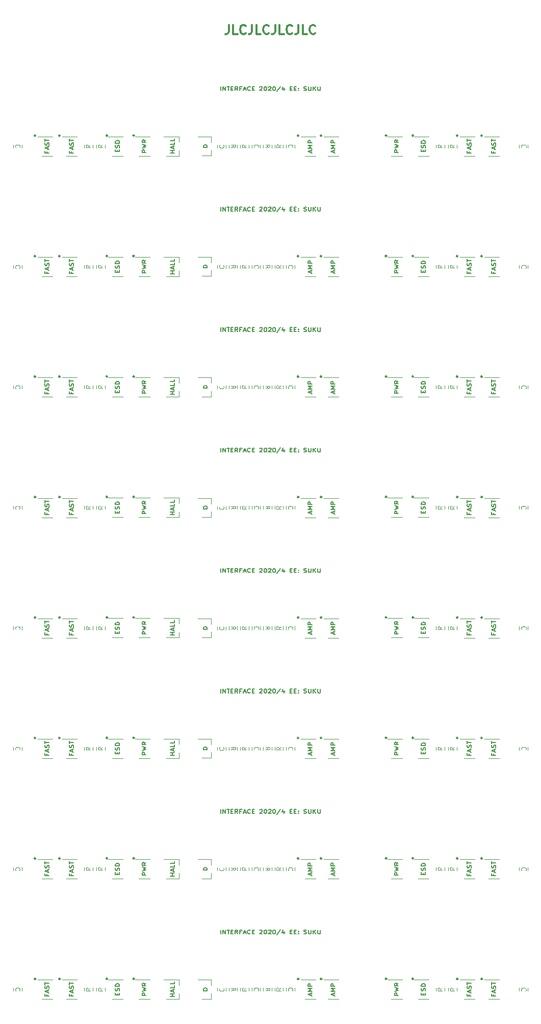
<source format=gbr>
G04 #@! TF.GenerationSoftware,KiCad,Pcbnew,(5.1.2)-2*
G04 #@! TF.CreationDate,2020-04-30T13:57:26+02:00*
G04 #@! TF.ProjectId,INTERFACE,494e5445-5246-4414-9345-2e6b69636164,rev?*
G04 #@! TF.SameCoordinates,Original*
G04 #@! TF.FileFunction,Legend,Top*
G04 #@! TF.FilePolarity,Positive*
%FSLAX46Y46*%
G04 Gerber Fmt 4.6, Leading zero omitted, Abs format (unit mm)*
G04 Created by KiCad (PCBNEW (5.1.2)-2) date 2020-04-30 13:57:26*
%MOMM*%
%LPD*%
G04 APERTURE LIST*
%ADD10C,0.127000*%
%ADD11C,0.300000*%
%ADD12C,0.120000*%
%ADD13C,0.250000*%
G04 APERTURE END LIST*
D10*
X74554642Y27792857D02*
X74554642Y28046857D01*
X74887261Y28155714D02*
X74887261Y27792857D01*
X74252261Y27792857D01*
X74252261Y28155714D01*
X74857023Y28446000D02*
X74887261Y28554857D01*
X74887261Y28736285D01*
X74857023Y28808857D01*
X74826785Y28845142D01*
X74766309Y28881428D01*
X74705833Y28881428D01*
X74645357Y28845142D01*
X74615119Y28808857D01*
X74584880Y28736285D01*
X74554642Y28591142D01*
X74524404Y28518571D01*
X74494166Y28482285D01*
X74433690Y28446000D01*
X74373214Y28446000D01*
X74312738Y28482285D01*
X74282500Y28518571D01*
X74252261Y28591142D01*
X74252261Y28772571D01*
X74282500Y28881428D01*
X74887261Y29208000D02*
X74252261Y29208000D01*
X74252261Y29389428D01*
X74282500Y29498285D01*
X74342976Y29570857D01*
X74403452Y29607142D01*
X74524404Y29643428D01*
X74615119Y29643428D01*
X74736071Y29607142D01*
X74796547Y29570857D01*
X74857023Y29498285D01*
X74887261Y29389428D01*
X74887261Y29208000D01*
X74554642Y7792857D02*
X74554642Y8046857D01*
X74887261Y8155714D02*
X74887261Y7792857D01*
X74252261Y7792857D01*
X74252261Y8155714D01*
X74857023Y8446000D02*
X74887261Y8554857D01*
X74887261Y8736285D01*
X74857023Y8808857D01*
X74826785Y8845142D01*
X74766309Y8881428D01*
X74705833Y8881428D01*
X74645357Y8845142D01*
X74615119Y8808857D01*
X74584880Y8736285D01*
X74554642Y8591142D01*
X74524404Y8518571D01*
X74494166Y8482285D01*
X74433690Y8446000D01*
X74373214Y8446000D01*
X74312738Y8482285D01*
X74282500Y8518571D01*
X74252261Y8591142D01*
X74252261Y8772571D01*
X74282500Y8881428D01*
X74887261Y9208000D02*
X74252261Y9208000D01*
X74252261Y9389428D01*
X74282500Y9498285D01*
X74342976Y9570857D01*
X74403452Y9607142D01*
X74524404Y9643428D01*
X74615119Y9643428D01*
X74736071Y9607142D01*
X74796547Y9570857D01*
X74857023Y9498285D01*
X74887261Y9389428D01*
X74887261Y9208000D01*
X74554642Y-12207142D02*
X74554642Y-11953142D01*
X74887261Y-11844285D02*
X74887261Y-12207142D01*
X74252261Y-12207142D01*
X74252261Y-11844285D01*
X74857023Y-11554000D02*
X74887261Y-11445142D01*
X74887261Y-11263714D01*
X74857023Y-11191142D01*
X74826785Y-11154857D01*
X74766309Y-11118571D01*
X74705833Y-11118571D01*
X74645357Y-11154857D01*
X74615119Y-11191142D01*
X74584880Y-11263714D01*
X74554642Y-11408857D01*
X74524404Y-11481428D01*
X74494166Y-11517714D01*
X74433690Y-11554000D01*
X74373214Y-11554000D01*
X74312738Y-11517714D01*
X74282500Y-11481428D01*
X74252261Y-11408857D01*
X74252261Y-11227428D01*
X74282500Y-11118571D01*
X74887261Y-10792000D02*
X74252261Y-10792000D01*
X74252261Y-10610571D01*
X74282500Y-10501714D01*
X74342976Y-10429142D01*
X74403452Y-10392857D01*
X74524404Y-10356571D01*
X74615119Y-10356571D01*
X74736071Y-10392857D01*
X74796547Y-10429142D01*
X74857023Y-10501714D01*
X74887261Y-10610571D01*
X74887261Y-10792000D01*
X74554642Y-32207142D02*
X74554642Y-31953142D01*
X74887261Y-31844285D02*
X74887261Y-32207142D01*
X74252261Y-32207142D01*
X74252261Y-31844285D01*
X74857023Y-31554000D02*
X74887261Y-31445142D01*
X74887261Y-31263714D01*
X74857023Y-31191142D01*
X74826785Y-31154857D01*
X74766309Y-31118571D01*
X74705833Y-31118571D01*
X74645357Y-31154857D01*
X74615119Y-31191142D01*
X74584880Y-31263714D01*
X74554642Y-31408857D01*
X74524404Y-31481428D01*
X74494166Y-31517714D01*
X74433690Y-31554000D01*
X74373214Y-31554000D01*
X74312738Y-31517714D01*
X74282500Y-31481428D01*
X74252261Y-31408857D01*
X74252261Y-31227428D01*
X74282500Y-31118571D01*
X74887261Y-30792000D02*
X74252261Y-30792000D01*
X74252261Y-30610571D01*
X74282500Y-30501714D01*
X74342976Y-30429142D01*
X74403452Y-30392857D01*
X74524404Y-30356571D01*
X74615119Y-30356571D01*
X74736071Y-30392857D01*
X74796547Y-30429142D01*
X74857023Y-30501714D01*
X74887261Y-30610571D01*
X74887261Y-30792000D01*
X74554642Y-52207142D02*
X74554642Y-51953142D01*
X74887261Y-51844285D02*
X74887261Y-52207142D01*
X74252261Y-52207142D01*
X74252261Y-51844285D01*
X74857023Y-51554000D02*
X74887261Y-51445142D01*
X74887261Y-51263714D01*
X74857023Y-51191142D01*
X74826785Y-51154857D01*
X74766309Y-51118571D01*
X74705833Y-51118571D01*
X74645357Y-51154857D01*
X74615119Y-51191142D01*
X74584880Y-51263714D01*
X74554642Y-51408857D01*
X74524404Y-51481428D01*
X74494166Y-51517714D01*
X74433690Y-51554000D01*
X74373214Y-51554000D01*
X74312738Y-51517714D01*
X74282500Y-51481428D01*
X74252261Y-51408857D01*
X74252261Y-51227428D01*
X74282500Y-51118571D01*
X74887261Y-50792000D02*
X74252261Y-50792000D01*
X74252261Y-50610571D01*
X74282500Y-50501714D01*
X74342976Y-50429142D01*
X74403452Y-50392857D01*
X74524404Y-50356571D01*
X74615119Y-50356571D01*
X74736071Y-50392857D01*
X74796547Y-50429142D01*
X74857023Y-50501714D01*
X74887261Y-50610571D01*
X74887261Y-50792000D01*
X74554642Y-72207142D02*
X74554642Y-71953142D01*
X74887261Y-71844285D02*
X74887261Y-72207142D01*
X74252261Y-72207142D01*
X74252261Y-71844285D01*
X74857023Y-71554000D02*
X74887261Y-71445142D01*
X74887261Y-71263714D01*
X74857023Y-71191142D01*
X74826785Y-71154857D01*
X74766309Y-71118571D01*
X74705833Y-71118571D01*
X74645357Y-71154857D01*
X74615119Y-71191142D01*
X74584880Y-71263714D01*
X74554642Y-71408857D01*
X74524404Y-71481428D01*
X74494166Y-71517714D01*
X74433690Y-71554000D01*
X74373214Y-71554000D01*
X74312738Y-71517714D01*
X74282500Y-71481428D01*
X74252261Y-71408857D01*
X74252261Y-71227428D01*
X74282500Y-71118571D01*
X74887261Y-70792000D02*
X74252261Y-70792000D01*
X74252261Y-70610571D01*
X74282500Y-70501714D01*
X74342976Y-70429142D01*
X74403452Y-70392857D01*
X74524404Y-70356571D01*
X74615119Y-70356571D01*
X74736071Y-70392857D01*
X74796547Y-70429142D01*
X74857023Y-70501714D01*
X74887261Y-70610571D01*
X74887261Y-70792000D01*
X74554642Y-92207142D02*
X74554642Y-91953142D01*
X74887261Y-91844285D02*
X74887261Y-92207142D01*
X74252261Y-92207142D01*
X74252261Y-91844285D01*
X74857023Y-91554000D02*
X74887261Y-91445142D01*
X74887261Y-91263714D01*
X74857023Y-91191142D01*
X74826785Y-91154857D01*
X74766309Y-91118571D01*
X74705833Y-91118571D01*
X74645357Y-91154857D01*
X74615119Y-91191142D01*
X74584880Y-91263714D01*
X74554642Y-91408857D01*
X74524404Y-91481428D01*
X74494166Y-91517714D01*
X74433690Y-91554000D01*
X74373214Y-91554000D01*
X74312738Y-91517714D01*
X74282500Y-91481428D01*
X74252261Y-91408857D01*
X74252261Y-91227428D01*
X74282500Y-91118571D01*
X74887261Y-90792000D02*
X74252261Y-90792000D01*
X74252261Y-90610571D01*
X74282500Y-90501714D01*
X74342976Y-90429142D01*
X74403452Y-90392857D01*
X74524404Y-90356571D01*
X74615119Y-90356571D01*
X74736071Y-90392857D01*
X74796547Y-90429142D01*
X74857023Y-90501714D01*
X74887261Y-90610571D01*
X74887261Y-90792000D01*
X79332261Y27684000D02*
X78697261Y27684000D01*
X78697261Y27974285D01*
X78727500Y28046857D01*
X78757738Y28083142D01*
X78818214Y28119428D01*
X78908928Y28119428D01*
X78969404Y28083142D01*
X78999642Y28046857D01*
X79029880Y27974285D01*
X79029880Y27684000D01*
X78697261Y28373428D02*
X79332261Y28554857D01*
X78878690Y28700000D01*
X79332261Y28845142D01*
X78697261Y29026571D01*
X79332261Y29752285D02*
X79029880Y29498285D01*
X79332261Y29316857D02*
X78697261Y29316857D01*
X78697261Y29607142D01*
X78727500Y29679714D01*
X78757738Y29716000D01*
X78818214Y29752285D01*
X78908928Y29752285D01*
X78969404Y29716000D01*
X78999642Y29679714D01*
X79029880Y29607142D01*
X79029880Y29316857D01*
X79332261Y7684000D02*
X78697261Y7684000D01*
X78697261Y7974285D01*
X78727500Y8046857D01*
X78757738Y8083142D01*
X78818214Y8119428D01*
X78908928Y8119428D01*
X78969404Y8083142D01*
X78999642Y8046857D01*
X79029880Y7974285D01*
X79029880Y7684000D01*
X78697261Y8373428D02*
X79332261Y8554857D01*
X78878690Y8700000D01*
X79332261Y8845142D01*
X78697261Y9026571D01*
X79332261Y9752285D02*
X79029880Y9498285D01*
X79332261Y9316857D02*
X78697261Y9316857D01*
X78697261Y9607142D01*
X78727500Y9679714D01*
X78757738Y9716000D01*
X78818214Y9752285D01*
X78908928Y9752285D01*
X78969404Y9716000D01*
X78999642Y9679714D01*
X79029880Y9607142D01*
X79029880Y9316857D01*
X79332261Y-12316000D02*
X78697261Y-12316000D01*
X78697261Y-12025714D01*
X78727500Y-11953142D01*
X78757738Y-11916857D01*
X78818214Y-11880571D01*
X78908928Y-11880571D01*
X78969404Y-11916857D01*
X78999642Y-11953142D01*
X79029880Y-12025714D01*
X79029880Y-12316000D01*
X78697261Y-11626571D02*
X79332261Y-11445142D01*
X78878690Y-11300000D01*
X79332261Y-11154857D01*
X78697261Y-10973428D01*
X79332261Y-10247714D02*
X79029880Y-10501714D01*
X79332261Y-10683142D02*
X78697261Y-10683142D01*
X78697261Y-10392857D01*
X78727500Y-10320285D01*
X78757738Y-10284000D01*
X78818214Y-10247714D01*
X78908928Y-10247714D01*
X78969404Y-10284000D01*
X78999642Y-10320285D01*
X79029880Y-10392857D01*
X79029880Y-10683142D01*
X79332261Y-32316000D02*
X78697261Y-32316000D01*
X78697261Y-32025714D01*
X78727500Y-31953142D01*
X78757738Y-31916857D01*
X78818214Y-31880571D01*
X78908928Y-31880571D01*
X78969404Y-31916857D01*
X78999642Y-31953142D01*
X79029880Y-32025714D01*
X79029880Y-32316000D01*
X78697261Y-31626571D02*
X79332261Y-31445142D01*
X78878690Y-31300000D01*
X79332261Y-31154857D01*
X78697261Y-30973428D01*
X79332261Y-30247714D02*
X79029880Y-30501714D01*
X79332261Y-30683142D02*
X78697261Y-30683142D01*
X78697261Y-30392857D01*
X78727500Y-30320285D01*
X78757738Y-30284000D01*
X78818214Y-30247714D01*
X78908928Y-30247714D01*
X78969404Y-30284000D01*
X78999642Y-30320285D01*
X79029880Y-30392857D01*
X79029880Y-30683142D01*
X79332261Y-52316000D02*
X78697261Y-52316000D01*
X78697261Y-52025714D01*
X78727500Y-51953142D01*
X78757738Y-51916857D01*
X78818214Y-51880571D01*
X78908928Y-51880571D01*
X78969404Y-51916857D01*
X78999642Y-51953142D01*
X79029880Y-52025714D01*
X79029880Y-52316000D01*
X78697261Y-51626571D02*
X79332261Y-51445142D01*
X78878690Y-51300000D01*
X79332261Y-51154857D01*
X78697261Y-50973428D01*
X79332261Y-50247714D02*
X79029880Y-50501714D01*
X79332261Y-50683142D02*
X78697261Y-50683142D01*
X78697261Y-50392857D01*
X78727500Y-50320285D01*
X78757738Y-50284000D01*
X78818214Y-50247714D01*
X78908928Y-50247714D01*
X78969404Y-50284000D01*
X78999642Y-50320285D01*
X79029880Y-50392857D01*
X79029880Y-50683142D01*
X79332261Y-72316000D02*
X78697261Y-72316000D01*
X78697261Y-72025714D01*
X78727500Y-71953142D01*
X78757738Y-71916857D01*
X78818214Y-71880571D01*
X78908928Y-71880571D01*
X78969404Y-71916857D01*
X78999642Y-71953142D01*
X79029880Y-72025714D01*
X79029880Y-72316000D01*
X78697261Y-71626571D02*
X79332261Y-71445142D01*
X78878690Y-71300000D01*
X79332261Y-71154857D01*
X78697261Y-70973428D01*
X79332261Y-70247714D02*
X79029880Y-70501714D01*
X79332261Y-70683142D02*
X78697261Y-70683142D01*
X78697261Y-70392857D01*
X78727500Y-70320285D01*
X78757738Y-70284000D01*
X78818214Y-70247714D01*
X78908928Y-70247714D01*
X78969404Y-70284000D01*
X78999642Y-70320285D01*
X79029880Y-70392857D01*
X79029880Y-70683142D01*
X79332261Y-92316000D02*
X78697261Y-92316000D01*
X78697261Y-92025714D01*
X78727500Y-91953142D01*
X78757738Y-91916857D01*
X78818214Y-91880571D01*
X78908928Y-91880571D01*
X78969404Y-91916857D01*
X78999642Y-91953142D01*
X79029880Y-92025714D01*
X79029880Y-92316000D01*
X78697261Y-91626571D02*
X79332261Y-91445142D01*
X78878690Y-91300000D01*
X79332261Y-91154857D01*
X78697261Y-90973428D01*
X79332261Y-90247714D02*
X79029880Y-90501714D01*
X79332261Y-90683142D02*
X78697261Y-90683142D01*
X78697261Y-90392857D01*
X78727500Y-90320285D01*
X78757738Y-90284000D01*
X78818214Y-90247714D01*
X78908928Y-90247714D01*
X78969404Y-90284000D01*
X78999642Y-90320285D01*
X79029880Y-90392857D01*
X79029880Y-90683142D01*
X121242261Y27684000D02*
X120607261Y27684000D01*
X120607261Y27974285D01*
X120637500Y28046857D01*
X120667738Y28083142D01*
X120728214Y28119428D01*
X120818928Y28119428D01*
X120879404Y28083142D01*
X120909642Y28046857D01*
X120939880Y27974285D01*
X120939880Y27684000D01*
X120607261Y28373428D02*
X121242261Y28554857D01*
X120788690Y28700000D01*
X121242261Y28845142D01*
X120607261Y29026571D01*
X121242261Y29752285D02*
X120939880Y29498285D01*
X121242261Y29316857D02*
X120607261Y29316857D01*
X120607261Y29607142D01*
X120637500Y29679714D01*
X120667738Y29716000D01*
X120728214Y29752285D01*
X120818928Y29752285D01*
X120879404Y29716000D01*
X120909642Y29679714D01*
X120939880Y29607142D01*
X120939880Y29316857D01*
X121242261Y7684000D02*
X120607261Y7684000D01*
X120607261Y7974285D01*
X120637500Y8046857D01*
X120667738Y8083142D01*
X120728214Y8119428D01*
X120818928Y8119428D01*
X120879404Y8083142D01*
X120909642Y8046857D01*
X120939880Y7974285D01*
X120939880Y7684000D01*
X120607261Y8373428D02*
X121242261Y8554857D01*
X120788690Y8700000D01*
X121242261Y8845142D01*
X120607261Y9026571D01*
X121242261Y9752285D02*
X120939880Y9498285D01*
X121242261Y9316857D02*
X120607261Y9316857D01*
X120607261Y9607142D01*
X120637500Y9679714D01*
X120667738Y9716000D01*
X120728214Y9752285D01*
X120818928Y9752285D01*
X120879404Y9716000D01*
X120909642Y9679714D01*
X120939880Y9607142D01*
X120939880Y9316857D01*
X121242261Y-12316000D02*
X120607261Y-12316000D01*
X120607261Y-12025714D01*
X120637500Y-11953142D01*
X120667738Y-11916857D01*
X120728214Y-11880571D01*
X120818928Y-11880571D01*
X120879404Y-11916857D01*
X120909642Y-11953142D01*
X120939880Y-12025714D01*
X120939880Y-12316000D01*
X120607261Y-11626571D02*
X121242261Y-11445142D01*
X120788690Y-11300000D01*
X121242261Y-11154857D01*
X120607261Y-10973428D01*
X121242261Y-10247714D02*
X120939880Y-10501714D01*
X121242261Y-10683142D02*
X120607261Y-10683142D01*
X120607261Y-10392857D01*
X120637500Y-10320285D01*
X120667738Y-10284000D01*
X120728214Y-10247714D01*
X120818928Y-10247714D01*
X120879404Y-10284000D01*
X120909642Y-10320285D01*
X120939880Y-10392857D01*
X120939880Y-10683142D01*
X121242261Y-32316000D02*
X120607261Y-32316000D01*
X120607261Y-32025714D01*
X120637500Y-31953142D01*
X120667738Y-31916857D01*
X120728214Y-31880571D01*
X120818928Y-31880571D01*
X120879404Y-31916857D01*
X120909642Y-31953142D01*
X120939880Y-32025714D01*
X120939880Y-32316000D01*
X120607261Y-31626571D02*
X121242261Y-31445142D01*
X120788690Y-31300000D01*
X121242261Y-31154857D01*
X120607261Y-30973428D01*
X121242261Y-30247714D02*
X120939880Y-30501714D01*
X121242261Y-30683142D02*
X120607261Y-30683142D01*
X120607261Y-30392857D01*
X120637500Y-30320285D01*
X120667738Y-30284000D01*
X120728214Y-30247714D01*
X120818928Y-30247714D01*
X120879404Y-30284000D01*
X120909642Y-30320285D01*
X120939880Y-30392857D01*
X120939880Y-30683142D01*
X121242261Y-52316000D02*
X120607261Y-52316000D01*
X120607261Y-52025714D01*
X120637500Y-51953142D01*
X120667738Y-51916857D01*
X120728214Y-51880571D01*
X120818928Y-51880571D01*
X120879404Y-51916857D01*
X120909642Y-51953142D01*
X120939880Y-52025714D01*
X120939880Y-52316000D01*
X120607261Y-51626571D02*
X121242261Y-51445142D01*
X120788690Y-51300000D01*
X121242261Y-51154857D01*
X120607261Y-50973428D01*
X121242261Y-50247714D02*
X120939880Y-50501714D01*
X121242261Y-50683142D02*
X120607261Y-50683142D01*
X120607261Y-50392857D01*
X120637500Y-50320285D01*
X120667738Y-50284000D01*
X120728214Y-50247714D01*
X120818928Y-50247714D01*
X120879404Y-50284000D01*
X120909642Y-50320285D01*
X120939880Y-50392857D01*
X120939880Y-50683142D01*
X121242261Y-72316000D02*
X120607261Y-72316000D01*
X120607261Y-72025714D01*
X120637500Y-71953142D01*
X120667738Y-71916857D01*
X120728214Y-71880571D01*
X120818928Y-71880571D01*
X120879404Y-71916857D01*
X120909642Y-71953142D01*
X120939880Y-72025714D01*
X120939880Y-72316000D01*
X120607261Y-71626571D02*
X121242261Y-71445142D01*
X120788690Y-71300000D01*
X121242261Y-71154857D01*
X120607261Y-70973428D01*
X121242261Y-70247714D02*
X120939880Y-70501714D01*
X121242261Y-70683142D02*
X120607261Y-70683142D01*
X120607261Y-70392857D01*
X120637500Y-70320285D01*
X120667738Y-70284000D01*
X120728214Y-70247714D01*
X120818928Y-70247714D01*
X120879404Y-70284000D01*
X120909642Y-70320285D01*
X120939880Y-70392857D01*
X120939880Y-70683142D01*
X121242261Y-92316000D02*
X120607261Y-92316000D01*
X120607261Y-92025714D01*
X120637500Y-91953142D01*
X120667738Y-91916857D01*
X120728214Y-91880571D01*
X120818928Y-91880571D01*
X120879404Y-91916857D01*
X120909642Y-91953142D01*
X120939880Y-92025714D01*
X120939880Y-92316000D01*
X120607261Y-91626571D02*
X121242261Y-91445142D01*
X120788690Y-91300000D01*
X121242261Y-91154857D01*
X120607261Y-90973428D01*
X121242261Y-90247714D02*
X120939880Y-90501714D01*
X121242261Y-90683142D02*
X120607261Y-90683142D01*
X120607261Y-90392857D01*
X120637500Y-90320285D01*
X120667738Y-90284000D01*
X120728214Y-90247714D01*
X120818928Y-90247714D01*
X120879404Y-90284000D01*
X120909642Y-90320285D01*
X120939880Y-90392857D01*
X120939880Y-90683142D01*
X84031261Y27538857D02*
X83396261Y27538857D01*
X83698642Y27538857D02*
X83698642Y27974285D01*
X84031261Y27974285D02*
X83396261Y27974285D01*
X83849833Y28300857D02*
X83849833Y28663714D01*
X84031261Y28228285D02*
X83396261Y28482285D01*
X84031261Y28736285D01*
X84031261Y29353142D02*
X84031261Y28990285D01*
X83396261Y28990285D01*
X84031261Y29970000D02*
X84031261Y29607142D01*
X83396261Y29607142D01*
X84031261Y7538857D02*
X83396261Y7538857D01*
X83698642Y7538857D02*
X83698642Y7974285D01*
X84031261Y7974285D02*
X83396261Y7974285D01*
X83849833Y8300857D02*
X83849833Y8663714D01*
X84031261Y8228285D02*
X83396261Y8482285D01*
X84031261Y8736285D01*
X84031261Y9353142D02*
X84031261Y8990285D01*
X83396261Y8990285D01*
X84031261Y9970000D02*
X84031261Y9607142D01*
X83396261Y9607142D01*
X84031261Y-12461142D02*
X83396261Y-12461142D01*
X83698642Y-12461142D02*
X83698642Y-12025714D01*
X84031261Y-12025714D02*
X83396261Y-12025714D01*
X83849833Y-11699142D02*
X83849833Y-11336285D01*
X84031261Y-11771714D02*
X83396261Y-11517714D01*
X84031261Y-11263714D01*
X84031261Y-10646857D02*
X84031261Y-11009714D01*
X83396261Y-11009714D01*
X84031261Y-10030000D02*
X84031261Y-10392857D01*
X83396261Y-10392857D01*
X84031261Y-32461142D02*
X83396261Y-32461142D01*
X83698642Y-32461142D02*
X83698642Y-32025714D01*
X84031261Y-32025714D02*
X83396261Y-32025714D01*
X83849833Y-31699142D02*
X83849833Y-31336285D01*
X84031261Y-31771714D02*
X83396261Y-31517714D01*
X84031261Y-31263714D01*
X84031261Y-30646857D02*
X84031261Y-31009714D01*
X83396261Y-31009714D01*
X84031261Y-30030000D02*
X84031261Y-30392857D01*
X83396261Y-30392857D01*
X84031261Y-52461142D02*
X83396261Y-52461142D01*
X83698642Y-52461142D02*
X83698642Y-52025714D01*
X84031261Y-52025714D02*
X83396261Y-52025714D01*
X83849833Y-51699142D02*
X83849833Y-51336285D01*
X84031261Y-51771714D02*
X83396261Y-51517714D01*
X84031261Y-51263714D01*
X84031261Y-50646857D02*
X84031261Y-51009714D01*
X83396261Y-51009714D01*
X84031261Y-50030000D02*
X84031261Y-50392857D01*
X83396261Y-50392857D01*
X84031261Y-72461142D02*
X83396261Y-72461142D01*
X83698642Y-72461142D02*
X83698642Y-72025714D01*
X84031261Y-72025714D02*
X83396261Y-72025714D01*
X83849833Y-71699142D02*
X83849833Y-71336285D01*
X84031261Y-71771714D02*
X83396261Y-71517714D01*
X84031261Y-71263714D01*
X84031261Y-70646857D02*
X84031261Y-71009714D01*
X83396261Y-71009714D01*
X84031261Y-70030000D02*
X84031261Y-70392857D01*
X83396261Y-70392857D01*
X84031261Y-92461142D02*
X83396261Y-92461142D01*
X83698642Y-92461142D02*
X83698642Y-92025714D01*
X84031261Y-92025714D02*
X83396261Y-92025714D01*
X83849833Y-91699142D02*
X83849833Y-91336285D01*
X84031261Y-91771714D02*
X83396261Y-91517714D01*
X84031261Y-91263714D01*
X84031261Y-90646857D02*
X84031261Y-91009714D01*
X83396261Y-91009714D01*
X84031261Y-90030000D02*
X84031261Y-90392857D01*
X83396261Y-90392857D01*
X89492261Y28500428D02*
X88857261Y28500428D01*
X88857261Y28681857D01*
X88887500Y28790714D01*
X88947976Y28863285D01*
X89008452Y28899571D01*
X89129404Y28935857D01*
X89220119Y28935857D01*
X89341071Y28899571D01*
X89401547Y28863285D01*
X89462023Y28790714D01*
X89492261Y28681857D01*
X89492261Y28500428D01*
X89492261Y8500428D02*
X88857261Y8500428D01*
X88857261Y8681857D01*
X88887500Y8790714D01*
X88947976Y8863285D01*
X89008452Y8899571D01*
X89129404Y8935857D01*
X89220119Y8935857D01*
X89341071Y8899571D01*
X89401547Y8863285D01*
X89462023Y8790714D01*
X89492261Y8681857D01*
X89492261Y8500428D01*
X89492261Y-11499571D02*
X88857261Y-11499571D01*
X88857261Y-11318142D01*
X88887500Y-11209285D01*
X88947976Y-11136714D01*
X89008452Y-11100428D01*
X89129404Y-11064142D01*
X89220119Y-11064142D01*
X89341071Y-11100428D01*
X89401547Y-11136714D01*
X89462023Y-11209285D01*
X89492261Y-11318142D01*
X89492261Y-11499571D01*
X89492261Y-31499571D02*
X88857261Y-31499571D01*
X88857261Y-31318142D01*
X88887500Y-31209285D01*
X88947976Y-31136714D01*
X89008452Y-31100428D01*
X89129404Y-31064142D01*
X89220119Y-31064142D01*
X89341071Y-31100428D01*
X89401547Y-31136714D01*
X89462023Y-31209285D01*
X89492261Y-31318142D01*
X89492261Y-31499571D01*
X89492261Y-51499571D02*
X88857261Y-51499571D01*
X88857261Y-51318142D01*
X88887500Y-51209285D01*
X88947976Y-51136714D01*
X89008452Y-51100428D01*
X89129404Y-51064142D01*
X89220119Y-51064142D01*
X89341071Y-51100428D01*
X89401547Y-51136714D01*
X89462023Y-51209285D01*
X89492261Y-51318142D01*
X89492261Y-51499571D01*
X89492261Y-71499571D02*
X88857261Y-71499571D01*
X88857261Y-71318142D01*
X88887500Y-71209285D01*
X88947976Y-71136714D01*
X89008452Y-71100428D01*
X89129404Y-71064142D01*
X89220119Y-71064142D01*
X89341071Y-71100428D01*
X89401547Y-71136714D01*
X89462023Y-71209285D01*
X89492261Y-71318142D01*
X89492261Y-71499571D01*
X89492261Y-91499571D02*
X88857261Y-91499571D01*
X88857261Y-91318142D01*
X88887500Y-91209285D01*
X88947976Y-91136714D01*
X89008452Y-91100428D01*
X89129404Y-91064142D01*
X89220119Y-91064142D01*
X89341071Y-91100428D01*
X89401547Y-91136714D01*
X89462023Y-91209285D01*
X89492261Y-91318142D01*
X89492261Y-91499571D01*
X66934642Y27829142D02*
X66934642Y27575142D01*
X67267261Y27575142D02*
X66632261Y27575142D01*
X66632261Y27938000D01*
X67085833Y28192000D02*
X67085833Y28554857D01*
X67267261Y28119428D02*
X66632261Y28373428D01*
X67267261Y28627428D01*
X67237023Y28845142D02*
X67267261Y28954000D01*
X67267261Y29135428D01*
X67237023Y29208000D01*
X67206785Y29244285D01*
X67146309Y29280571D01*
X67085833Y29280571D01*
X67025357Y29244285D01*
X66995119Y29208000D01*
X66964880Y29135428D01*
X66934642Y28990285D01*
X66904404Y28917714D01*
X66874166Y28881428D01*
X66813690Y28845142D01*
X66753214Y28845142D01*
X66692738Y28881428D01*
X66662500Y28917714D01*
X66632261Y28990285D01*
X66632261Y29171714D01*
X66662500Y29280571D01*
X66632261Y29498285D02*
X66632261Y29933714D01*
X67267261Y29716000D02*
X66632261Y29716000D01*
X66934642Y7829142D02*
X66934642Y7575142D01*
X67267261Y7575142D02*
X66632261Y7575142D01*
X66632261Y7938000D01*
X67085833Y8192000D02*
X67085833Y8554857D01*
X67267261Y8119428D02*
X66632261Y8373428D01*
X67267261Y8627428D01*
X67237023Y8845142D02*
X67267261Y8954000D01*
X67267261Y9135428D01*
X67237023Y9208000D01*
X67206785Y9244285D01*
X67146309Y9280571D01*
X67085833Y9280571D01*
X67025357Y9244285D01*
X66995119Y9208000D01*
X66964880Y9135428D01*
X66934642Y8990285D01*
X66904404Y8917714D01*
X66874166Y8881428D01*
X66813690Y8845142D01*
X66753214Y8845142D01*
X66692738Y8881428D01*
X66662500Y8917714D01*
X66632261Y8990285D01*
X66632261Y9171714D01*
X66662500Y9280571D01*
X66632261Y9498285D02*
X66632261Y9933714D01*
X67267261Y9716000D02*
X66632261Y9716000D01*
X66934642Y-12170857D02*
X66934642Y-12424857D01*
X67267261Y-12424857D02*
X66632261Y-12424857D01*
X66632261Y-12062000D01*
X67085833Y-11808000D02*
X67085833Y-11445142D01*
X67267261Y-11880571D02*
X66632261Y-11626571D01*
X67267261Y-11372571D01*
X67237023Y-11154857D02*
X67267261Y-11046000D01*
X67267261Y-10864571D01*
X67237023Y-10792000D01*
X67206785Y-10755714D01*
X67146309Y-10719428D01*
X67085833Y-10719428D01*
X67025357Y-10755714D01*
X66995119Y-10792000D01*
X66964880Y-10864571D01*
X66934642Y-11009714D01*
X66904404Y-11082285D01*
X66874166Y-11118571D01*
X66813690Y-11154857D01*
X66753214Y-11154857D01*
X66692738Y-11118571D01*
X66662500Y-11082285D01*
X66632261Y-11009714D01*
X66632261Y-10828285D01*
X66662500Y-10719428D01*
X66632261Y-10501714D02*
X66632261Y-10066285D01*
X67267261Y-10284000D02*
X66632261Y-10284000D01*
X66934642Y-32170857D02*
X66934642Y-32424857D01*
X67267261Y-32424857D02*
X66632261Y-32424857D01*
X66632261Y-32062000D01*
X67085833Y-31808000D02*
X67085833Y-31445142D01*
X67267261Y-31880571D02*
X66632261Y-31626571D01*
X67267261Y-31372571D01*
X67237023Y-31154857D02*
X67267261Y-31046000D01*
X67267261Y-30864571D01*
X67237023Y-30792000D01*
X67206785Y-30755714D01*
X67146309Y-30719428D01*
X67085833Y-30719428D01*
X67025357Y-30755714D01*
X66995119Y-30792000D01*
X66964880Y-30864571D01*
X66934642Y-31009714D01*
X66904404Y-31082285D01*
X66874166Y-31118571D01*
X66813690Y-31154857D01*
X66753214Y-31154857D01*
X66692738Y-31118571D01*
X66662500Y-31082285D01*
X66632261Y-31009714D01*
X66632261Y-30828285D01*
X66662500Y-30719428D01*
X66632261Y-30501714D02*
X66632261Y-30066285D01*
X67267261Y-30284000D02*
X66632261Y-30284000D01*
X66934642Y-52170857D02*
X66934642Y-52424857D01*
X67267261Y-52424857D02*
X66632261Y-52424857D01*
X66632261Y-52062000D01*
X67085833Y-51808000D02*
X67085833Y-51445142D01*
X67267261Y-51880571D02*
X66632261Y-51626571D01*
X67267261Y-51372571D01*
X67237023Y-51154857D02*
X67267261Y-51046000D01*
X67267261Y-50864571D01*
X67237023Y-50792000D01*
X67206785Y-50755714D01*
X67146309Y-50719428D01*
X67085833Y-50719428D01*
X67025357Y-50755714D01*
X66995119Y-50792000D01*
X66964880Y-50864571D01*
X66934642Y-51009714D01*
X66904404Y-51082285D01*
X66874166Y-51118571D01*
X66813690Y-51154857D01*
X66753214Y-51154857D01*
X66692738Y-51118571D01*
X66662500Y-51082285D01*
X66632261Y-51009714D01*
X66632261Y-50828285D01*
X66662500Y-50719428D01*
X66632261Y-50501714D02*
X66632261Y-50066285D01*
X67267261Y-50284000D02*
X66632261Y-50284000D01*
X66934642Y-72170857D02*
X66934642Y-72424857D01*
X67267261Y-72424857D02*
X66632261Y-72424857D01*
X66632261Y-72062000D01*
X67085833Y-71808000D02*
X67085833Y-71445142D01*
X67267261Y-71880571D02*
X66632261Y-71626571D01*
X67267261Y-71372571D01*
X67237023Y-71154857D02*
X67267261Y-71046000D01*
X67267261Y-70864571D01*
X67237023Y-70792000D01*
X67206785Y-70755714D01*
X67146309Y-70719428D01*
X67085833Y-70719428D01*
X67025357Y-70755714D01*
X66995119Y-70792000D01*
X66964880Y-70864571D01*
X66934642Y-71009714D01*
X66904404Y-71082285D01*
X66874166Y-71118571D01*
X66813690Y-71154857D01*
X66753214Y-71154857D01*
X66692738Y-71118571D01*
X66662500Y-71082285D01*
X66632261Y-71009714D01*
X66632261Y-70828285D01*
X66662500Y-70719428D01*
X66632261Y-70501714D02*
X66632261Y-70066285D01*
X67267261Y-70284000D02*
X66632261Y-70284000D01*
X66934642Y-92170857D02*
X66934642Y-92424857D01*
X67267261Y-92424857D02*
X66632261Y-92424857D01*
X66632261Y-92062000D01*
X67085833Y-91808000D02*
X67085833Y-91445142D01*
X67267261Y-91880571D02*
X66632261Y-91626571D01*
X67267261Y-91372571D01*
X67237023Y-91154857D02*
X67267261Y-91046000D01*
X67267261Y-90864571D01*
X67237023Y-90792000D01*
X67206785Y-90755714D01*
X67146309Y-90719428D01*
X67085833Y-90719428D01*
X67025357Y-90755714D01*
X66995119Y-90792000D01*
X66964880Y-90864571D01*
X66934642Y-91009714D01*
X66904404Y-91082285D01*
X66874166Y-91118571D01*
X66813690Y-91154857D01*
X66753214Y-91154857D01*
X66692738Y-91118571D01*
X66662500Y-91082285D01*
X66632261Y-91009714D01*
X66632261Y-90828285D01*
X66662500Y-90719428D01*
X66632261Y-90501714D02*
X66632261Y-90066285D01*
X67267261Y-90284000D02*
X66632261Y-90284000D01*
X62870642Y27829142D02*
X62870642Y27575142D01*
X63203261Y27575142D02*
X62568261Y27575142D01*
X62568261Y27938000D01*
X63021833Y28192000D02*
X63021833Y28554857D01*
X63203261Y28119428D02*
X62568261Y28373428D01*
X63203261Y28627428D01*
X63173023Y28845142D02*
X63203261Y28954000D01*
X63203261Y29135428D01*
X63173023Y29208000D01*
X63142785Y29244285D01*
X63082309Y29280571D01*
X63021833Y29280571D01*
X62961357Y29244285D01*
X62931119Y29208000D01*
X62900880Y29135428D01*
X62870642Y28990285D01*
X62840404Y28917714D01*
X62810166Y28881428D01*
X62749690Y28845142D01*
X62689214Y28845142D01*
X62628738Y28881428D01*
X62598500Y28917714D01*
X62568261Y28990285D01*
X62568261Y29171714D01*
X62598500Y29280571D01*
X62568261Y29498285D02*
X62568261Y29933714D01*
X63203261Y29716000D02*
X62568261Y29716000D01*
X62870642Y7829142D02*
X62870642Y7575142D01*
X63203261Y7575142D02*
X62568261Y7575142D01*
X62568261Y7938000D01*
X63021833Y8192000D02*
X63021833Y8554857D01*
X63203261Y8119428D02*
X62568261Y8373428D01*
X63203261Y8627428D01*
X63173023Y8845142D02*
X63203261Y8954000D01*
X63203261Y9135428D01*
X63173023Y9208000D01*
X63142785Y9244285D01*
X63082309Y9280571D01*
X63021833Y9280571D01*
X62961357Y9244285D01*
X62931119Y9208000D01*
X62900880Y9135428D01*
X62870642Y8990285D01*
X62840404Y8917714D01*
X62810166Y8881428D01*
X62749690Y8845142D01*
X62689214Y8845142D01*
X62628738Y8881428D01*
X62598500Y8917714D01*
X62568261Y8990285D01*
X62568261Y9171714D01*
X62598500Y9280571D01*
X62568261Y9498285D02*
X62568261Y9933714D01*
X63203261Y9716000D02*
X62568261Y9716000D01*
X62870642Y-12170857D02*
X62870642Y-12424857D01*
X63203261Y-12424857D02*
X62568261Y-12424857D01*
X62568261Y-12062000D01*
X63021833Y-11808000D02*
X63021833Y-11445142D01*
X63203261Y-11880571D02*
X62568261Y-11626571D01*
X63203261Y-11372571D01*
X63173023Y-11154857D02*
X63203261Y-11046000D01*
X63203261Y-10864571D01*
X63173023Y-10792000D01*
X63142785Y-10755714D01*
X63082309Y-10719428D01*
X63021833Y-10719428D01*
X62961357Y-10755714D01*
X62931119Y-10792000D01*
X62900880Y-10864571D01*
X62870642Y-11009714D01*
X62840404Y-11082285D01*
X62810166Y-11118571D01*
X62749690Y-11154857D01*
X62689214Y-11154857D01*
X62628738Y-11118571D01*
X62598500Y-11082285D01*
X62568261Y-11009714D01*
X62568261Y-10828285D01*
X62598500Y-10719428D01*
X62568261Y-10501714D02*
X62568261Y-10066285D01*
X63203261Y-10284000D02*
X62568261Y-10284000D01*
X62870642Y-32170857D02*
X62870642Y-32424857D01*
X63203261Y-32424857D02*
X62568261Y-32424857D01*
X62568261Y-32062000D01*
X63021833Y-31808000D02*
X63021833Y-31445142D01*
X63203261Y-31880571D02*
X62568261Y-31626571D01*
X63203261Y-31372571D01*
X63173023Y-31154857D02*
X63203261Y-31046000D01*
X63203261Y-30864571D01*
X63173023Y-30792000D01*
X63142785Y-30755714D01*
X63082309Y-30719428D01*
X63021833Y-30719428D01*
X62961357Y-30755714D01*
X62931119Y-30792000D01*
X62900880Y-30864571D01*
X62870642Y-31009714D01*
X62840404Y-31082285D01*
X62810166Y-31118571D01*
X62749690Y-31154857D01*
X62689214Y-31154857D01*
X62628738Y-31118571D01*
X62598500Y-31082285D01*
X62568261Y-31009714D01*
X62568261Y-30828285D01*
X62598500Y-30719428D01*
X62568261Y-30501714D02*
X62568261Y-30066285D01*
X63203261Y-30284000D02*
X62568261Y-30284000D01*
X62870642Y-52170857D02*
X62870642Y-52424857D01*
X63203261Y-52424857D02*
X62568261Y-52424857D01*
X62568261Y-52062000D01*
X63021833Y-51808000D02*
X63021833Y-51445142D01*
X63203261Y-51880571D02*
X62568261Y-51626571D01*
X63203261Y-51372571D01*
X63173023Y-51154857D02*
X63203261Y-51046000D01*
X63203261Y-50864571D01*
X63173023Y-50792000D01*
X63142785Y-50755714D01*
X63082309Y-50719428D01*
X63021833Y-50719428D01*
X62961357Y-50755714D01*
X62931119Y-50792000D01*
X62900880Y-50864571D01*
X62870642Y-51009714D01*
X62840404Y-51082285D01*
X62810166Y-51118571D01*
X62749690Y-51154857D01*
X62689214Y-51154857D01*
X62628738Y-51118571D01*
X62598500Y-51082285D01*
X62568261Y-51009714D01*
X62568261Y-50828285D01*
X62598500Y-50719428D01*
X62568261Y-50501714D02*
X62568261Y-50066285D01*
X63203261Y-50284000D02*
X62568261Y-50284000D01*
X62870642Y-72170857D02*
X62870642Y-72424857D01*
X63203261Y-72424857D02*
X62568261Y-72424857D01*
X62568261Y-72062000D01*
X63021833Y-71808000D02*
X63021833Y-71445142D01*
X63203261Y-71880571D02*
X62568261Y-71626571D01*
X63203261Y-71372571D01*
X63173023Y-71154857D02*
X63203261Y-71046000D01*
X63203261Y-70864571D01*
X63173023Y-70792000D01*
X63142785Y-70755714D01*
X63082309Y-70719428D01*
X63021833Y-70719428D01*
X62961357Y-70755714D01*
X62931119Y-70792000D01*
X62900880Y-70864571D01*
X62870642Y-71009714D01*
X62840404Y-71082285D01*
X62810166Y-71118571D01*
X62749690Y-71154857D01*
X62689214Y-71154857D01*
X62628738Y-71118571D01*
X62598500Y-71082285D01*
X62568261Y-71009714D01*
X62568261Y-70828285D01*
X62598500Y-70719428D01*
X62568261Y-70501714D02*
X62568261Y-70066285D01*
X63203261Y-70284000D02*
X62568261Y-70284000D01*
X62870642Y-92170857D02*
X62870642Y-92424857D01*
X63203261Y-92424857D02*
X62568261Y-92424857D01*
X62568261Y-92062000D01*
X63021833Y-91808000D02*
X63021833Y-91445142D01*
X63203261Y-91880571D02*
X62568261Y-91626571D01*
X63203261Y-91372571D01*
X63173023Y-91154857D02*
X63203261Y-91046000D01*
X63203261Y-90864571D01*
X63173023Y-90792000D01*
X63142785Y-90755714D01*
X63082309Y-90719428D01*
X63021833Y-90719428D01*
X62961357Y-90755714D01*
X62931119Y-90792000D01*
X62900880Y-90864571D01*
X62870642Y-91009714D01*
X62840404Y-91082285D01*
X62810166Y-91118571D01*
X62749690Y-91154857D01*
X62689214Y-91154857D01*
X62628738Y-91118571D01*
X62598500Y-91082285D01*
X62568261Y-91009714D01*
X62568261Y-90828285D01*
X62598500Y-90719428D01*
X62568261Y-90501714D02*
X62568261Y-90066285D01*
X63203261Y-90284000D02*
X62568261Y-90284000D01*
X137038642Y27829142D02*
X137038642Y27575142D01*
X137371261Y27575142D02*
X136736261Y27575142D01*
X136736261Y27938000D01*
X137189833Y28192000D02*
X137189833Y28554857D01*
X137371261Y28119428D02*
X136736261Y28373428D01*
X137371261Y28627428D01*
X137341023Y28845142D02*
X137371261Y28954000D01*
X137371261Y29135428D01*
X137341023Y29208000D01*
X137310785Y29244285D01*
X137250309Y29280571D01*
X137189833Y29280571D01*
X137129357Y29244285D01*
X137099119Y29208000D01*
X137068880Y29135428D01*
X137038642Y28990285D01*
X137008404Y28917714D01*
X136978166Y28881428D01*
X136917690Y28845142D01*
X136857214Y28845142D01*
X136796738Y28881428D01*
X136766500Y28917714D01*
X136736261Y28990285D01*
X136736261Y29171714D01*
X136766500Y29280571D01*
X136736261Y29498285D02*
X136736261Y29933714D01*
X137371261Y29716000D02*
X136736261Y29716000D01*
X137038642Y7829142D02*
X137038642Y7575142D01*
X137371261Y7575142D02*
X136736261Y7575142D01*
X136736261Y7938000D01*
X137189833Y8192000D02*
X137189833Y8554857D01*
X137371261Y8119428D02*
X136736261Y8373428D01*
X137371261Y8627428D01*
X137341023Y8845142D02*
X137371261Y8954000D01*
X137371261Y9135428D01*
X137341023Y9208000D01*
X137310785Y9244285D01*
X137250309Y9280571D01*
X137189833Y9280571D01*
X137129357Y9244285D01*
X137099119Y9208000D01*
X137068880Y9135428D01*
X137038642Y8990285D01*
X137008404Y8917714D01*
X136978166Y8881428D01*
X136917690Y8845142D01*
X136857214Y8845142D01*
X136796738Y8881428D01*
X136766500Y8917714D01*
X136736261Y8990285D01*
X136736261Y9171714D01*
X136766500Y9280571D01*
X136736261Y9498285D02*
X136736261Y9933714D01*
X137371261Y9716000D02*
X136736261Y9716000D01*
X137038642Y-12170857D02*
X137038642Y-12424857D01*
X137371261Y-12424857D02*
X136736261Y-12424857D01*
X136736261Y-12062000D01*
X137189833Y-11808000D02*
X137189833Y-11445142D01*
X137371261Y-11880571D02*
X136736261Y-11626571D01*
X137371261Y-11372571D01*
X137341023Y-11154857D02*
X137371261Y-11046000D01*
X137371261Y-10864571D01*
X137341023Y-10792000D01*
X137310785Y-10755714D01*
X137250309Y-10719428D01*
X137189833Y-10719428D01*
X137129357Y-10755714D01*
X137099119Y-10792000D01*
X137068880Y-10864571D01*
X137038642Y-11009714D01*
X137008404Y-11082285D01*
X136978166Y-11118571D01*
X136917690Y-11154857D01*
X136857214Y-11154857D01*
X136796738Y-11118571D01*
X136766500Y-11082285D01*
X136736261Y-11009714D01*
X136736261Y-10828285D01*
X136766500Y-10719428D01*
X136736261Y-10501714D02*
X136736261Y-10066285D01*
X137371261Y-10284000D02*
X136736261Y-10284000D01*
X137038642Y-32170857D02*
X137038642Y-32424857D01*
X137371261Y-32424857D02*
X136736261Y-32424857D01*
X136736261Y-32062000D01*
X137189833Y-31808000D02*
X137189833Y-31445142D01*
X137371261Y-31880571D02*
X136736261Y-31626571D01*
X137371261Y-31372571D01*
X137341023Y-31154857D02*
X137371261Y-31046000D01*
X137371261Y-30864571D01*
X137341023Y-30792000D01*
X137310785Y-30755714D01*
X137250309Y-30719428D01*
X137189833Y-30719428D01*
X137129357Y-30755714D01*
X137099119Y-30792000D01*
X137068880Y-30864571D01*
X137038642Y-31009714D01*
X137008404Y-31082285D01*
X136978166Y-31118571D01*
X136917690Y-31154857D01*
X136857214Y-31154857D01*
X136796738Y-31118571D01*
X136766500Y-31082285D01*
X136736261Y-31009714D01*
X136736261Y-30828285D01*
X136766500Y-30719428D01*
X136736261Y-30501714D02*
X136736261Y-30066285D01*
X137371261Y-30284000D02*
X136736261Y-30284000D01*
X137038642Y-52170857D02*
X137038642Y-52424857D01*
X137371261Y-52424857D02*
X136736261Y-52424857D01*
X136736261Y-52062000D01*
X137189833Y-51808000D02*
X137189833Y-51445142D01*
X137371261Y-51880571D02*
X136736261Y-51626571D01*
X137371261Y-51372571D01*
X137341023Y-51154857D02*
X137371261Y-51046000D01*
X137371261Y-50864571D01*
X137341023Y-50792000D01*
X137310785Y-50755714D01*
X137250309Y-50719428D01*
X137189833Y-50719428D01*
X137129357Y-50755714D01*
X137099119Y-50792000D01*
X137068880Y-50864571D01*
X137038642Y-51009714D01*
X137008404Y-51082285D01*
X136978166Y-51118571D01*
X136917690Y-51154857D01*
X136857214Y-51154857D01*
X136796738Y-51118571D01*
X136766500Y-51082285D01*
X136736261Y-51009714D01*
X136736261Y-50828285D01*
X136766500Y-50719428D01*
X136736261Y-50501714D02*
X136736261Y-50066285D01*
X137371261Y-50284000D02*
X136736261Y-50284000D01*
X137038642Y-72170857D02*
X137038642Y-72424857D01*
X137371261Y-72424857D02*
X136736261Y-72424857D01*
X136736261Y-72062000D01*
X137189833Y-71808000D02*
X137189833Y-71445142D01*
X137371261Y-71880571D02*
X136736261Y-71626571D01*
X137371261Y-71372571D01*
X137341023Y-71154857D02*
X137371261Y-71046000D01*
X137371261Y-70864571D01*
X137341023Y-70792000D01*
X137310785Y-70755714D01*
X137250309Y-70719428D01*
X137189833Y-70719428D01*
X137129357Y-70755714D01*
X137099119Y-70792000D01*
X137068880Y-70864571D01*
X137038642Y-71009714D01*
X137008404Y-71082285D01*
X136978166Y-71118571D01*
X136917690Y-71154857D01*
X136857214Y-71154857D01*
X136796738Y-71118571D01*
X136766500Y-71082285D01*
X136736261Y-71009714D01*
X136736261Y-70828285D01*
X136766500Y-70719428D01*
X136736261Y-70501714D02*
X136736261Y-70066285D01*
X137371261Y-70284000D02*
X136736261Y-70284000D01*
X137038642Y-92170857D02*
X137038642Y-92424857D01*
X137371261Y-92424857D02*
X136736261Y-92424857D01*
X136736261Y-92062000D01*
X137189833Y-91808000D02*
X137189833Y-91445142D01*
X137371261Y-91880571D02*
X136736261Y-91626571D01*
X137371261Y-91372571D01*
X137341023Y-91154857D02*
X137371261Y-91046000D01*
X137371261Y-90864571D01*
X137341023Y-90792000D01*
X137310785Y-90755714D01*
X137250309Y-90719428D01*
X137189833Y-90719428D01*
X137129357Y-90755714D01*
X137099119Y-90792000D01*
X137068880Y-90864571D01*
X137038642Y-91009714D01*
X137008404Y-91082285D01*
X136978166Y-91118571D01*
X136917690Y-91154857D01*
X136857214Y-91154857D01*
X136796738Y-91118571D01*
X136766500Y-91082285D01*
X136736261Y-91009714D01*
X136736261Y-90828285D01*
X136766500Y-90719428D01*
X136736261Y-90501714D02*
X136736261Y-90066285D01*
X137371261Y-90284000D02*
X136736261Y-90284000D01*
X132974642Y27829142D02*
X132974642Y27575142D01*
X133307261Y27575142D02*
X132672261Y27575142D01*
X132672261Y27938000D01*
X133125833Y28192000D02*
X133125833Y28554857D01*
X133307261Y28119428D02*
X132672261Y28373428D01*
X133307261Y28627428D01*
X133277023Y28845142D02*
X133307261Y28954000D01*
X133307261Y29135428D01*
X133277023Y29208000D01*
X133246785Y29244285D01*
X133186309Y29280571D01*
X133125833Y29280571D01*
X133065357Y29244285D01*
X133035119Y29208000D01*
X133004880Y29135428D01*
X132974642Y28990285D01*
X132944404Y28917714D01*
X132914166Y28881428D01*
X132853690Y28845142D01*
X132793214Y28845142D01*
X132732738Y28881428D01*
X132702500Y28917714D01*
X132672261Y28990285D01*
X132672261Y29171714D01*
X132702500Y29280571D01*
X132672261Y29498285D02*
X132672261Y29933714D01*
X133307261Y29716000D02*
X132672261Y29716000D01*
X132974642Y7829142D02*
X132974642Y7575142D01*
X133307261Y7575142D02*
X132672261Y7575142D01*
X132672261Y7938000D01*
X133125833Y8192000D02*
X133125833Y8554857D01*
X133307261Y8119428D02*
X132672261Y8373428D01*
X133307261Y8627428D01*
X133277023Y8845142D02*
X133307261Y8954000D01*
X133307261Y9135428D01*
X133277023Y9208000D01*
X133246785Y9244285D01*
X133186309Y9280571D01*
X133125833Y9280571D01*
X133065357Y9244285D01*
X133035119Y9208000D01*
X133004880Y9135428D01*
X132974642Y8990285D01*
X132944404Y8917714D01*
X132914166Y8881428D01*
X132853690Y8845142D01*
X132793214Y8845142D01*
X132732738Y8881428D01*
X132702500Y8917714D01*
X132672261Y8990285D01*
X132672261Y9171714D01*
X132702500Y9280571D01*
X132672261Y9498285D02*
X132672261Y9933714D01*
X133307261Y9716000D02*
X132672261Y9716000D01*
X132974642Y-12170857D02*
X132974642Y-12424857D01*
X133307261Y-12424857D02*
X132672261Y-12424857D01*
X132672261Y-12062000D01*
X133125833Y-11808000D02*
X133125833Y-11445142D01*
X133307261Y-11880571D02*
X132672261Y-11626571D01*
X133307261Y-11372571D01*
X133277023Y-11154857D02*
X133307261Y-11046000D01*
X133307261Y-10864571D01*
X133277023Y-10792000D01*
X133246785Y-10755714D01*
X133186309Y-10719428D01*
X133125833Y-10719428D01*
X133065357Y-10755714D01*
X133035119Y-10792000D01*
X133004880Y-10864571D01*
X132974642Y-11009714D01*
X132944404Y-11082285D01*
X132914166Y-11118571D01*
X132853690Y-11154857D01*
X132793214Y-11154857D01*
X132732738Y-11118571D01*
X132702500Y-11082285D01*
X132672261Y-11009714D01*
X132672261Y-10828285D01*
X132702500Y-10719428D01*
X132672261Y-10501714D02*
X132672261Y-10066285D01*
X133307261Y-10284000D02*
X132672261Y-10284000D01*
X132974642Y-32170857D02*
X132974642Y-32424857D01*
X133307261Y-32424857D02*
X132672261Y-32424857D01*
X132672261Y-32062000D01*
X133125833Y-31808000D02*
X133125833Y-31445142D01*
X133307261Y-31880571D02*
X132672261Y-31626571D01*
X133307261Y-31372571D01*
X133277023Y-31154857D02*
X133307261Y-31046000D01*
X133307261Y-30864571D01*
X133277023Y-30792000D01*
X133246785Y-30755714D01*
X133186309Y-30719428D01*
X133125833Y-30719428D01*
X133065357Y-30755714D01*
X133035119Y-30792000D01*
X133004880Y-30864571D01*
X132974642Y-31009714D01*
X132944404Y-31082285D01*
X132914166Y-31118571D01*
X132853690Y-31154857D01*
X132793214Y-31154857D01*
X132732738Y-31118571D01*
X132702500Y-31082285D01*
X132672261Y-31009714D01*
X132672261Y-30828285D01*
X132702500Y-30719428D01*
X132672261Y-30501714D02*
X132672261Y-30066285D01*
X133307261Y-30284000D02*
X132672261Y-30284000D01*
X132974642Y-52170857D02*
X132974642Y-52424857D01*
X133307261Y-52424857D02*
X132672261Y-52424857D01*
X132672261Y-52062000D01*
X133125833Y-51808000D02*
X133125833Y-51445142D01*
X133307261Y-51880571D02*
X132672261Y-51626571D01*
X133307261Y-51372571D01*
X133277023Y-51154857D02*
X133307261Y-51046000D01*
X133307261Y-50864571D01*
X133277023Y-50792000D01*
X133246785Y-50755714D01*
X133186309Y-50719428D01*
X133125833Y-50719428D01*
X133065357Y-50755714D01*
X133035119Y-50792000D01*
X133004880Y-50864571D01*
X132974642Y-51009714D01*
X132944404Y-51082285D01*
X132914166Y-51118571D01*
X132853690Y-51154857D01*
X132793214Y-51154857D01*
X132732738Y-51118571D01*
X132702500Y-51082285D01*
X132672261Y-51009714D01*
X132672261Y-50828285D01*
X132702500Y-50719428D01*
X132672261Y-50501714D02*
X132672261Y-50066285D01*
X133307261Y-50284000D02*
X132672261Y-50284000D01*
X132974642Y-72170857D02*
X132974642Y-72424857D01*
X133307261Y-72424857D02*
X132672261Y-72424857D01*
X132672261Y-72062000D01*
X133125833Y-71808000D02*
X133125833Y-71445142D01*
X133307261Y-71880571D02*
X132672261Y-71626571D01*
X133307261Y-71372571D01*
X133277023Y-71154857D02*
X133307261Y-71046000D01*
X133307261Y-70864571D01*
X133277023Y-70792000D01*
X133246785Y-70755714D01*
X133186309Y-70719428D01*
X133125833Y-70719428D01*
X133065357Y-70755714D01*
X133035119Y-70792000D01*
X133004880Y-70864571D01*
X132974642Y-71009714D01*
X132944404Y-71082285D01*
X132914166Y-71118571D01*
X132853690Y-71154857D01*
X132793214Y-71154857D01*
X132732738Y-71118571D01*
X132702500Y-71082285D01*
X132672261Y-71009714D01*
X132672261Y-70828285D01*
X132702500Y-70719428D01*
X132672261Y-70501714D02*
X132672261Y-70066285D01*
X133307261Y-70284000D02*
X132672261Y-70284000D01*
X132974642Y-92170857D02*
X132974642Y-92424857D01*
X133307261Y-92424857D02*
X132672261Y-92424857D01*
X132672261Y-92062000D01*
X133125833Y-91808000D02*
X133125833Y-91445142D01*
X133307261Y-91880571D02*
X132672261Y-91626571D01*
X133307261Y-91372571D01*
X133277023Y-91154857D02*
X133307261Y-91046000D01*
X133307261Y-90864571D01*
X133277023Y-90792000D01*
X133246785Y-90755714D01*
X133186309Y-90719428D01*
X133125833Y-90719428D01*
X133065357Y-90755714D01*
X133035119Y-90792000D01*
X133004880Y-90864571D01*
X132974642Y-91009714D01*
X132944404Y-91082285D01*
X132914166Y-91118571D01*
X132853690Y-91154857D01*
X132793214Y-91154857D01*
X132732738Y-91118571D01*
X132702500Y-91082285D01*
X132672261Y-91009714D01*
X132672261Y-90828285D01*
X132702500Y-90719428D01*
X132672261Y-90501714D02*
X132672261Y-90066285D01*
X133307261Y-90284000D02*
X132672261Y-90284000D01*
X91708714Y37937738D02*
X91708714Y38572738D01*
X92071571Y37937738D02*
X92071571Y38572738D01*
X92507000Y37937738D01*
X92507000Y38572738D01*
X92761000Y38572738D02*
X93196428Y38572738D01*
X92978714Y37937738D02*
X92978714Y38572738D01*
X93450428Y38270357D02*
X93704428Y38270357D01*
X93813285Y37937738D02*
X93450428Y37937738D01*
X93450428Y38572738D01*
X93813285Y38572738D01*
X94575285Y37937738D02*
X94321285Y38240119D01*
X94139857Y37937738D02*
X94139857Y38572738D01*
X94430142Y38572738D01*
X94502714Y38542500D01*
X94539000Y38512261D01*
X94575285Y38451785D01*
X94575285Y38361071D01*
X94539000Y38300595D01*
X94502714Y38270357D01*
X94430142Y38240119D01*
X94139857Y38240119D01*
X95155857Y38270357D02*
X94901857Y38270357D01*
X94901857Y37937738D02*
X94901857Y38572738D01*
X95264714Y38572738D01*
X95518714Y38119166D02*
X95881571Y38119166D01*
X95446142Y37937738D02*
X95700142Y38572738D01*
X95954142Y37937738D01*
X96643571Y37998214D02*
X96607285Y37967976D01*
X96498428Y37937738D01*
X96425857Y37937738D01*
X96317000Y37967976D01*
X96244428Y38028452D01*
X96208142Y38088928D01*
X96171857Y38209880D01*
X96171857Y38300595D01*
X96208142Y38421547D01*
X96244428Y38482023D01*
X96317000Y38542500D01*
X96425857Y38572738D01*
X96498428Y38572738D01*
X96607285Y38542500D01*
X96643571Y38512261D01*
X96970142Y38270357D02*
X97224142Y38270357D01*
X97333000Y37937738D02*
X96970142Y37937738D01*
X96970142Y38572738D01*
X97333000Y38572738D01*
X98203857Y38512261D02*
X98240142Y38542500D01*
X98312714Y38572738D01*
X98494142Y38572738D01*
X98566714Y38542500D01*
X98603000Y38512261D01*
X98639285Y38451785D01*
X98639285Y38391309D01*
X98603000Y38300595D01*
X98167571Y37937738D01*
X98639285Y37937738D01*
X99111000Y38572738D02*
X99183571Y38572738D01*
X99256142Y38542500D01*
X99292428Y38512261D01*
X99328714Y38451785D01*
X99365000Y38330833D01*
X99365000Y38179642D01*
X99328714Y38058690D01*
X99292428Y37998214D01*
X99256142Y37967976D01*
X99183571Y37937738D01*
X99111000Y37937738D01*
X99038428Y37967976D01*
X99002142Y37998214D01*
X98965857Y38058690D01*
X98929571Y38179642D01*
X98929571Y38330833D01*
X98965857Y38451785D01*
X99002142Y38512261D01*
X99038428Y38542500D01*
X99111000Y38572738D01*
X99655285Y38512261D02*
X99691571Y38542500D01*
X99764142Y38572738D01*
X99945571Y38572738D01*
X100018142Y38542500D01*
X100054428Y38512261D01*
X100090714Y38451785D01*
X100090714Y38391309D01*
X100054428Y38300595D01*
X99619000Y37937738D01*
X100090714Y37937738D01*
X100562428Y38572738D02*
X100635000Y38572738D01*
X100707571Y38542500D01*
X100743857Y38512261D01*
X100780142Y38451785D01*
X100816428Y38330833D01*
X100816428Y38179642D01*
X100780142Y38058690D01*
X100743857Y37998214D01*
X100707571Y37967976D01*
X100635000Y37937738D01*
X100562428Y37937738D01*
X100489857Y37967976D01*
X100453571Y37998214D01*
X100417285Y38058690D01*
X100381000Y38179642D01*
X100381000Y38330833D01*
X100417285Y38451785D01*
X100453571Y38512261D01*
X100489857Y38542500D01*
X100562428Y38572738D01*
X101687285Y38602976D02*
X101034142Y37786547D01*
X102267857Y38361071D02*
X102267857Y37937738D01*
X102086428Y38602976D02*
X101905000Y38149404D01*
X102376714Y38149404D01*
X103247571Y38270357D02*
X103501571Y38270357D01*
X103610428Y37937738D02*
X103247571Y37937738D01*
X103247571Y38572738D01*
X103610428Y38572738D01*
X103937000Y38270357D02*
X104191000Y38270357D01*
X104299857Y37937738D02*
X103937000Y37937738D01*
X103937000Y38572738D01*
X104299857Y38572738D01*
X104626428Y37998214D02*
X104662714Y37967976D01*
X104626428Y37937738D01*
X104590142Y37967976D01*
X104626428Y37998214D01*
X104626428Y37937738D01*
X104626428Y38330833D02*
X104662714Y38300595D01*
X104626428Y38270357D01*
X104590142Y38300595D01*
X104626428Y38330833D01*
X104626428Y38270357D01*
X105533571Y37967976D02*
X105642428Y37937738D01*
X105823857Y37937738D01*
X105896428Y37967976D01*
X105932714Y37998214D01*
X105969000Y38058690D01*
X105969000Y38119166D01*
X105932714Y38179642D01*
X105896428Y38209880D01*
X105823857Y38240119D01*
X105678714Y38270357D01*
X105606142Y38300595D01*
X105569857Y38330833D01*
X105533571Y38391309D01*
X105533571Y38451785D01*
X105569857Y38512261D01*
X105606142Y38542500D01*
X105678714Y38572738D01*
X105860142Y38572738D01*
X105969000Y38542500D01*
X106295571Y38572738D02*
X106295571Y38058690D01*
X106331857Y37998214D01*
X106368142Y37967976D01*
X106440714Y37937738D01*
X106585857Y37937738D01*
X106658428Y37967976D01*
X106694714Y37998214D01*
X106731000Y38058690D01*
X106731000Y38572738D01*
X107093857Y37937738D02*
X107093857Y38572738D01*
X107529285Y37937738D02*
X107202714Y38300595D01*
X107529285Y38572738D02*
X107093857Y38209880D01*
X107855857Y38572738D02*
X107855857Y38058690D01*
X107892142Y37998214D01*
X107928428Y37967976D01*
X108001000Y37937738D01*
X108146142Y37937738D01*
X108218714Y37967976D01*
X108255000Y37998214D01*
X108291285Y38058690D01*
X108291285Y38572738D01*
X91708714Y17937738D02*
X91708714Y18572738D01*
X92071571Y17937738D02*
X92071571Y18572738D01*
X92507000Y17937738D01*
X92507000Y18572738D01*
X92761000Y18572738D02*
X93196428Y18572738D01*
X92978714Y17937738D02*
X92978714Y18572738D01*
X93450428Y18270357D02*
X93704428Y18270357D01*
X93813285Y17937738D02*
X93450428Y17937738D01*
X93450428Y18572738D01*
X93813285Y18572738D01*
X94575285Y17937738D02*
X94321285Y18240119D01*
X94139857Y17937738D02*
X94139857Y18572738D01*
X94430142Y18572738D01*
X94502714Y18542500D01*
X94539000Y18512261D01*
X94575285Y18451785D01*
X94575285Y18361071D01*
X94539000Y18300595D01*
X94502714Y18270357D01*
X94430142Y18240119D01*
X94139857Y18240119D01*
X95155857Y18270357D02*
X94901857Y18270357D01*
X94901857Y17937738D02*
X94901857Y18572738D01*
X95264714Y18572738D01*
X95518714Y18119166D02*
X95881571Y18119166D01*
X95446142Y17937738D02*
X95700142Y18572738D01*
X95954142Y17937738D01*
X96643571Y17998214D02*
X96607285Y17967976D01*
X96498428Y17937738D01*
X96425857Y17937738D01*
X96317000Y17967976D01*
X96244428Y18028452D01*
X96208142Y18088928D01*
X96171857Y18209880D01*
X96171857Y18300595D01*
X96208142Y18421547D01*
X96244428Y18482023D01*
X96317000Y18542500D01*
X96425857Y18572738D01*
X96498428Y18572738D01*
X96607285Y18542500D01*
X96643571Y18512261D01*
X96970142Y18270357D02*
X97224142Y18270357D01*
X97333000Y17937738D02*
X96970142Y17937738D01*
X96970142Y18572738D01*
X97333000Y18572738D01*
X98203857Y18512261D02*
X98240142Y18542500D01*
X98312714Y18572738D01*
X98494142Y18572738D01*
X98566714Y18542500D01*
X98603000Y18512261D01*
X98639285Y18451785D01*
X98639285Y18391309D01*
X98603000Y18300595D01*
X98167571Y17937738D01*
X98639285Y17937738D01*
X99111000Y18572738D02*
X99183571Y18572738D01*
X99256142Y18542500D01*
X99292428Y18512261D01*
X99328714Y18451785D01*
X99365000Y18330833D01*
X99365000Y18179642D01*
X99328714Y18058690D01*
X99292428Y17998214D01*
X99256142Y17967976D01*
X99183571Y17937738D01*
X99111000Y17937738D01*
X99038428Y17967976D01*
X99002142Y17998214D01*
X98965857Y18058690D01*
X98929571Y18179642D01*
X98929571Y18330833D01*
X98965857Y18451785D01*
X99002142Y18512261D01*
X99038428Y18542500D01*
X99111000Y18572738D01*
X99655285Y18512261D02*
X99691571Y18542500D01*
X99764142Y18572738D01*
X99945571Y18572738D01*
X100018142Y18542500D01*
X100054428Y18512261D01*
X100090714Y18451785D01*
X100090714Y18391309D01*
X100054428Y18300595D01*
X99619000Y17937738D01*
X100090714Y17937738D01*
X100562428Y18572738D02*
X100635000Y18572738D01*
X100707571Y18542500D01*
X100743857Y18512261D01*
X100780142Y18451785D01*
X100816428Y18330833D01*
X100816428Y18179642D01*
X100780142Y18058690D01*
X100743857Y17998214D01*
X100707571Y17967976D01*
X100635000Y17937738D01*
X100562428Y17937738D01*
X100489857Y17967976D01*
X100453571Y17998214D01*
X100417285Y18058690D01*
X100381000Y18179642D01*
X100381000Y18330833D01*
X100417285Y18451785D01*
X100453571Y18512261D01*
X100489857Y18542500D01*
X100562428Y18572738D01*
X101687285Y18602976D02*
X101034142Y17786547D01*
X102267857Y18361071D02*
X102267857Y17937738D01*
X102086428Y18602976D02*
X101905000Y18149404D01*
X102376714Y18149404D01*
X103247571Y18270357D02*
X103501571Y18270357D01*
X103610428Y17937738D02*
X103247571Y17937738D01*
X103247571Y18572738D01*
X103610428Y18572738D01*
X103937000Y18270357D02*
X104191000Y18270357D01*
X104299857Y17937738D02*
X103937000Y17937738D01*
X103937000Y18572738D01*
X104299857Y18572738D01*
X104626428Y17998214D02*
X104662714Y17967976D01*
X104626428Y17937738D01*
X104590142Y17967976D01*
X104626428Y17998214D01*
X104626428Y17937738D01*
X104626428Y18330833D02*
X104662714Y18300595D01*
X104626428Y18270357D01*
X104590142Y18300595D01*
X104626428Y18330833D01*
X104626428Y18270357D01*
X105533571Y17967976D02*
X105642428Y17937738D01*
X105823857Y17937738D01*
X105896428Y17967976D01*
X105932714Y17998214D01*
X105969000Y18058690D01*
X105969000Y18119166D01*
X105932714Y18179642D01*
X105896428Y18209880D01*
X105823857Y18240119D01*
X105678714Y18270357D01*
X105606142Y18300595D01*
X105569857Y18330833D01*
X105533571Y18391309D01*
X105533571Y18451785D01*
X105569857Y18512261D01*
X105606142Y18542500D01*
X105678714Y18572738D01*
X105860142Y18572738D01*
X105969000Y18542500D01*
X106295571Y18572738D02*
X106295571Y18058690D01*
X106331857Y17998214D01*
X106368142Y17967976D01*
X106440714Y17937738D01*
X106585857Y17937738D01*
X106658428Y17967976D01*
X106694714Y17998214D01*
X106731000Y18058690D01*
X106731000Y18572738D01*
X107093857Y17937738D02*
X107093857Y18572738D01*
X107529285Y17937738D02*
X107202714Y18300595D01*
X107529285Y18572738D02*
X107093857Y18209880D01*
X107855857Y18572738D02*
X107855857Y18058690D01*
X107892142Y17998214D01*
X107928428Y17967976D01*
X108001000Y17937738D01*
X108146142Y17937738D01*
X108218714Y17967976D01*
X108255000Y17998214D01*
X108291285Y18058690D01*
X108291285Y18572738D01*
X91708714Y-2062261D02*
X91708714Y-1427261D01*
X92071571Y-2062261D02*
X92071571Y-1427261D01*
X92507000Y-2062261D01*
X92507000Y-1427261D01*
X92761000Y-1427261D02*
X93196428Y-1427261D01*
X92978714Y-2062261D02*
X92978714Y-1427261D01*
X93450428Y-1729642D02*
X93704428Y-1729642D01*
X93813285Y-2062261D02*
X93450428Y-2062261D01*
X93450428Y-1427261D01*
X93813285Y-1427261D01*
X94575285Y-2062261D02*
X94321285Y-1759880D01*
X94139857Y-2062261D02*
X94139857Y-1427261D01*
X94430142Y-1427261D01*
X94502714Y-1457500D01*
X94539000Y-1487738D01*
X94575285Y-1548214D01*
X94575285Y-1638928D01*
X94539000Y-1699404D01*
X94502714Y-1729642D01*
X94430142Y-1759880D01*
X94139857Y-1759880D01*
X95155857Y-1729642D02*
X94901857Y-1729642D01*
X94901857Y-2062261D02*
X94901857Y-1427261D01*
X95264714Y-1427261D01*
X95518714Y-1880833D02*
X95881571Y-1880833D01*
X95446142Y-2062261D02*
X95700142Y-1427261D01*
X95954142Y-2062261D01*
X96643571Y-2001785D02*
X96607285Y-2032023D01*
X96498428Y-2062261D01*
X96425857Y-2062261D01*
X96317000Y-2032023D01*
X96244428Y-1971547D01*
X96208142Y-1911071D01*
X96171857Y-1790119D01*
X96171857Y-1699404D01*
X96208142Y-1578452D01*
X96244428Y-1517976D01*
X96317000Y-1457500D01*
X96425857Y-1427261D01*
X96498428Y-1427261D01*
X96607285Y-1457500D01*
X96643571Y-1487738D01*
X96970142Y-1729642D02*
X97224142Y-1729642D01*
X97333000Y-2062261D02*
X96970142Y-2062261D01*
X96970142Y-1427261D01*
X97333000Y-1427261D01*
X98203857Y-1487738D02*
X98240142Y-1457500D01*
X98312714Y-1427261D01*
X98494142Y-1427261D01*
X98566714Y-1457500D01*
X98603000Y-1487738D01*
X98639285Y-1548214D01*
X98639285Y-1608690D01*
X98603000Y-1699404D01*
X98167571Y-2062261D01*
X98639285Y-2062261D01*
X99111000Y-1427261D02*
X99183571Y-1427261D01*
X99256142Y-1457500D01*
X99292428Y-1487738D01*
X99328714Y-1548214D01*
X99365000Y-1669166D01*
X99365000Y-1820357D01*
X99328714Y-1941309D01*
X99292428Y-2001785D01*
X99256142Y-2032023D01*
X99183571Y-2062261D01*
X99111000Y-2062261D01*
X99038428Y-2032023D01*
X99002142Y-2001785D01*
X98965857Y-1941309D01*
X98929571Y-1820357D01*
X98929571Y-1669166D01*
X98965857Y-1548214D01*
X99002142Y-1487738D01*
X99038428Y-1457500D01*
X99111000Y-1427261D01*
X99655285Y-1487738D02*
X99691571Y-1457500D01*
X99764142Y-1427261D01*
X99945571Y-1427261D01*
X100018142Y-1457500D01*
X100054428Y-1487738D01*
X100090714Y-1548214D01*
X100090714Y-1608690D01*
X100054428Y-1699404D01*
X99619000Y-2062261D01*
X100090714Y-2062261D01*
X100562428Y-1427261D02*
X100635000Y-1427261D01*
X100707571Y-1457500D01*
X100743857Y-1487738D01*
X100780142Y-1548214D01*
X100816428Y-1669166D01*
X100816428Y-1820357D01*
X100780142Y-1941309D01*
X100743857Y-2001785D01*
X100707571Y-2032023D01*
X100635000Y-2062261D01*
X100562428Y-2062261D01*
X100489857Y-2032023D01*
X100453571Y-2001785D01*
X100417285Y-1941309D01*
X100381000Y-1820357D01*
X100381000Y-1669166D01*
X100417285Y-1548214D01*
X100453571Y-1487738D01*
X100489857Y-1457500D01*
X100562428Y-1427261D01*
X101687285Y-1397023D02*
X101034142Y-2213452D01*
X102267857Y-1638928D02*
X102267857Y-2062261D01*
X102086428Y-1397023D02*
X101905000Y-1850595D01*
X102376714Y-1850595D01*
X103247571Y-1729642D02*
X103501571Y-1729642D01*
X103610428Y-2062261D02*
X103247571Y-2062261D01*
X103247571Y-1427261D01*
X103610428Y-1427261D01*
X103937000Y-1729642D02*
X104191000Y-1729642D01*
X104299857Y-2062261D02*
X103937000Y-2062261D01*
X103937000Y-1427261D01*
X104299857Y-1427261D01*
X104626428Y-2001785D02*
X104662714Y-2032023D01*
X104626428Y-2062261D01*
X104590142Y-2032023D01*
X104626428Y-2001785D01*
X104626428Y-2062261D01*
X104626428Y-1669166D02*
X104662714Y-1699404D01*
X104626428Y-1729642D01*
X104590142Y-1699404D01*
X104626428Y-1669166D01*
X104626428Y-1729642D01*
X105533571Y-2032023D02*
X105642428Y-2062261D01*
X105823857Y-2062261D01*
X105896428Y-2032023D01*
X105932714Y-2001785D01*
X105969000Y-1941309D01*
X105969000Y-1880833D01*
X105932714Y-1820357D01*
X105896428Y-1790119D01*
X105823857Y-1759880D01*
X105678714Y-1729642D01*
X105606142Y-1699404D01*
X105569857Y-1669166D01*
X105533571Y-1608690D01*
X105533571Y-1548214D01*
X105569857Y-1487738D01*
X105606142Y-1457500D01*
X105678714Y-1427261D01*
X105860142Y-1427261D01*
X105969000Y-1457500D01*
X106295571Y-1427261D02*
X106295571Y-1941309D01*
X106331857Y-2001785D01*
X106368142Y-2032023D01*
X106440714Y-2062261D01*
X106585857Y-2062261D01*
X106658428Y-2032023D01*
X106694714Y-2001785D01*
X106731000Y-1941309D01*
X106731000Y-1427261D01*
X107093857Y-2062261D02*
X107093857Y-1427261D01*
X107529285Y-2062261D02*
X107202714Y-1699404D01*
X107529285Y-1427261D02*
X107093857Y-1790119D01*
X107855857Y-1427261D02*
X107855857Y-1941309D01*
X107892142Y-2001785D01*
X107928428Y-2032023D01*
X108001000Y-2062261D01*
X108146142Y-2062261D01*
X108218714Y-2032023D01*
X108255000Y-2001785D01*
X108291285Y-1941309D01*
X108291285Y-1427261D01*
X91708714Y-22062261D02*
X91708714Y-21427261D01*
X92071571Y-22062261D02*
X92071571Y-21427261D01*
X92507000Y-22062261D01*
X92507000Y-21427261D01*
X92761000Y-21427261D02*
X93196428Y-21427261D01*
X92978714Y-22062261D02*
X92978714Y-21427261D01*
X93450428Y-21729642D02*
X93704428Y-21729642D01*
X93813285Y-22062261D02*
X93450428Y-22062261D01*
X93450428Y-21427261D01*
X93813285Y-21427261D01*
X94575285Y-22062261D02*
X94321285Y-21759880D01*
X94139857Y-22062261D02*
X94139857Y-21427261D01*
X94430142Y-21427261D01*
X94502714Y-21457500D01*
X94539000Y-21487738D01*
X94575285Y-21548214D01*
X94575285Y-21638928D01*
X94539000Y-21699404D01*
X94502714Y-21729642D01*
X94430142Y-21759880D01*
X94139857Y-21759880D01*
X95155857Y-21729642D02*
X94901857Y-21729642D01*
X94901857Y-22062261D02*
X94901857Y-21427261D01*
X95264714Y-21427261D01*
X95518714Y-21880833D02*
X95881571Y-21880833D01*
X95446142Y-22062261D02*
X95700142Y-21427261D01*
X95954142Y-22062261D01*
X96643571Y-22001785D02*
X96607285Y-22032023D01*
X96498428Y-22062261D01*
X96425857Y-22062261D01*
X96317000Y-22032023D01*
X96244428Y-21971547D01*
X96208142Y-21911071D01*
X96171857Y-21790119D01*
X96171857Y-21699404D01*
X96208142Y-21578452D01*
X96244428Y-21517976D01*
X96317000Y-21457500D01*
X96425857Y-21427261D01*
X96498428Y-21427261D01*
X96607285Y-21457500D01*
X96643571Y-21487738D01*
X96970142Y-21729642D02*
X97224142Y-21729642D01*
X97333000Y-22062261D02*
X96970142Y-22062261D01*
X96970142Y-21427261D01*
X97333000Y-21427261D01*
X98203857Y-21487738D02*
X98240142Y-21457500D01*
X98312714Y-21427261D01*
X98494142Y-21427261D01*
X98566714Y-21457500D01*
X98603000Y-21487738D01*
X98639285Y-21548214D01*
X98639285Y-21608690D01*
X98603000Y-21699404D01*
X98167571Y-22062261D01*
X98639285Y-22062261D01*
X99111000Y-21427261D02*
X99183571Y-21427261D01*
X99256142Y-21457500D01*
X99292428Y-21487738D01*
X99328714Y-21548214D01*
X99365000Y-21669166D01*
X99365000Y-21820357D01*
X99328714Y-21941309D01*
X99292428Y-22001785D01*
X99256142Y-22032023D01*
X99183571Y-22062261D01*
X99111000Y-22062261D01*
X99038428Y-22032023D01*
X99002142Y-22001785D01*
X98965857Y-21941309D01*
X98929571Y-21820357D01*
X98929571Y-21669166D01*
X98965857Y-21548214D01*
X99002142Y-21487738D01*
X99038428Y-21457500D01*
X99111000Y-21427261D01*
X99655285Y-21487738D02*
X99691571Y-21457500D01*
X99764142Y-21427261D01*
X99945571Y-21427261D01*
X100018142Y-21457500D01*
X100054428Y-21487738D01*
X100090714Y-21548214D01*
X100090714Y-21608690D01*
X100054428Y-21699404D01*
X99619000Y-22062261D01*
X100090714Y-22062261D01*
X100562428Y-21427261D02*
X100635000Y-21427261D01*
X100707571Y-21457500D01*
X100743857Y-21487738D01*
X100780142Y-21548214D01*
X100816428Y-21669166D01*
X100816428Y-21820357D01*
X100780142Y-21941309D01*
X100743857Y-22001785D01*
X100707571Y-22032023D01*
X100635000Y-22062261D01*
X100562428Y-22062261D01*
X100489857Y-22032023D01*
X100453571Y-22001785D01*
X100417285Y-21941309D01*
X100381000Y-21820357D01*
X100381000Y-21669166D01*
X100417285Y-21548214D01*
X100453571Y-21487738D01*
X100489857Y-21457500D01*
X100562428Y-21427261D01*
X101687285Y-21397023D02*
X101034142Y-22213452D01*
X102267857Y-21638928D02*
X102267857Y-22062261D01*
X102086428Y-21397023D02*
X101905000Y-21850595D01*
X102376714Y-21850595D01*
X103247571Y-21729642D02*
X103501571Y-21729642D01*
X103610428Y-22062261D02*
X103247571Y-22062261D01*
X103247571Y-21427261D01*
X103610428Y-21427261D01*
X103937000Y-21729642D02*
X104191000Y-21729642D01*
X104299857Y-22062261D02*
X103937000Y-22062261D01*
X103937000Y-21427261D01*
X104299857Y-21427261D01*
X104626428Y-22001785D02*
X104662714Y-22032023D01*
X104626428Y-22062261D01*
X104590142Y-22032023D01*
X104626428Y-22001785D01*
X104626428Y-22062261D01*
X104626428Y-21669166D02*
X104662714Y-21699404D01*
X104626428Y-21729642D01*
X104590142Y-21699404D01*
X104626428Y-21669166D01*
X104626428Y-21729642D01*
X105533571Y-22032023D02*
X105642428Y-22062261D01*
X105823857Y-22062261D01*
X105896428Y-22032023D01*
X105932714Y-22001785D01*
X105969000Y-21941309D01*
X105969000Y-21880833D01*
X105932714Y-21820357D01*
X105896428Y-21790119D01*
X105823857Y-21759880D01*
X105678714Y-21729642D01*
X105606142Y-21699404D01*
X105569857Y-21669166D01*
X105533571Y-21608690D01*
X105533571Y-21548214D01*
X105569857Y-21487738D01*
X105606142Y-21457500D01*
X105678714Y-21427261D01*
X105860142Y-21427261D01*
X105969000Y-21457500D01*
X106295571Y-21427261D02*
X106295571Y-21941309D01*
X106331857Y-22001785D01*
X106368142Y-22032023D01*
X106440714Y-22062261D01*
X106585857Y-22062261D01*
X106658428Y-22032023D01*
X106694714Y-22001785D01*
X106731000Y-21941309D01*
X106731000Y-21427261D01*
X107093857Y-22062261D02*
X107093857Y-21427261D01*
X107529285Y-22062261D02*
X107202714Y-21699404D01*
X107529285Y-21427261D02*
X107093857Y-21790119D01*
X107855857Y-21427261D02*
X107855857Y-21941309D01*
X107892142Y-22001785D01*
X107928428Y-22032023D01*
X108001000Y-22062261D01*
X108146142Y-22062261D01*
X108218714Y-22032023D01*
X108255000Y-22001785D01*
X108291285Y-21941309D01*
X108291285Y-21427261D01*
X91708714Y-42062261D02*
X91708714Y-41427261D01*
X92071571Y-42062261D02*
X92071571Y-41427261D01*
X92507000Y-42062261D01*
X92507000Y-41427261D01*
X92761000Y-41427261D02*
X93196428Y-41427261D01*
X92978714Y-42062261D02*
X92978714Y-41427261D01*
X93450428Y-41729642D02*
X93704428Y-41729642D01*
X93813285Y-42062261D02*
X93450428Y-42062261D01*
X93450428Y-41427261D01*
X93813285Y-41427261D01*
X94575285Y-42062261D02*
X94321285Y-41759880D01*
X94139857Y-42062261D02*
X94139857Y-41427261D01*
X94430142Y-41427261D01*
X94502714Y-41457500D01*
X94539000Y-41487738D01*
X94575285Y-41548214D01*
X94575285Y-41638928D01*
X94539000Y-41699404D01*
X94502714Y-41729642D01*
X94430142Y-41759880D01*
X94139857Y-41759880D01*
X95155857Y-41729642D02*
X94901857Y-41729642D01*
X94901857Y-42062261D02*
X94901857Y-41427261D01*
X95264714Y-41427261D01*
X95518714Y-41880833D02*
X95881571Y-41880833D01*
X95446142Y-42062261D02*
X95700142Y-41427261D01*
X95954142Y-42062261D01*
X96643571Y-42001785D02*
X96607285Y-42032023D01*
X96498428Y-42062261D01*
X96425857Y-42062261D01*
X96317000Y-42032023D01*
X96244428Y-41971547D01*
X96208142Y-41911071D01*
X96171857Y-41790119D01*
X96171857Y-41699404D01*
X96208142Y-41578452D01*
X96244428Y-41517976D01*
X96317000Y-41457500D01*
X96425857Y-41427261D01*
X96498428Y-41427261D01*
X96607285Y-41457500D01*
X96643571Y-41487738D01*
X96970142Y-41729642D02*
X97224142Y-41729642D01*
X97333000Y-42062261D02*
X96970142Y-42062261D01*
X96970142Y-41427261D01*
X97333000Y-41427261D01*
X98203857Y-41487738D02*
X98240142Y-41457500D01*
X98312714Y-41427261D01*
X98494142Y-41427261D01*
X98566714Y-41457500D01*
X98603000Y-41487738D01*
X98639285Y-41548214D01*
X98639285Y-41608690D01*
X98603000Y-41699404D01*
X98167571Y-42062261D01*
X98639285Y-42062261D01*
X99111000Y-41427261D02*
X99183571Y-41427261D01*
X99256142Y-41457500D01*
X99292428Y-41487738D01*
X99328714Y-41548214D01*
X99365000Y-41669166D01*
X99365000Y-41820357D01*
X99328714Y-41941309D01*
X99292428Y-42001785D01*
X99256142Y-42032023D01*
X99183571Y-42062261D01*
X99111000Y-42062261D01*
X99038428Y-42032023D01*
X99002142Y-42001785D01*
X98965857Y-41941309D01*
X98929571Y-41820357D01*
X98929571Y-41669166D01*
X98965857Y-41548214D01*
X99002142Y-41487738D01*
X99038428Y-41457500D01*
X99111000Y-41427261D01*
X99655285Y-41487738D02*
X99691571Y-41457500D01*
X99764142Y-41427261D01*
X99945571Y-41427261D01*
X100018142Y-41457500D01*
X100054428Y-41487738D01*
X100090714Y-41548214D01*
X100090714Y-41608690D01*
X100054428Y-41699404D01*
X99619000Y-42062261D01*
X100090714Y-42062261D01*
X100562428Y-41427261D02*
X100635000Y-41427261D01*
X100707571Y-41457500D01*
X100743857Y-41487738D01*
X100780142Y-41548214D01*
X100816428Y-41669166D01*
X100816428Y-41820357D01*
X100780142Y-41941309D01*
X100743857Y-42001785D01*
X100707571Y-42032023D01*
X100635000Y-42062261D01*
X100562428Y-42062261D01*
X100489857Y-42032023D01*
X100453571Y-42001785D01*
X100417285Y-41941309D01*
X100381000Y-41820357D01*
X100381000Y-41669166D01*
X100417285Y-41548214D01*
X100453571Y-41487738D01*
X100489857Y-41457500D01*
X100562428Y-41427261D01*
X101687285Y-41397023D02*
X101034142Y-42213452D01*
X102267857Y-41638928D02*
X102267857Y-42062261D01*
X102086428Y-41397023D02*
X101905000Y-41850595D01*
X102376714Y-41850595D01*
X103247571Y-41729642D02*
X103501571Y-41729642D01*
X103610428Y-42062261D02*
X103247571Y-42062261D01*
X103247571Y-41427261D01*
X103610428Y-41427261D01*
X103937000Y-41729642D02*
X104191000Y-41729642D01*
X104299857Y-42062261D02*
X103937000Y-42062261D01*
X103937000Y-41427261D01*
X104299857Y-41427261D01*
X104626428Y-42001785D02*
X104662714Y-42032023D01*
X104626428Y-42062261D01*
X104590142Y-42032023D01*
X104626428Y-42001785D01*
X104626428Y-42062261D01*
X104626428Y-41669166D02*
X104662714Y-41699404D01*
X104626428Y-41729642D01*
X104590142Y-41699404D01*
X104626428Y-41669166D01*
X104626428Y-41729642D01*
X105533571Y-42032023D02*
X105642428Y-42062261D01*
X105823857Y-42062261D01*
X105896428Y-42032023D01*
X105932714Y-42001785D01*
X105969000Y-41941309D01*
X105969000Y-41880833D01*
X105932714Y-41820357D01*
X105896428Y-41790119D01*
X105823857Y-41759880D01*
X105678714Y-41729642D01*
X105606142Y-41699404D01*
X105569857Y-41669166D01*
X105533571Y-41608690D01*
X105533571Y-41548214D01*
X105569857Y-41487738D01*
X105606142Y-41457500D01*
X105678714Y-41427261D01*
X105860142Y-41427261D01*
X105969000Y-41457500D01*
X106295571Y-41427261D02*
X106295571Y-41941309D01*
X106331857Y-42001785D01*
X106368142Y-42032023D01*
X106440714Y-42062261D01*
X106585857Y-42062261D01*
X106658428Y-42032023D01*
X106694714Y-42001785D01*
X106731000Y-41941309D01*
X106731000Y-41427261D01*
X107093857Y-42062261D02*
X107093857Y-41427261D01*
X107529285Y-42062261D02*
X107202714Y-41699404D01*
X107529285Y-41427261D02*
X107093857Y-41790119D01*
X107855857Y-41427261D02*
X107855857Y-41941309D01*
X107892142Y-42001785D01*
X107928428Y-42032023D01*
X108001000Y-42062261D01*
X108146142Y-42062261D01*
X108218714Y-42032023D01*
X108255000Y-42001785D01*
X108291285Y-41941309D01*
X108291285Y-41427261D01*
X91708714Y-62062261D02*
X91708714Y-61427261D01*
X92071571Y-62062261D02*
X92071571Y-61427261D01*
X92507000Y-62062261D01*
X92507000Y-61427261D01*
X92761000Y-61427261D02*
X93196428Y-61427261D01*
X92978714Y-62062261D02*
X92978714Y-61427261D01*
X93450428Y-61729642D02*
X93704428Y-61729642D01*
X93813285Y-62062261D02*
X93450428Y-62062261D01*
X93450428Y-61427261D01*
X93813285Y-61427261D01*
X94575285Y-62062261D02*
X94321285Y-61759880D01*
X94139857Y-62062261D02*
X94139857Y-61427261D01*
X94430142Y-61427261D01*
X94502714Y-61457500D01*
X94539000Y-61487738D01*
X94575285Y-61548214D01*
X94575285Y-61638928D01*
X94539000Y-61699404D01*
X94502714Y-61729642D01*
X94430142Y-61759880D01*
X94139857Y-61759880D01*
X95155857Y-61729642D02*
X94901857Y-61729642D01*
X94901857Y-62062261D02*
X94901857Y-61427261D01*
X95264714Y-61427261D01*
X95518714Y-61880833D02*
X95881571Y-61880833D01*
X95446142Y-62062261D02*
X95700142Y-61427261D01*
X95954142Y-62062261D01*
X96643571Y-62001785D02*
X96607285Y-62032023D01*
X96498428Y-62062261D01*
X96425857Y-62062261D01*
X96317000Y-62032023D01*
X96244428Y-61971547D01*
X96208142Y-61911071D01*
X96171857Y-61790119D01*
X96171857Y-61699404D01*
X96208142Y-61578452D01*
X96244428Y-61517976D01*
X96317000Y-61457500D01*
X96425857Y-61427261D01*
X96498428Y-61427261D01*
X96607285Y-61457500D01*
X96643571Y-61487738D01*
X96970142Y-61729642D02*
X97224142Y-61729642D01*
X97333000Y-62062261D02*
X96970142Y-62062261D01*
X96970142Y-61427261D01*
X97333000Y-61427261D01*
X98203857Y-61487738D02*
X98240142Y-61457500D01*
X98312714Y-61427261D01*
X98494142Y-61427261D01*
X98566714Y-61457500D01*
X98603000Y-61487738D01*
X98639285Y-61548214D01*
X98639285Y-61608690D01*
X98603000Y-61699404D01*
X98167571Y-62062261D01*
X98639285Y-62062261D01*
X99111000Y-61427261D02*
X99183571Y-61427261D01*
X99256142Y-61457500D01*
X99292428Y-61487738D01*
X99328714Y-61548214D01*
X99365000Y-61669166D01*
X99365000Y-61820357D01*
X99328714Y-61941309D01*
X99292428Y-62001785D01*
X99256142Y-62032023D01*
X99183571Y-62062261D01*
X99111000Y-62062261D01*
X99038428Y-62032023D01*
X99002142Y-62001785D01*
X98965857Y-61941309D01*
X98929571Y-61820357D01*
X98929571Y-61669166D01*
X98965857Y-61548214D01*
X99002142Y-61487738D01*
X99038428Y-61457500D01*
X99111000Y-61427261D01*
X99655285Y-61487738D02*
X99691571Y-61457500D01*
X99764142Y-61427261D01*
X99945571Y-61427261D01*
X100018142Y-61457500D01*
X100054428Y-61487738D01*
X100090714Y-61548214D01*
X100090714Y-61608690D01*
X100054428Y-61699404D01*
X99619000Y-62062261D01*
X100090714Y-62062261D01*
X100562428Y-61427261D02*
X100635000Y-61427261D01*
X100707571Y-61457500D01*
X100743857Y-61487738D01*
X100780142Y-61548214D01*
X100816428Y-61669166D01*
X100816428Y-61820357D01*
X100780142Y-61941309D01*
X100743857Y-62001785D01*
X100707571Y-62032023D01*
X100635000Y-62062261D01*
X100562428Y-62062261D01*
X100489857Y-62032023D01*
X100453571Y-62001785D01*
X100417285Y-61941309D01*
X100381000Y-61820357D01*
X100381000Y-61669166D01*
X100417285Y-61548214D01*
X100453571Y-61487738D01*
X100489857Y-61457500D01*
X100562428Y-61427261D01*
X101687285Y-61397023D02*
X101034142Y-62213452D01*
X102267857Y-61638928D02*
X102267857Y-62062261D01*
X102086428Y-61397023D02*
X101905000Y-61850595D01*
X102376714Y-61850595D01*
X103247571Y-61729642D02*
X103501571Y-61729642D01*
X103610428Y-62062261D02*
X103247571Y-62062261D01*
X103247571Y-61427261D01*
X103610428Y-61427261D01*
X103937000Y-61729642D02*
X104191000Y-61729642D01*
X104299857Y-62062261D02*
X103937000Y-62062261D01*
X103937000Y-61427261D01*
X104299857Y-61427261D01*
X104626428Y-62001785D02*
X104662714Y-62032023D01*
X104626428Y-62062261D01*
X104590142Y-62032023D01*
X104626428Y-62001785D01*
X104626428Y-62062261D01*
X104626428Y-61669166D02*
X104662714Y-61699404D01*
X104626428Y-61729642D01*
X104590142Y-61699404D01*
X104626428Y-61669166D01*
X104626428Y-61729642D01*
X105533571Y-62032023D02*
X105642428Y-62062261D01*
X105823857Y-62062261D01*
X105896428Y-62032023D01*
X105932714Y-62001785D01*
X105969000Y-61941309D01*
X105969000Y-61880833D01*
X105932714Y-61820357D01*
X105896428Y-61790119D01*
X105823857Y-61759880D01*
X105678714Y-61729642D01*
X105606142Y-61699404D01*
X105569857Y-61669166D01*
X105533571Y-61608690D01*
X105533571Y-61548214D01*
X105569857Y-61487738D01*
X105606142Y-61457500D01*
X105678714Y-61427261D01*
X105860142Y-61427261D01*
X105969000Y-61457500D01*
X106295571Y-61427261D02*
X106295571Y-61941309D01*
X106331857Y-62001785D01*
X106368142Y-62032023D01*
X106440714Y-62062261D01*
X106585857Y-62062261D01*
X106658428Y-62032023D01*
X106694714Y-62001785D01*
X106731000Y-61941309D01*
X106731000Y-61427261D01*
X107093857Y-62062261D02*
X107093857Y-61427261D01*
X107529285Y-62062261D02*
X107202714Y-61699404D01*
X107529285Y-61427261D02*
X107093857Y-61790119D01*
X107855857Y-61427261D02*
X107855857Y-61941309D01*
X107892142Y-62001785D01*
X107928428Y-62032023D01*
X108001000Y-62062261D01*
X108146142Y-62062261D01*
X108218714Y-62032023D01*
X108255000Y-62001785D01*
X108291285Y-61941309D01*
X108291285Y-61427261D01*
X91708714Y-82062261D02*
X91708714Y-81427261D01*
X92071571Y-82062261D02*
X92071571Y-81427261D01*
X92507000Y-82062261D01*
X92507000Y-81427261D01*
X92761000Y-81427261D02*
X93196428Y-81427261D01*
X92978714Y-82062261D02*
X92978714Y-81427261D01*
X93450428Y-81729642D02*
X93704428Y-81729642D01*
X93813285Y-82062261D02*
X93450428Y-82062261D01*
X93450428Y-81427261D01*
X93813285Y-81427261D01*
X94575285Y-82062261D02*
X94321285Y-81759880D01*
X94139857Y-82062261D02*
X94139857Y-81427261D01*
X94430142Y-81427261D01*
X94502714Y-81457500D01*
X94539000Y-81487738D01*
X94575285Y-81548214D01*
X94575285Y-81638928D01*
X94539000Y-81699404D01*
X94502714Y-81729642D01*
X94430142Y-81759880D01*
X94139857Y-81759880D01*
X95155857Y-81729642D02*
X94901857Y-81729642D01*
X94901857Y-82062261D02*
X94901857Y-81427261D01*
X95264714Y-81427261D01*
X95518714Y-81880833D02*
X95881571Y-81880833D01*
X95446142Y-82062261D02*
X95700142Y-81427261D01*
X95954142Y-82062261D01*
X96643571Y-82001785D02*
X96607285Y-82032023D01*
X96498428Y-82062261D01*
X96425857Y-82062261D01*
X96317000Y-82032023D01*
X96244428Y-81971547D01*
X96208142Y-81911071D01*
X96171857Y-81790119D01*
X96171857Y-81699404D01*
X96208142Y-81578452D01*
X96244428Y-81517976D01*
X96317000Y-81457500D01*
X96425857Y-81427261D01*
X96498428Y-81427261D01*
X96607285Y-81457500D01*
X96643571Y-81487738D01*
X96970142Y-81729642D02*
X97224142Y-81729642D01*
X97333000Y-82062261D02*
X96970142Y-82062261D01*
X96970142Y-81427261D01*
X97333000Y-81427261D01*
X98203857Y-81487738D02*
X98240142Y-81457500D01*
X98312714Y-81427261D01*
X98494142Y-81427261D01*
X98566714Y-81457500D01*
X98603000Y-81487738D01*
X98639285Y-81548214D01*
X98639285Y-81608690D01*
X98603000Y-81699404D01*
X98167571Y-82062261D01*
X98639285Y-82062261D01*
X99111000Y-81427261D02*
X99183571Y-81427261D01*
X99256142Y-81457500D01*
X99292428Y-81487738D01*
X99328714Y-81548214D01*
X99365000Y-81669166D01*
X99365000Y-81820357D01*
X99328714Y-81941309D01*
X99292428Y-82001785D01*
X99256142Y-82032023D01*
X99183571Y-82062261D01*
X99111000Y-82062261D01*
X99038428Y-82032023D01*
X99002142Y-82001785D01*
X98965857Y-81941309D01*
X98929571Y-81820357D01*
X98929571Y-81669166D01*
X98965857Y-81548214D01*
X99002142Y-81487738D01*
X99038428Y-81457500D01*
X99111000Y-81427261D01*
X99655285Y-81487738D02*
X99691571Y-81457500D01*
X99764142Y-81427261D01*
X99945571Y-81427261D01*
X100018142Y-81457500D01*
X100054428Y-81487738D01*
X100090714Y-81548214D01*
X100090714Y-81608690D01*
X100054428Y-81699404D01*
X99619000Y-82062261D01*
X100090714Y-82062261D01*
X100562428Y-81427261D02*
X100635000Y-81427261D01*
X100707571Y-81457500D01*
X100743857Y-81487738D01*
X100780142Y-81548214D01*
X100816428Y-81669166D01*
X100816428Y-81820357D01*
X100780142Y-81941309D01*
X100743857Y-82001785D01*
X100707571Y-82032023D01*
X100635000Y-82062261D01*
X100562428Y-82062261D01*
X100489857Y-82032023D01*
X100453571Y-82001785D01*
X100417285Y-81941309D01*
X100381000Y-81820357D01*
X100381000Y-81669166D01*
X100417285Y-81548214D01*
X100453571Y-81487738D01*
X100489857Y-81457500D01*
X100562428Y-81427261D01*
X101687285Y-81397023D02*
X101034142Y-82213452D01*
X102267857Y-81638928D02*
X102267857Y-82062261D01*
X102086428Y-81397023D02*
X101905000Y-81850595D01*
X102376714Y-81850595D01*
X103247571Y-81729642D02*
X103501571Y-81729642D01*
X103610428Y-82062261D02*
X103247571Y-82062261D01*
X103247571Y-81427261D01*
X103610428Y-81427261D01*
X103937000Y-81729642D02*
X104191000Y-81729642D01*
X104299857Y-82062261D02*
X103937000Y-82062261D01*
X103937000Y-81427261D01*
X104299857Y-81427261D01*
X104626428Y-82001785D02*
X104662714Y-82032023D01*
X104626428Y-82062261D01*
X104590142Y-82032023D01*
X104626428Y-82001785D01*
X104626428Y-82062261D01*
X104626428Y-81669166D02*
X104662714Y-81699404D01*
X104626428Y-81729642D01*
X104590142Y-81699404D01*
X104626428Y-81669166D01*
X104626428Y-81729642D01*
X105533571Y-82032023D02*
X105642428Y-82062261D01*
X105823857Y-82062261D01*
X105896428Y-82032023D01*
X105932714Y-82001785D01*
X105969000Y-81941309D01*
X105969000Y-81880833D01*
X105932714Y-81820357D01*
X105896428Y-81790119D01*
X105823857Y-81759880D01*
X105678714Y-81729642D01*
X105606142Y-81699404D01*
X105569857Y-81669166D01*
X105533571Y-81608690D01*
X105533571Y-81548214D01*
X105569857Y-81487738D01*
X105606142Y-81457500D01*
X105678714Y-81427261D01*
X105860142Y-81427261D01*
X105969000Y-81457500D01*
X106295571Y-81427261D02*
X106295571Y-81941309D01*
X106331857Y-82001785D01*
X106368142Y-82032023D01*
X106440714Y-82062261D01*
X106585857Y-82062261D01*
X106658428Y-82032023D01*
X106694714Y-82001785D01*
X106731000Y-81941309D01*
X106731000Y-81427261D01*
X107093857Y-82062261D02*
X107093857Y-81427261D01*
X107529285Y-82062261D02*
X107202714Y-81699404D01*
X107529285Y-81427261D02*
X107093857Y-81790119D01*
X107855857Y-81427261D02*
X107855857Y-81941309D01*
X107892142Y-82001785D01*
X107928428Y-82032023D01*
X108001000Y-82062261D01*
X108146142Y-82062261D01*
X108218714Y-82032023D01*
X108255000Y-82001785D01*
X108291285Y-81941309D01*
X108291285Y-81427261D01*
X106709833Y27676742D02*
X106709833Y28039600D01*
X106891261Y27604171D02*
X106256261Y27858171D01*
X106891261Y28112171D01*
X106891261Y28366171D02*
X106256261Y28366171D01*
X106709833Y28620171D01*
X106256261Y28874171D01*
X106891261Y28874171D01*
X106891261Y29237028D02*
X106256261Y29237028D01*
X106256261Y29527314D01*
X106286500Y29599885D01*
X106316738Y29636171D01*
X106377214Y29672457D01*
X106467928Y29672457D01*
X106528404Y29636171D01*
X106558642Y29599885D01*
X106588880Y29527314D01*
X106588880Y29237028D01*
X106709833Y7676742D02*
X106709833Y8039600D01*
X106891261Y7604171D02*
X106256261Y7858171D01*
X106891261Y8112171D01*
X106891261Y8366171D02*
X106256261Y8366171D01*
X106709833Y8620171D01*
X106256261Y8874171D01*
X106891261Y8874171D01*
X106891261Y9237028D02*
X106256261Y9237028D01*
X106256261Y9527314D01*
X106286500Y9599885D01*
X106316738Y9636171D01*
X106377214Y9672457D01*
X106467928Y9672457D01*
X106528404Y9636171D01*
X106558642Y9599885D01*
X106588880Y9527314D01*
X106588880Y9237028D01*
X106709833Y-12323257D02*
X106709833Y-11960400D01*
X106891261Y-12395828D02*
X106256261Y-12141828D01*
X106891261Y-11887828D01*
X106891261Y-11633828D02*
X106256261Y-11633828D01*
X106709833Y-11379828D01*
X106256261Y-11125828D01*
X106891261Y-11125828D01*
X106891261Y-10762971D02*
X106256261Y-10762971D01*
X106256261Y-10472685D01*
X106286500Y-10400114D01*
X106316738Y-10363828D01*
X106377214Y-10327542D01*
X106467928Y-10327542D01*
X106528404Y-10363828D01*
X106558642Y-10400114D01*
X106588880Y-10472685D01*
X106588880Y-10762971D01*
X106709833Y-32323257D02*
X106709833Y-31960400D01*
X106891261Y-32395828D02*
X106256261Y-32141828D01*
X106891261Y-31887828D01*
X106891261Y-31633828D02*
X106256261Y-31633828D01*
X106709833Y-31379828D01*
X106256261Y-31125828D01*
X106891261Y-31125828D01*
X106891261Y-30762971D02*
X106256261Y-30762971D01*
X106256261Y-30472685D01*
X106286500Y-30400114D01*
X106316738Y-30363828D01*
X106377214Y-30327542D01*
X106467928Y-30327542D01*
X106528404Y-30363828D01*
X106558642Y-30400114D01*
X106588880Y-30472685D01*
X106588880Y-30762971D01*
X106709833Y-52323257D02*
X106709833Y-51960400D01*
X106891261Y-52395828D02*
X106256261Y-52141828D01*
X106891261Y-51887828D01*
X106891261Y-51633828D02*
X106256261Y-51633828D01*
X106709833Y-51379828D01*
X106256261Y-51125828D01*
X106891261Y-51125828D01*
X106891261Y-50762971D02*
X106256261Y-50762971D01*
X106256261Y-50472685D01*
X106286500Y-50400114D01*
X106316738Y-50363828D01*
X106377214Y-50327542D01*
X106467928Y-50327542D01*
X106528404Y-50363828D01*
X106558642Y-50400114D01*
X106588880Y-50472685D01*
X106588880Y-50762971D01*
X106709833Y-72323257D02*
X106709833Y-71960400D01*
X106891261Y-72395828D02*
X106256261Y-72141828D01*
X106891261Y-71887828D01*
X106891261Y-71633828D02*
X106256261Y-71633828D01*
X106709833Y-71379828D01*
X106256261Y-71125828D01*
X106891261Y-71125828D01*
X106891261Y-70762971D02*
X106256261Y-70762971D01*
X106256261Y-70472685D01*
X106286500Y-70400114D01*
X106316738Y-70363828D01*
X106377214Y-70327542D01*
X106467928Y-70327542D01*
X106528404Y-70363828D01*
X106558642Y-70400114D01*
X106588880Y-70472685D01*
X106588880Y-70762971D01*
X106709833Y-92323257D02*
X106709833Y-91960400D01*
X106891261Y-92395828D02*
X106256261Y-92141828D01*
X106891261Y-91887828D01*
X106891261Y-91633828D02*
X106256261Y-91633828D01*
X106709833Y-91379828D01*
X106256261Y-91125828D01*
X106891261Y-91125828D01*
X106891261Y-90762971D02*
X106256261Y-90762971D01*
X106256261Y-90472685D01*
X106286500Y-90400114D01*
X106316738Y-90363828D01*
X106377214Y-90327542D01*
X106467928Y-90327542D01*
X106528404Y-90363828D01*
X106558642Y-90400114D01*
X106588880Y-90472685D01*
X106588880Y-90762971D01*
X110519833Y27676742D02*
X110519833Y28039600D01*
X110701261Y27604171D02*
X110066261Y27858171D01*
X110701261Y28112171D01*
X110701261Y28366171D02*
X110066261Y28366171D01*
X110519833Y28620171D01*
X110066261Y28874171D01*
X110701261Y28874171D01*
X110701261Y29237028D02*
X110066261Y29237028D01*
X110066261Y29527314D01*
X110096500Y29599885D01*
X110126738Y29636171D01*
X110187214Y29672457D01*
X110277928Y29672457D01*
X110338404Y29636171D01*
X110368642Y29599885D01*
X110398880Y29527314D01*
X110398880Y29237028D01*
X110519833Y7676742D02*
X110519833Y8039600D01*
X110701261Y7604171D02*
X110066261Y7858171D01*
X110701261Y8112171D01*
X110701261Y8366171D02*
X110066261Y8366171D01*
X110519833Y8620171D01*
X110066261Y8874171D01*
X110701261Y8874171D01*
X110701261Y9237028D02*
X110066261Y9237028D01*
X110066261Y9527314D01*
X110096500Y9599885D01*
X110126738Y9636171D01*
X110187214Y9672457D01*
X110277928Y9672457D01*
X110338404Y9636171D01*
X110368642Y9599885D01*
X110398880Y9527314D01*
X110398880Y9237028D01*
X110519833Y-12323257D02*
X110519833Y-11960400D01*
X110701261Y-12395828D02*
X110066261Y-12141828D01*
X110701261Y-11887828D01*
X110701261Y-11633828D02*
X110066261Y-11633828D01*
X110519833Y-11379828D01*
X110066261Y-11125828D01*
X110701261Y-11125828D01*
X110701261Y-10762971D02*
X110066261Y-10762971D01*
X110066261Y-10472685D01*
X110096500Y-10400114D01*
X110126738Y-10363828D01*
X110187214Y-10327542D01*
X110277928Y-10327542D01*
X110338404Y-10363828D01*
X110368642Y-10400114D01*
X110398880Y-10472685D01*
X110398880Y-10762971D01*
X110519833Y-32323257D02*
X110519833Y-31960400D01*
X110701261Y-32395828D02*
X110066261Y-32141828D01*
X110701261Y-31887828D01*
X110701261Y-31633828D02*
X110066261Y-31633828D01*
X110519833Y-31379828D01*
X110066261Y-31125828D01*
X110701261Y-31125828D01*
X110701261Y-30762971D02*
X110066261Y-30762971D01*
X110066261Y-30472685D01*
X110096500Y-30400114D01*
X110126738Y-30363828D01*
X110187214Y-30327542D01*
X110277928Y-30327542D01*
X110338404Y-30363828D01*
X110368642Y-30400114D01*
X110398880Y-30472685D01*
X110398880Y-30762971D01*
X110519833Y-52323257D02*
X110519833Y-51960400D01*
X110701261Y-52395828D02*
X110066261Y-52141828D01*
X110701261Y-51887828D01*
X110701261Y-51633828D02*
X110066261Y-51633828D01*
X110519833Y-51379828D01*
X110066261Y-51125828D01*
X110701261Y-51125828D01*
X110701261Y-50762971D02*
X110066261Y-50762971D01*
X110066261Y-50472685D01*
X110096500Y-50400114D01*
X110126738Y-50363828D01*
X110187214Y-50327542D01*
X110277928Y-50327542D01*
X110338404Y-50363828D01*
X110368642Y-50400114D01*
X110398880Y-50472685D01*
X110398880Y-50762971D01*
X110519833Y-72323257D02*
X110519833Y-71960400D01*
X110701261Y-72395828D02*
X110066261Y-72141828D01*
X110701261Y-71887828D01*
X110701261Y-71633828D02*
X110066261Y-71633828D01*
X110519833Y-71379828D01*
X110066261Y-71125828D01*
X110701261Y-71125828D01*
X110701261Y-70762971D02*
X110066261Y-70762971D01*
X110066261Y-70472685D01*
X110096500Y-70400114D01*
X110126738Y-70363828D01*
X110187214Y-70327542D01*
X110277928Y-70327542D01*
X110338404Y-70363828D01*
X110368642Y-70400114D01*
X110398880Y-70472685D01*
X110398880Y-70762971D01*
X110519833Y-92323257D02*
X110519833Y-91960400D01*
X110701261Y-92395828D02*
X110066261Y-92141828D01*
X110701261Y-91887828D01*
X110701261Y-91633828D02*
X110066261Y-91633828D01*
X110519833Y-91379828D01*
X110066261Y-91125828D01*
X110701261Y-91125828D01*
X110701261Y-90762971D02*
X110066261Y-90762971D01*
X110066261Y-90472685D01*
X110096500Y-90400114D01*
X110126738Y-90363828D01*
X110187214Y-90327542D01*
X110277928Y-90327542D01*
X110338404Y-90363828D01*
X110368642Y-90400114D01*
X110398880Y-90472685D01*
X110398880Y-90762971D01*
X125354642Y27792857D02*
X125354642Y28046857D01*
X125687261Y28155714D02*
X125687261Y27792857D01*
X125052261Y27792857D01*
X125052261Y28155714D01*
X125657023Y28446000D02*
X125687261Y28554857D01*
X125687261Y28736285D01*
X125657023Y28808857D01*
X125626785Y28845142D01*
X125566309Y28881428D01*
X125505833Y28881428D01*
X125445357Y28845142D01*
X125415119Y28808857D01*
X125384880Y28736285D01*
X125354642Y28591142D01*
X125324404Y28518571D01*
X125294166Y28482285D01*
X125233690Y28446000D01*
X125173214Y28446000D01*
X125112738Y28482285D01*
X125082500Y28518571D01*
X125052261Y28591142D01*
X125052261Y28772571D01*
X125082500Y28881428D01*
X125687261Y29208000D02*
X125052261Y29208000D01*
X125052261Y29389428D01*
X125082500Y29498285D01*
X125142976Y29570857D01*
X125203452Y29607142D01*
X125324404Y29643428D01*
X125415119Y29643428D01*
X125536071Y29607142D01*
X125596547Y29570857D01*
X125657023Y29498285D01*
X125687261Y29389428D01*
X125687261Y29208000D01*
X125354642Y7792857D02*
X125354642Y8046857D01*
X125687261Y8155714D02*
X125687261Y7792857D01*
X125052261Y7792857D01*
X125052261Y8155714D01*
X125657023Y8446000D02*
X125687261Y8554857D01*
X125687261Y8736285D01*
X125657023Y8808857D01*
X125626785Y8845142D01*
X125566309Y8881428D01*
X125505833Y8881428D01*
X125445357Y8845142D01*
X125415119Y8808857D01*
X125384880Y8736285D01*
X125354642Y8591142D01*
X125324404Y8518571D01*
X125294166Y8482285D01*
X125233690Y8446000D01*
X125173214Y8446000D01*
X125112738Y8482285D01*
X125082500Y8518571D01*
X125052261Y8591142D01*
X125052261Y8772571D01*
X125082500Y8881428D01*
X125687261Y9208000D02*
X125052261Y9208000D01*
X125052261Y9389428D01*
X125082500Y9498285D01*
X125142976Y9570857D01*
X125203452Y9607142D01*
X125324404Y9643428D01*
X125415119Y9643428D01*
X125536071Y9607142D01*
X125596547Y9570857D01*
X125657023Y9498285D01*
X125687261Y9389428D01*
X125687261Y9208000D01*
X125354642Y-12207142D02*
X125354642Y-11953142D01*
X125687261Y-11844285D02*
X125687261Y-12207142D01*
X125052261Y-12207142D01*
X125052261Y-11844285D01*
X125657023Y-11554000D02*
X125687261Y-11445142D01*
X125687261Y-11263714D01*
X125657023Y-11191142D01*
X125626785Y-11154857D01*
X125566309Y-11118571D01*
X125505833Y-11118571D01*
X125445357Y-11154857D01*
X125415119Y-11191142D01*
X125384880Y-11263714D01*
X125354642Y-11408857D01*
X125324404Y-11481428D01*
X125294166Y-11517714D01*
X125233690Y-11554000D01*
X125173214Y-11554000D01*
X125112738Y-11517714D01*
X125082500Y-11481428D01*
X125052261Y-11408857D01*
X125052261Y-11227428D01*
X125082500Y-11118571D01*
X125687261Y-10792000D02*
X125052261Y-10792000D01*
X125052261Y-10610571D01*
X125082500Y-10501714D01*
X125142976Y-10429142D01*
X125203452Y-10392857D01*
X125324404Y-10356571D01*
X125415119Y-10356571D01*
X125536071Y-10392857D01*
X125596547Y-10429142D01*
X125657023Y-10501714D01*
X125687261Y-10610571D01*
X125687261Y-10792000D01*
X125354642Y-32207142D02*
X125354642Y-31953142D01*
X125687261Y-31844285D02*
X125687261Y-32207142D01*
X125052261Y-32207142D01*
X125052261Y-31844285D01*
X125657023Y-31554000D02*
X125687261Y-31445142D01*
X125687261Y-31263714D01*
X125657023Y-31191142D01*
X125626785Y-31154857D01*
X125566309Y-31118571D01*
X125505833Y-31118571D01*
X125445357Y-31154857D01*
X125415119Y-31191142D01*
X125384880Y-31263714D01*
X125354642Y-31408857D01*
X125324404Y-31481428D01*
X125294166Y-31517714D01*
X125233690Y-31554000D01*
X125173214Y-31554000D01*
X125112738Y-31517714D01*
X125082500Y-31481428D01*
X125052261Y-31408857D01*
X125052261Y-31227428D01*
X125082500Y-31118571D01*
X125687261Y-30792000D02*
X125052261Y-30792000D01*
X125052261Y-30610571D01*
X125082500Y-30501714D01*
X125142976Y-30429142D01*
X125203452Y-30392857D01*
X125324404Y-30356571D01*
X125415119Y-30356571D01*
X125536071Y-30392857D01*
X125596547Y-30429142D01*
X125657023Y-30501714D01*
X125687261Y-30610571D01*
X125687261Y-30792000D01*
X125354642Y-52207142D02*
X125354642Y-51953142D01*
X125687261Y-51844285D02*
X125687261Y-52207142D01*
X125052261Y-52207142D01*
X125052261Y-51844285D01*
X125657023Y-51554000D02*
X125687261Y-51445142D01*
X125687261Y-51263714D01*
X125657023Y-51191142D01*
X125626785Y-51154857D01*
X125566309Y-51118571D01*
X125505833Y-51118571D01*
X125445357Y-51154857D01*
X125415119Y-51191142D01*
X125384880Y-51263714D01*
X125354642Y-51408857D01*
X125324404Y-51481428D01*
X125294166Y-51517714D01*
X125233690Y-51554000D01*
X125173214Y-51554000D01*
X125112738Y-51517714D01*
X125082500Y-51481428D01*
X125052261Y-51408857D01*
X125052261Y-51227428D01*
X125082500Y-51118571D01*
X125687261Y-50792000D02*
X125052261Y-50792000D01*
X125052261Y-50610571D01*
X125082500Y-50501714D01*
X125142976Y-50429142D01*
X125203452Y-50392857D01*
X125324404Y-50356571D01*
X125415119Y-50356571D01*
X125536071Y-50392857D01*
X125596547Y-50429142D01*
X125657023Y-50501714D01*
X125687261Y-50610571D01*
X125687261Y-50792000D01*
X125354642Y-72207142D02*
X125354642Y-71953142D01*
X125687261Y-71844285D02*
X125687261Y-72207142D01*
X125052261Y-72207142D01*
X125052261Y-71844285D01*
X125657023Y-71554000D02*
X125687261Y-71445142D01*
X125687261Y-71263714D01*
X125657023Y-71191142D01*
X125626785Y-71154857D01*
X125566309Y-71118571D01*
X125505833Y-71118571D01*
X125445357Y-71154857D01*
X125415119Y-71191142D01*
X125384880Y-71263714D01*
X125354642Y-71408857D01*
X125324404Y-71481428D01*
X125294166Y-71517714D01*
X125233690Y-71554000D01*
X125173214Y-71554000D01*
X125112738Y-71517714D01*
X125082500Y-71481428D01*
X125052261Y-71408857D01*
X125052261Y-71227428D01*
X125082500Y-71118571D01*
X125687261Y-70792000D02*
X125052261Y-70792000D01*
X125052261Y-70610571D01*
X125082500Y-70501714D01*
X125142976Y-70429142D01*
X125203452Y-70392857D01*
X125324404Y-70356571D01*
X125415119Y-70356571D01*
X125536071Y-70392857D01*
X125596547Y-70429142D01*
X125657023Y-70501714D01*
X125687261Y-70610571D01*
X125687261Y-70792000D01*
X125354642Y-92207142D02*
X125354642Y-91953142D01*
X125687261Y-91844285D02*
X125687261Y-92207142D01*
X125052261Y-92207142D01*
X125052261Y-91844285D01*
X125657023Y-91554000D02*
X125687261Y-91445142D01*
X125687261Y-91263714D01*
X125657023Y-91191142D01*
X125626785Y-91154857D01*
X125566309Y-91118571D01*
X125505833Y-91118571D01*
X125445357Y-91154857D01*
X125415119Y-91191142D01*
X125384880Y-91263714D01*
X125354642Y-91408857D01*
X125324404Y-91481428D01*
X125294166Y-91517714D01*
X125233690Y-91554000D01*
X125173214Y-91554000D01*
X125112738Y-91517714D01*
X125082500Y-91481428D01*
X125052261Y-91408857D01*
X125052261Y-91227428D01*
X125082500Y-91118571D01*
X125687261Y-90792000D02*
X125052261Y-90792000D01*
X125052261Y-90610571D01*
X125082500Y-90501714D01*
X125142976Y-90429142D01*
X125203452Y-90392857D01*
X125324404Y-90356571D01*
X125415119Y-90356571D01*
X125536071Y-90392857D01*
X125596547Y-90429142D01*
X125657023Y-90501714D01*
X125687261Y-90610571D01*
X125687261Y-90792000D01*
X125354642Y-112207142D02*
X125354642Y-111953142D01*
X125687261Y-111844285D02*
X125687261Y-112207142D01*
X125052261Y-112207142D01*
X125052261Y-111844285D01*
X125657023Y-111554000D02*
X125687261Y-111445142D01*
X125687261Y-111263714D01*
X125657023Y-111191142D01*
X125626785Y-111154857D01*
X125566309Y-111118571D01*
X125505833Y-111118571D01*
X125445357Y-111154857D01*
X125415119Y-111191142D01*
X125384880Y-111263714D01*
X125354642Y-111408857D01*
X125324404Y-111481428D01*
X125294166Y-111517714D01*
X125233690Y-111554000D01*
X125173214Y-111554000D01*
X125112738Y-111517714D01*
X125082500Y-111481428D01*
X125052261Y-111408857D01*
X125052261Y-111227428D01*
X125082500Y-111118571D01*
X125687261Y-110792000D02*
X125052261Y-110792000D01*
X125052261Y-110610571D01*
X125082500Y-110501714D01*
X125142976Y-110429142D01*
X125203452Y-110392857D01*
X125324404Y-110356571D01*
X125415119Y-110356571D01*
X125536071Y-110392857D01*
X125596547Y-110429142D01*
X125657023Y-110501714D01*
X125687261Y-110610571D01*
X125687261Y-110792000D01*
X110519833Y-112323257D02*
X110519833Y-111960400D01*
X110701261Y-112395828D02*
X110066261Y-112141828D01*
X110701261Y-111887828D01*
X110701261Y-111633828D02*
X110066261Y-111633828D01*
X110519833Y-111379828D01*
X110066261Y-111125828D01*
X110701261Y-111125828D01*
X110701261Y-110762971D02*
X110066261Y-110762971D01*
X110066261Y-110472685D01*
X110096500Y-110400114D01*
X110126738Y-110363828D01*
X110187214Y-110327542D01*
X110277928Y-110327542D01*
X110338404Y-110363828D01*
X110368642Y-110400114D01*
X110398880Y-110472685D01*
X110398880Y-110762971D01*
X106709833Y-112323257D02*
X106709833Y-111960400D01*
X106891261Y-112395828D02*
X106256261Y-112141828D01*
X106891261Y-111887828D01*
X106891261Y-111633828D02*
X106256261Y-111633828D01*
X106709833Y-111379828D01*
X106256261Y-111125828D01*
X106891261Y-111125828D01*
X106891261Y-110762971D02*
X106256261Y-110762971D01*
X106256261Y-110472685D01*
X106286500Y-110400114D01*
X106316738Y-110363828D01*
X106377214Y-110327542D01*
X106467928Y-110327542D01*
X106528404Y-110363828D01*
X106558642Y-110400114D01*
X106588880Y-110472685D01*
X106588880Y-110762971D01*
D11*
X93071428Y48821428D02*
X93071428Y47750000D01*
X93000000Y47535714D01*
X92857142Y47392857D01*
X92642857Y47321428D01*
X92500000Y47321428D01*
X94500000Y47321428D02*
X93785714Y47321428D01*
X93785714Y48821428D01*
X95857142Y47464285D02*
X95785714Y47392857D01*
X95571428Y47321428D01*
X95428571Y47321428D01*
X95214285Y47392857D01*
X95071428Y47535714D01*
X95000000Y47678571D01*
X94928571Y47964285D01*
X94928571Y48178571D01*
X95000000Y48464285D01*
X95071428Y48607142D01*
X95214285Y48750000D01*
X95428571Y48821428D01*
X95571428Y48821428D01*
X95785714Y48750000D01*
X95857142Y48678571D01*
X96928571Y48821428D02*
X96928571Y47750000D01*
X96857142Y47535714D01*
X96714285Y47392857D01*
X96500000Y47321428D01*
X96357142Y47321428D01*
X98357142Y47321428D02*
X97642857Y47321428D01*
X97642857Y48821428D01*
X99714285Y47464285D02*
X99642857Y47392857D01*
X99428571Y47321428D01*
X99285714Y47321428D01*
X99071428Y47392857D01*
X98928571Y47535714D01*
X98857142Y47678571D01*
X98785714Y47964285D01*
X98785714Y48178571D01*
X98857142Y48464285D01*
X98928571Y48607142D01*
X99071428Y48750000D01*
X99285714Y48821428D01*
X99428571Y48821428D01*
X99642857Y48750000D01*
X99714285Y48678571D01*
X100785714Y48821428D02*
X100785714Y47750000D01*
X100714285Y47535714D01*
X100571428Y47392857D01*
X100357142Y47321428D01*
X100214285Y47321428D01*
X102214285Y47321428D02*
X101500000Y47321428D01*
X101500000Y48821428D01*
X103571428Y47464285D02*
X103500000Y47392857D01*
X103285714Y47321428D01*
X103142857Y47321428D01*
X102928571Y47392857D01*
X102785714Y47535714D01*
X102714285Y47678571D01*
X102642857Y47964285D01*
X102642857Y48178571D01*
X102714285Y48464285D01*
X102785714Y48607142D01*
X102928571Y48750000D01*
X103142857Y48821428D01*
X103285714Y48821428D01*
X103500000Y48750000D01*
X103571428Y48678571D01*
X104642857Y48821428D02*
X104642857Y47750000D01*
X104571428Y47535714D01*
X104428571Y47392857D01*
X104214285Y47321428D01*
X104071428Y47321428D01*
X106071428Y47321428D02*
X105357142Y47321428D01*
X105357142Y48821428D01*
X107428571Y47464285D02*
X107357142Y47392857D01*
X107142857Y47321428D01*
X107000000Y47321428D01*
X106785714Y47392857D01*
X106642857Y47535714D01*
X106571428Y47678571D01*
X106500000Y47964285D01*
X106500000Y48178571D01*
X106571428Y48464285D01*
X106642857Y48607142D01*
X106785714Y48750000D01*
X107000000Y48821428D01*
X107142857Y48821428D01*
X107357142Y48750000D01*
X107428571Y48678571D01*
D10*
X91708714Y-102062261D02*
X91708714Y-101427261D01*
X92071571Y-102062261D02*
X92071571Y-101427261D01*
X92507000Y-102062261D01*
X92507000Y-101427261D01*
X92761000Y-101427261D02*
X93196428Y-101427261D01*
X92978714Y-102062261D02*
X92978714Y-101427261D01*
X93450428Y-101729642D02*
X93704428Y-101729642D01*
X93813285Y-102062261D02*
X93450428Y-102062261D01*
X93450428Y-101427261D01*
X93813285Y-101427261D01*
X94575285Y-102062261D02*
X94321285Y-101759880D01*
X94139857Y-102062261D02*
X94139857Y-101427261D01*
X94430142Y-101427261D01*
X94502714Y-101457500D01*
X94539000Y-101487738D01*
X94575285Y-101548214D01*
X94575285Y-101638928D01*
X94539000Y-101699404D01*
X94502714Y-101729642D01*
X94430142Y-101759880D01*
X94139857Y-101759880D01*
X95155857Y-101729642D02*
X94901857Y-101729642D01*
X94901857Y-102062261D02*
X94901857Y-101427261D01*
X95264714Y-101427261D01*
X95518714Y-101880833D02*
X95881571Y-101880833D01*
X95446142Y-102062261D02*
X95700142Y-101427261D01*
X95954142Y-102062261D01*
X96643571Y-102001785D02*
X96607285Y-102032023D01*
X96498428Y-102062261D01*
X96425857Y-102062261D01*
X96317000Y-102032023D01*
X96244428Y-101971547D01*
X96208142Y-101911071D01*
X96171857Y-101790119D01*
X96171857Y-101699404D01*
X96208142Y-101578452D01*
X96244428Y-101517976D01*
X96317000Y-101457500D01*
X96425857Y-101427261D01*
X96498428Y-101427261D01*
X96607285Y-101457500D01*
X96643571Y-101487738D01*
X96970142Y-101729642D02*
X97224142Y-101729642D01*
X97333000Y-102062261D02*
X96970142Y-102062261D01*
X96970142Y-101427261D01*
X97333000Y-101427261D01*
X98203857Y-101487738D02*
X98240142Y-101457500D01*
X98312714Y-101427261D01*
X98494142Y-101427261D01*
X98566714Y-101457500D01*
X98603000Y-101487738D01*
X98639285Y-101548214D01*
X98639285Y-101608690D01*
X98603000Y-101699404D01*
X98167571Y-102062261D01*
X98639285Y-102062261D01*
X99111000Y-101427261D02*
X99183571Y-101427261D01*
X99256142Y-101457500D01*
X99292428Y-101487738D01*
X99328714Y-101548214D01*
X99365000Y-101669166D01*
X99365000Y-101820357D01*
X99328714Y-101941309D01*
X99292428Y-102001785D01*
X99256142Y-102032023D01*
X99183571Y-102062261D01*
X99111000Y-102062261D01*
X99038428Y-102032023D01*
X99002142Y-102001785D01*
X98965857Y-101941309D01*
X98929571Y-101820357D01*
X98929571Y-101669166D01*
X98965857Y-101548214D01*
X99002142Y-101487738D01*
X99038428Y-101457500D01*
X99111000Y-101427261D01*
X99655285Y-101487738D02*
X99691571Y-101457500D01*
X99764142Y-101427261D01*
X99945571Y-101427261D01*
X100018142Y-101457500D01*
X100054428Y-101487738D01*
X100090714Y-101548214D01*
X100090714Y-101608690D01*
X100054428Y-101699404D01*
X99619000Y-102062261D01*
X100090714Y-102062261D01*
X100562428Y-101427261D02*
X100635000Y-101427261D01*
X100707571Y-101457500D01*
X100743857Y-101487738D01*
X100780142Y-101548214D01*
X100816428Y-101669166D01*
X100816428Y-101820357D01*
X100780142Y-101941309D01*
X100743857Y-102001785D01*
X100707571Y-102032023D01*
X100635000Y-102062261D01*
X100562428Y-102062261D01*
X100489857Y-102032023D01*
X100453571Y-102001785D01*
X100417285Y-101941309D01*
X100381000Y-101820357D01*
X100381000Y-101669166D01*
X100417285Y-101548214D01*
X100453571Y-101487738D01*
X100489857Y-101457500D01*
X100562428Y-101427261D01*
X101687285Y-101397023D02*
X101034142Y-102213452D01*
X102267857Y-101638928D02*
X102267857Y-102062261D01*
X102086428Y-101397023D02*
X101905000Y-101850595D01*
X102376714Y-101850595D01*
X103247571Y-101729642D02*
X103501571Y-101729642D01*
X103610428Y-102062261D02*
X103247571Y-102062261D01*
X103247571Y-101427261D01*
X103610428Y-101427261D01*
X103937000Y-101729642D02*
X104191000Y-101729642D01*
X104299857Y-102062261D02*
X103937000Y-102062261D01*
X103937000Y-101427261D01*
X104299857Y-101427261D01*
X104626428Y-102001785D02*
X104662714Y-102032023D01*
X104626428Y-102062261D01*
X104590142Y-102032023D01*
X104626428Y-102001785D01*
X104626428Y-102062261D01*
X104626428Y-101669166D02*
X104662714Y-101699404D01*
X104626428Y-101729642D01*
X104590142Y-101699404D01*
X104626428Y-101669166D01*
X104626428Y-101729642D01*
X105533571Y-102032023D02*
X105642428Y-102062261D01*
X105823857Y-102062261D01*
X105896428Y-102032023D01*
X105932714Y-102001785D01*
X105969000Y-101941309D01*
X105969000Y-101880833D01*
X105932714Y-101820357D01*
X105896428Y-101790119D01*
X105823857Y-101759880D01*
X105678714Y-101729642D01*
X105606142Y-101699404D01*
X105569857Y-101669166D01*
X105533571Y-101608690D01*
X105533571Y-101548214D01*
X105569857Y-101487738D01*
X105606142Y-101457500D01*
X105678714Y-101427261D01*
X105860142Y-101427261D01*
X105969000Y-101457500D01*
X106295571Y-101427261D02*
X106295571Y-101941309D01*
X106331857Y-102001785D01*
X106368142Y-102032023D01*
X106440714Y-102062261D01*
X106585857Y-102062261D01*
X106658428Y-102032023D01*
X106694714Y-102001785D01*
X106731000Y-101941309D01*
X106731000Y-101427261D01*
X107093857Y-102062261D02*
X107093857Y-101427261D01*
X107529285Y-102062261D02*
X107202714Y-101699404D01*
X107529285Y-101427261D02*
X107093857Y-101790119D01*
X107855857Y-101427261D02*
X107855857Y-101941309D01*
X107892142Y-102001785D01*
X107928428Y-102032023D01*
X108001000Y-102062261D01*
X108146142Y-102062261D01*
X108218714Y-102032023D01*
X108255000Y-102001785D01*
X108291285Y-101941309D01*
X108291285Y-101427261D01*
X132974642Y-112170857D02*
X132974642Y-112424857D01*
X133307261Y-112424857D02*
X132672261Y-112424857D01*
X132672261Y-112062000D01*
X133125833Y-111808000D02*
X133125833Y-111445142D01*
X133307261Y-111880571D02*
X132672261Y-111626571D01*
X133307261Y-111372571D01*
X133277023Y-111154857D02*
X133307261Y-111046000D01*
X133307261Y-110864571D01*
X133277023Y-110792000D01*
X133246785Y-110755714D01*
X133186309Y-110719428D01*
X133125833Y-110719428D01*
X133065357Y-110755714D01*
X133035119Y-110792000D01*
X133004880Y-110864571D01*
X132974642Y-111009714D01*
X132944404Y-111082285D01*
X132914166Y-111118571D01*
X132853690Y-111154857D01*
X132793214Y-111154857D01*
X132732738Y-111118571D01*
X132702500Y-111082285D01*
X132672261Y-111009714D01*
X132672261Y-110828285D01*
X132702500Y-110719428D01*
X132672261Y-110501714D02*
X132672261Y-110066285D01*
X133307261Y-110284000D02*
X132672261Y-110284000D01*
X137038642Y-112170857D02*
X137038642Y-112424857D01*
X137371261Y-112424857D02*
X136736261Y-112424857D01*
X136736261Y-112062000D01*
X137189833Y-111808000D02*
X137189833Y-111445142D01*
X137371261Y-111880571D02*
X136736261Y-111626571D01*
X137371261Y-111372571D01*
X137341023Y-111154857D02*
X137371261Y-111046000D01*
X137371261Y-110864571D01*
X137341023Y-110792000D01*
X137310785Y-110755714D01*
X137250309Y-110719428D01*
X137189833Y-110719428D01*
X137129357Y-110755714D01*
X137099119Y-110792000D01*
X137068880Y-110864571D01*
X137038642Y-111009714D01*
X137008404Y-111082285D01*
X136978166Y-111118571D01*
X136917690Y-111154857D01*
X136857214Y-111154857D01*
X136796738Y-111118571D01*
X136766500Y-111082285D01*
X136736261Y-111009714D01*
X136736261Y-110828285D01*
X136766500Y-110719428D01*
X136736261Y-110501714D02*
X136736261Y-110066285D01*
X137371261Y-110284000D02*
X136736261Y-110284000D01*
X62870642Y-112170857D02*
X62870642Y-112424857D01*
X63203261Y-112424857D02*
X62568261Y-112424857D01*
X62568261Y-112062000D01*
X63021833Y-111808000D02*
X63021833Y-111445142D01*
X63203261Y-111880571D02*
X62568261Y-111626571D01*
X63203261Y-111372571D01*
X63173023Y-111154857D02*
X63203261Y-111046000D01*
X63203261Y-110864571D01*
X63173023Y-110792000D01*
X63142785Y-110755714D01*
X63082309Y-110719428D01*
X63021833Y-110719428D01*
X62961357Y-110755714D01*
X62931119Y-110792000D01*
X62900880Y-110864571D01*
X62870642Y-111009714D01*
X62840404Y-111082285D01*
X62810166Y-111118571D01*
X62749690Y-111154857D01*
X62689214Y-111154857D01*
X62628738Y-111118571D01*
X62598500Y-111082285D01*
X62568261Y-111009714D01*
X62568261Y-110828285D01*
X62598500Y-110719428D01*
X62568261Y-110501714D02*
X62568261Y-110066285D01*
X63203261Y-110284000D02*
X62568261Y-110284000D01*
X66934642Y-112170857D02*
X66934642Y-112424857D01*
X67267261Y-112424857D02*
X66632261Y-112424857D01*
X66632261Y-112062000D01*
X67085833Y-111808000D02*
X67085833Y-111445142D01*
X67267261Y-111880571D02*
X66632261Y-111626571D01*
X67267261Y-111372571D01*
X67237023Y-111154857D02*
X67267261Y-111046000D01*
X67267261Y-110864571D01*
X67237023Y-110792000D01*
X67206785Y-110755714D01*
X67146309Y-110719428D01*
X67085833Y-110719428D01*
X67025357Y-110755714D01*
X66995119Y-110792000D01*
X66964880Y-110864571D01*
X66934642Y-111009714D01*
X66904404Y-111082285D01*
X66874166Y-111118571D01*
X66813690Y-111154857D01*
X66753214Y-111154857D01*
X66692738Y-111118571D01*
X66662500Y-111082285D01*
X66632261Y-111009714D01*
X66632261Y-110828285D01*
X66662500Y-110719428D01*
X66632261Y-110501714D02*
X66632261Y-110066285D01*
X67267261Y-110284000D02*
X66632261Y-110284000D01*
X89492261Y-111499571D02*
X88857261Y-111499571D01*
X88857261Y-111318142D01*
X88887500Y-111209285D01*
X88947976Y-111136714D01*
X89008452Y-111100428D01*
X89129404Y-111064142D01*
X89220119Y-111064142D01*
X89341071Y-111100428D01*
X89401547Y-111136714D01*
X89462023Y-111209285D01*
X89492261Y-111318142D01*
X89492261Y-111499571D01*
X84031261Y-112461142D02*
X83396261Y-112461142D01*
X83698642Y-112461142D02*
X83698642Y-112025714D01*
X84031261Y-112025714D02*
X83396261Y-112025714D01*
X83849833Y-111699142D02*
X83849833Y-111336285D01*
X84031261Y-111771714D02*
X83396261Y-111517714D01*
X84031261Y-111263714D01*
X84031261Y-110646857D02*
X84031261Y-111009714D01*
X83396261Y-111009714D01*
X84031261Y-110030000D02*
X84031261Y-110392857D01*
X83396261Y-110392857D01*
X121242261Y-112316000D02*
X120607261Y-112316000D01*
X120607261Y-112025714D01*
X120637500Y-111953142D01*
X120667738Y-111916857D01*
X120728214Y-111880571D01*
X120818928Y-111880571D01*
X120879404Y-111916857D01*
X120909642Y-111953142D01*
X120939880Y-112025714D01*
X120939880Y-112316000D01*
X120607261Y-111626571D02*
X121242261Y-111445142D01*
X120788690Y-111300000D01*
X121242261Y-111154857D01*
X120607261Y-110973428D01*
X121242261Y-110247714D02*
X120939880Y-110501714D01*
X121242261Y-110683142D02*
X120607261Y-110683142D01*
X120607261Y-110392857D01*
X120637500Y-110320285D01*
X120667738Y-110284000D01*
X120728214Y-110247714D01*
X120818928Y-110247714D01*
X120879404Y-110284000D01*
X120909642Y-110320285D01*
X120939880Y-110392857D01*
X120939880Y-110683142D01*
X79332261Y-112316000D02*
X78697261Y-112316000D01*
X78697261Y-112025714D01*
X78727500Y-111953142D01*
X78757738Y-111916857D01*
X78818214Y-111880571D01*
X78908928Y-111880571D01*
X78969404Y-111916857D01*
X78999642Y-111953142D01*
X79029880Y-112025714D01*
X79029880Y-112316000D01*
X78697261Y-111626571D02*
X79332261Y-111445142D01*
X78878690Y-111300000D01*
X79332261Y-111154857D01*
X78697261Y-110973428D01*
X79332261Y-110247714D02*
X79029880Y-110501714D01*
X79332261Y-110683142D02*
X78697261Y-110683142D01*
X78697261Y-110392857D01*
X78727500Y-110320285D01*
X78757738Y-110284000D01*
X78818214Y-110247714D01*
X78908928Y-110247714D01*
X78969404Y-110284000D01*
X78999642Y-110320285D01*
X79029880Y-110392857D01*
X79029880Y-110683142D01*
X74554642Y-112207142D02*
X74554642Y-111953142D01*
X74887261Y-111844285D02*
X74887261Y-112207142D01*
X74252261Y-112207142D01*
X74252261Y-111844285D01*
X74857023Y-111554000D02*
X74887261Y-111445142D01*
X74887261Y-111263714D01*
X74857023Y-111191142D01*
X74826785Y-111154857D01*
X74766309Y-111118571D01*
X74705833Y-111118571D01*
X74645357Y-111154857D01*
X74615119Y-111191142D01*
X74584880Y-111263714D01*
X74554642Y-111408857D01*
X74524404Y-111481428D01*
X74494166Y-111517714D01*
X74433690Y-111554000D01*
X74373214Y-111554000D01*
X74312738Y-111517714D01*
X74282500Y-111481428D01*
X74252261Y-111408857D01*
X74252261Y-111227428D01*
X74282500Y-111118571D01*
X74887261Y-110792000D02*
X74252261Y-110792000D01*
X74252261Y-110610571D01*
X74282500Y-110501714D01*
X74342976Y-110429142D01*
X74403452Y-110392857D01*
X74524404Y-110356571D01*
X74615119Y-110356571D01*
X74736071Y-110392857D01*
X74796547Y-110429142D01*
X74857023Y-110501714D01*
X74887261Y-110610571D01*
X74887261Y-110792000D01*
D12*
X84819000Y30310000D02*
X84819000Y29400000D01*
X84819000Y28000000D02*
X84819000Y27090000D01*
X82244000Y30310000D02*
X84819000Y30310000D01*
X82669000Y27090000D02*
X84819000Y27090000D01*
X84819000Y10310000D02*
X84819000Y9400000D01*
X84819000Y8000000D02*
X84819000Y7090000D01*
X82244000Y10310000D02*
X84819000Y10310000D01*
X82669000Y7090000D02*
X84819000Y7090000D01*
X84819000Y-9690000D02*
X84819000Y-10600000D01*
X84819000Y-12000000D02*
X84819000Y-12910000D01*
X82244000Y-9690000D02*
X84819000Y-9690000D01*
X82669000Y-12910000D02*
X84819000Y-12910000D01*
X84819000Y-29690000D02*
X84819000Y-30600000D01*
X84819000Y-32000000D02*
X84819000Y-32910000D01*
X82244000Y-29690000D02*
X84819000Y-29690000D01*
X82669000Y-32910000D02*
X84819000Y-32910000D01*
X84819000Y-49690000D02*
X84819000Y-50600000D01*
X84819000Y-52000000D02*
X84819000Y-52910000D01*
X82244000Y-49690000D02*
X84819000Y-49690000D01*
X82669000Y-52910000D02*
X84819000Y-52910000D01*
X84819000Y-69690000D02*
X84819000Y-70600000D01*
X84819000Y-72000000D02*
X84819000Y-72910000D01*
X82244000Y-69690000D02*
X84819000Y-69690000D01*
X82669000Y-72910000D02*
X84819000Y-72910000D01*
X84819000Y-89690000D02*
X84819000Y-90600000D01*
X84819000Y-92000000D02*
X84819000Y-92910000D01*
X82244000Y-89690000D02*
X84819000Y-89690000D01*
X82669000Y-92910000D02*
X84819000Y-92910000D01*
X62016000Y27064600D02*
X63816000Y27064600D01*
X63816000Y30284600D02*
X61366000Y30284600D01*
D13*
X61009000Y30452600D02*
G75*
G03X61009000Y30452600I-125000J0D01*
G01*
D12*
X62016000Y7064600D02*
X63816000Y7064600D01*
X63816000Y10284600D02*
X61366000Y10284600D01*
D13*
X61009000Y10452600D02*
G75*
G03X61009000Y10452600I-125000J0D01*
G01*
D12*
X62016000Y-12935400D02*
X63816000Y-12935400D01*
X63816000Y-9715400D02*
X61366000Y-9715400D01*
D13*
X61009000Y-9547400D02*
G75*
G03X61009000Y-9547400I-125000J0D01*
G01*
D12*
X62016000Y-32935400D02*
X63816000Y-32935400D01*
X63816000Y-29715400D02*
X61366000Y-29715400D01*
D13*
X61009000Y-29547400D02*
G75*
G03X61009000Y-29547400I-125000J0D01*
G01*
D12*
X62016000Y-52935400D02*
X63816000Y-52935400D01*
X63816000Y-49715400D02*
X61366000Y-49715400D01*
D13*
X61009000Y-49547400D02*
G75*
G03X61009000Y-49547400I-125000J0D01*
G01*
D12*
X62016000Y-72935400D02*
X63816000Y-72935400D01*
X63816000Y-69715400D02*
X61366000Y-69715400D01*
D13*
X61009000Y-69547400D02*
G75*
G03X61009000Y-69547400I-125000J0D01*
G01*
D12*
X62016000Y-92935400D02*
X63816000Y-92935400D01*
X63816000Y-89715400D02*
X61366000Y-89715400D01*
D13*
X61009000Y-89547400D02*
G75*
G03X61009000Y-89547400I-125000J0D01*
G01*
D12*
X90092000Y27120000D02*
X90092000Y28050000D01*
X90092000Y30280000D02*
X90092000Y29350000D01*
X90092000Y30280000D02*
X87932000Y30280000D01*
X90092000Y27120000D02*
X88632000Y27120000D01*
X90092000Y7120000D02*
X90092000Y8050000D01*
X90092000Y10280000D02*
X90092000Y9350000D01*
X90092000Y10280000D02*
X87932000Y10280000D01*
X90092000Y7120000D02*
X88632000Y7120000D01*
X90092000Y-12880000D02*
X90092000Y-11950000D01*
X90092000Y-9720000D02*
X90092000Y-10650000D01*
X90092000Y-9720000D02*
X87932000Y-9720000D01*
X90092000Y-12880000D02*
X88632000Y-12880000D01*
X90092000Y-32880000D02*
X90092000Y-31950000D01*
X90092000Y-29720000D02*
X90092000Y-30650000D01*
X90092000Y-29720000D02*
X87932000Y-29720000D01*
X90092000Y-32880000D02*
X88632000Y-32880000D01*
X90092000Y-52880000D02*
X90092000Y-51950000D01*
X90092000Y-49720000D02*
X90092000Y-50650000D01*
X90092000Y-49720000D02*
X87932000Y-49720000D01*
X90092000Y-52880000D02*
X88632000Y-52880000D01*
X90092000Y-72880000D02*
X90092000Y-71950000D01*
X90092000Y-69720000D02*
X90092000Y-70650000D01*
X90092000Y-69720000D02*
X87932000Y-69720000D01*
X90092000Y-72880000D02*
X88632000Y-72880000D01*
X90092000Y-92880000D02*
X90092000Y-91950000D01*
X90092000Y-89720000D02*
X90092000Y-90650000D01*
X90092000Y-89720000D02*
X87932000Y-89720000D01*
X90092000Y-92880000D02*
X88632000Y-92880000D01*
X124500000Y27090000D02*
X126300000Y27090000D01*
X126300000Y30310000D02*
X123850000Y30310000D01*
D13*
X123747000Y30478000D02*
G75*
G03X123747000Y30478000I-125000J0D01*
G01*
D12*
X124500000Y7090000D02*
X126300000Y7090000D01*
X126300000Y10310000D02*
X123850000Y10310000D01*
D13*
X123747000Y10478000D02*
G75*
G03X123747000Y10478000I-125000J0D01*
G01*
D12*
X124500000Y-12910000D02*
X126300000Y-12910000D01*
X126300000Y-9690000D02*
X123850000Y-9690000D01*
D13*
X123747000Y-9522000D02*
G75*
G03X123747000Y-9522000I-125000J0D01*
G01*
D12*
X124500000Y-32910000D02*
X126300000Y-32910000D01*
X126300000Y-29690000D02*
X123850000Y-29690000D01*
D13*
X123747000Y-29522000D02*
G75*
G03X123747000Y-29522000I-125000J0D01*
G01*
D12*
X124500000Y-52910000D02*
X126300000Y-52910000D01*
X126300000Y-49690000D02*
X123850000Y-49690000D01*
D13*
X123747000Y-49522000D02*
G75*
G03X123747000Y-49522000I-125000J0D01*
G01*
D12*
X124500000Y-72910000D02*
X126300000Y-72910000D01*
X126300000Y-69690000D02*
X123850000Y-69690000D01*
D13*
X123747000Y-69522000D02*
G75*
G03X123747000Y-69522000I-125000J0D01*
G01*
D12*
X124500000Y-92910000D02*
X126300000Y-92910000D01*
X126300000Y-89690000D02*
X123850000Y-89690000D01*
D13*
X123747000Y-89522000D02*
G75*
G03X123747000Y-89522000I-125000J0D01*
G01*
D12*
X105704000Y27064600D02*
X107504000Y27064600D01*
X107504000Y30284600D02*
X105054000Y30284600D01*
D13*
X104697000Y30452600D02*
G75*
G03X104697000Y30452600I-125000J0D01*
G01*
D12*
X105704000Y7064600D02*
X107504000Y7064600D01*
X107504000Y10284600D02*
X105054000Y10284600D01*
D13*
X104697000Y10452600D02*
G75*
G03X104697000Y10452600I-125000J0D01*
G01*
D12*
X105704000Y-12935400D02*
X107504000Y-12935400D01*
X107504000Y-9715400D02*
X105054000Y-9715400D01*
D13*
X104697000Y-9547400D02*
G75*
G03X104697000Y-9547400I-125000J0D01*
G01*
D12*
X105704000Y-32935400D02*
X107504000Y-32935400D01*
X107504000Y-29715400D02*
X105054000Y-29715400D01*
D13*
X104697000Y-29547400D02*
G75*
G03X104697000Y-29547400I-125000J0D01*
G01*
D12*
X105704000Y-52935400D02*
X107504000Y-52935400D01*
X107504000Y-49715400D02*
X105054000Y-49715400D01*
D13*
X104697000Y-49547400D02*
G75*
G03X104697000Y-49547400I-125000J0D01*
G01*
D12*
X105704000Y-72935400D02*
X107504000Y-72935400D01*
X107504000Y-69715400D02*
X105054000Y-69715400D01*
D13*
X104697000Y-69547400D02*
G75*
G03X104697000Y-69547400I-125000J0D01*
G01*
D12*
X105704000Y-92935400D02*
X107504000Y-92935400D01*
X107504000Y-89715400D02*
X105054000Y-89715400D01*
D13*
X104697000Y-89547400D02*
G75*
G03X104697000Y-89547400I-125000J0D01*
G01*
D12*
X109514000Y27064600D02*
X111314000Y27064600D01*
X111314000Y30284600D02*
X108864000Y30284600D01*
D13*
X108507000Y30452600D02*
G75*
G03X108507000Y30452600I-125000J0D01*
G01*
D12*
X109514000Y7064600D02*
X111314000Y7064600D01*
X111314000Y10284600D02*
X108864000Y10284600D01*
D13*
X108507000Y10452600D02*
G75*
G03X108507000Y10452600I-125000J0D01*
G01*
D12*
X109514000Y-12935400D02*
X111314000Y-12935400D01*
X111314000Y-9715400D02*
X108864000Y-9715400D01*
D13*
X108507000Y-9547400D02*
G75*
G03X108507000Y-9547400I-125000J0D01*
G01*
D12*
X109514000Y-32935400D02*
X111314000Y-32935400D01*
X111314000Y-29715400D02*
X108864000Y-29715400D01*
D13*
X108507000Y-29547400D02*
G75*
G03X108507000Y-29547400I-125000J0D01*
G01*
D12*
X109514000Y-52935400D02*
X111314000Y-52935400D01*
X111314000Y-49715400D02*
X108864000Y-49715400D01*
D13*
X108507000Y-49547400D02*
G75*
G03X108507000Y-49547400I-125000J0D01*
G01*
D12*
X109514000Y-72935400D02*
X111314000Y-72935400D01*
X111314000Y-69715400D02*
X108864000Y-69715400D01*
D13*
X108507000Y-69547400D02*
G75*
G03X108507000Y-69547400I-125000J0D01*
G01*
D12*
X109514000Y-92935400D02*
X111314000Y-92935400D01*
X111314000Y-89715400D02*
X108864000Y-89715400D01*
D13*
X108507000Y-89547400D02*
G75*
G03X108507000Y-89547400I-125000J0D01*
G01*
D12*
X127484000Y28438422D02*
X127484000Y28955578D01*
X128904000Y28438422D02*
X128904000Y28955578D01*
X128524200Y28493800D02*
X127787600Y28493800D01*
X127787600Y28493800D02*
X127787600Y28773200D01*
X128194000Y28493800D02*
X128194000Y28722400D01*
X128524200Y28925600D02*
X128194000Y28697000D01*
X127787600Y28722400D02*
G75*
G02X128194000Y28722400I203200J0D01*
G01*
X127484000Y8438422D02*
X127484000Y8955578D01*
X128904000Y8438422D02*
X128904000Y8955578D01*
X128524200Y8493800D02*
X127787600Y8493800D01*
X127787600Y8493800D02*
X127787600Y8773200D01*
X128194000Y8493800D02*
X128194000Y8722400D01*
X128524200Y8925600D02*
X128194000Y8697000D01*
X127787600Y8722400D02*
G75*
G02X128194000Y8722400I203200J0D01*
G01*
X127484000Y-11561578D02*
X127484000Y-11044422D01*
X128904000Y-11561578D02*
X128904000Y-11044422D01*
X128524200Y-11506200D02*
X127787600Y-11506200D01*
X127787600Y-11506200D02*
X127787600Y-11226800D01*
X128194000Y-11506200D02*
X128194000Y-11277600D01*
X128524200Y-11074400D02*
X128194000Y-11303000D01*
X127787600Y-11277600D02*
G75*
G02X128194000Y-11277600I203200J0D01*
G01*
X127484000Y-31561578D02*
X127484000Y-31044422D01*
X128904000Y-31561578D02*
X128904000Y-31044422D01*
X128524200Y-31506200D02*
X127787600Y-31506200D01*
X127787600Y-31506200D02*
X127787600Y-31226800D01*
X128194000Y-31506200D02*
X128194000Y-31277600D01*
X128524200Y-31074400D02*
X128194000Y-31303000D01*
X127787600Y-31277600D02*
G75*
G02X128194000Y-31277600I203200J0D01*
G01*
X127484000Y-51561578D02*
X127484000Y-51044422D01*
X128904000Y-51561578D02*
X128904000Y-51044422D01*
X128524200Y-51506200D02*
X127787600Y-51506200D01*
X127787600Y-51506200D02*
X127787600Y-51226800D01*
X128194000Y-51506200D02*
X128194000Y-51277600D01*
X128524200Y-51074400D02*
X128194000Y-51303000D01*
X127787600Y-51277600D02*
G75*
G02X128194000Y-51277600I203200J0D01*
G01*
X127484000Y-71561578D02*
X127484000Y-71044422D01*
X128904000Y-71561578D02*
X128904000Y-71044422D01*
X128524200Y-71506200D02*
X127787600Y-71506200D01*
X127787600Y-71506200D02*
X127787600Y-71226800D01*
X128194000Y-71506200D02*
X128194000Y-71277600D01*
X128524200Y-71074400D02*
X128194000Y-71303000D01*
X127787600Y-71277600D02*
G75*
G02X128194000Y-71277600I203200J0D01*
G01*
X127484000Y-91561578D02*
X127484000Y-91044422D01*
X128904000Y-91561578D02*
X128904000Y-91044422D01*
X128524200Y-91506200D02*
X127787600Y-91506200D01*
X127787600Y-91506200D02*
X127787600Y-91226800D01*
X128194000Y-91506200D02*
X128194000Y-91277600D01*
X128524200Y-91074400D02*
X128194000Y-91303000D01*
X127787600Y-91277600D02*
G75*
G02X128194000Y-91277600I203200J0D01*
G01*
X129516000Y28438422D02*
X129516000Y28955578D01*
X130936000Y28438422D02*
X130936000Y28955578D01*
X130556200Y28493800D02*
X129819600Y28493800D01*
X129819600Y28493800D02*
X129819600Y28773200D01*
X130226000Y28493800D02*
X130226000Y28722400D01*
X130556200Y28925600D02*
X130226000Y28697000D01*
X129819600Y28722400D02*
G75*
G02X130226000Y28722400I203200J0D01*
G01*
X129516000Y8438422D02*
X129516000Y8955578D01*
X130936000Y8438422D02*
X130936000Y8955578D01*
X130556200Y8493800D02*
X129819600Y8493800D01*
X129819600Y8493800D02*
X129819600Y8773200D01*
X130226000Y8493800D02*
X130226000Y8722400D01*
X130556200Y8925600D02*
X130226000Y8697000D01*
X129819600Y8722400D02*
G75*
G02X130226000Y8722400I203200J0D01*
G01*
X129516000Y-11561578D02*
X129516000Y-11044422D01*
X130936000Y-11561578D02*
X130936000Y-11044422D01*
X130556200Y-11506200D02*
X129819600Y-11506200D01*
X129819600Y-11506200D02*
X129819600Y-11226800D01*
X130226000Y-11506200D02*
X130226000Y-11277600D01*
X130556200Y-11074400D02*
X130226000Y-11303000D01*
X129819600Y-11277600D02*
G75*
G02X130226000Y-11277600I203200J0D01*
G01*
X129516000Y-31561578D02*
X129516000Y-31044422D01*
X130936000Y-31561578D02*
X130936000Y-31044422D01*
X130556200Y-31506200D02*
X129819600Y-31506200D01*
X129819600Y-31506200D02*
X129819600Y-31226800D01*
X130226000Y-31506200D02*
X130226000Y-31277600D01*
X130556200Y-31074400D02*
X130226000Y-31303000D01*
X129819600Y-31277600D02*
G75*
G02X130226000Y-31277600I203200J0D01*
G01*
X129516000Y-51561578D02*
X129516000Y-51044422D01*
X130936000Y-51561578D02*
X130936000Y-51044422D01*
X130556200Y-51506200D02*
X129819600Y-51506200D01*
X129819600Y-51506200D02*
X129819600Y-51226800D01*
X130226000Y-51506200D02*
X130226000Y-51277600D01*
X130556200Y-51074400D02*
X130226000Y-51303000D01*
X129819600Y-51277600D02*
G75*
G02X130226000Y-51277600I203200J0D01*
G01*
X129516000Y-71561578D02*
X129516000Y-71044422D01*
X130936000Y-71561578D02*
X130936000Y-71044422D01*
X130556200Y-71506200D02*
X129819600Y-71506200D01*
X129819600Y-71506200D02*
X129819600Y-71226800D01*
X130226000Y-71506200D02*
X130226000Y-71277600D01*
X130556200Y-71074400D02*
X130226000Y-71303000D01*
X129819600Y-71277600D02*
G75*
G02X130226000Y-71277600I203200J0D01*
G01*
X129516000Y-91561578D02*
X129516000Y-91044422D01*
X130936000Y-91561578D02*
X130936000Y-91044422D01*
X130556200Y-91506200D02*
X129819600Y-91506200D01*
X129819600Y-91506200D02*
X129819600Y-91226800D01*
X130226000Y-91506200D02*
X130226000Y-91277600D01*
X130556200Y-91074400D02*
X130226000Y-91303000D01*
X129819600Y-91277600D02*
G75*
G02X130226000Y-91277600I203200J0D01*
G01*
X132120000Y27064600D02*
X133920000Y27064600D01*
X133920000Y30284600D02*
X131470000Y30284600D01*
D13*
X131113000Y30452600D02*
G75*
G03X131113000Y30452600I-125000J0D01*
G01*
D12*
X132120000Y7064600D02*
X133920000Y7064600D01*
X133920000Y10284600D02*
X131470000Y10284600D01*
D13*
X131113000Y10452600D02*
G75*
G03X131113000Y10452600I-125000J0D01*
G01*
D12*
X132120000Y-12935400D02*
X133920000Y-12935400D01*
X133920000Y-9715400D02*
X131470000Y-9715400D01*
D13*
X131113000Y-9547400D02*
G75*
G03X131113000Y-9547400I-125000J0D01*
G01*
D12*
X132120000Y-32935400D02*
X133920000Y-32935400D01*
X133920000Y-29715400D02*
X131470000Y-29715400D01*
D13*
X131113000Y-29547400D02*
G75*
G03X131113000Y-29547400I-125000J0D01*
G01*
D12*
X132120000Y-52935400D02*
X133920000Y-52935400D01*
X133920000Y-49715400D02*
X131470000Y-49715400D01*
D13*
X131113000Y-49547400D02*
G75*
G03X131113000Y-49547400I-125000J0D01*
G01*
D12*
X132120000Y-72935400D02*
X133920000Y-72935400D01*
X133920000Y-69715400D02*
X131470000Y-69715400D01*
D13*
X131113000Y-69547400D02*
G75*
G03X131113000Y-69547400I-125000J0D01*
G01*
D12*
X132120000Y-92935400D02*
X133920000Y-92935400D01*
X133920000Y-89715400D02*
X131470000Y-89715400D01*
D13*
X131113000Y-89547400D02*
G75*
G03X131113000Y-89547400I-125000J0D01*
G01*
D12*
X136184000Y27064600D02*
X137984000Y27064600D01*
X137984000Y30284600D02*
X135534000Y30284600D01*
D13*
X135177000Y30452600D02*
G75*
G03X135177000Y30452600I-125000J0D01*
G01*
D12*
X136184000Y7064600D02*
X137984000Y7064600D01*
X137984000Y10284600D02*
X135534000Y10284600D01*
D13*
X135177000Y10452600D02*
G75*
G03X135177000Y10452600I-125000J0D01*
G01*
D12*
X136184000Y-12935400D02*
X137984000Y-12935400D01*
X137984000Y-9715400D02*
X135534000Y-9715400D01*
D13*
X135177000Y-9547400D02*
G75*
G03X135177000Y-9547400I-125000J0D01*
G01*
D12*
X136184000Y-32935400D02*
X137984000Y-32935400D01*
X137984000Y-29715400D02*
X135534000Y-29715400D01*
D13*
X135177000Y-29547400D02*
G75*
G03X135177000Y-29547400I-125000J0D01*
G01*
D12*
X136184000Y-52935400D02*
X137984000Y-52935400D01*
X137984000Y-49715400D02*
X135534000Y-49715400D01*
D13*
X135177000Y-49547400D02*
G75*
G03X135177000Y-49547400I-125000J0D01*
G01*
D12*
X136184000Y-72935400D02*
X137984000Y-72935400D01*
X137984000Y-69715400D02*
X135534000Y-69715400D01*
D13*
X135177000Y-69547400D02*
G75*
G03X135177000Y-69547400I-125000J0D01*
G01*
D12*
X136184000Y-92935400D02*
X137984000Y-92935400D01*
X137984000Y-89715400D02*
X135534000Y-89715400D01*
D13*
X135177000Y-89547400D02*
G75*
G03X135177000Y-89547400I-125000J0D01*
G01*
D12*
X66080000Y27064600D02*
X67880000Y27064600D01*
X67880000Y30284600D02*
X65430000Y30284600D01*
D13*
X65073000Y30452600D02*
G75*
G03X65073000Y30452600I-125000J0D01*
G01*
D12*
X66080000Y7064600D02*
X67880000Y7064600D01*
X67880000Y10284600D02*
X65430000Y10284600D01*
D13*
X65073000Y10452600D02*
G75*
G03X65073000Y10452600I-125000J0D01*
G01*
D12*
X66080000Y-12935400D02*
X67880000Y-12935400D01*
X67880000Y-9715400D02*
X65430000Y-9715400D01*
D13*
X65073000Y-9547400D02*
G75*
G03X65073000Y-9547400I-125000J0D01*
G01*
D12*
X66080000Y-32935400D02*
X67880000Y-32935400D01*
X67880000Y-29715400D02*
X65430000Y-29715400D01*
D13*
X65073000Y-29547400D02*
G75*
G03X65073000Y-29547400I-125000J0D01*
G01*
D12*
X66080000Y-52935400D02*
X67880000Y-52935400D01*
X67880000Y-49715400D02*
X65430000Y-49715400D01*
D13*
X65073000Y-49547400D02*
G75*
G03X65073000Y-49547400I-125000J0D01*
G01*
D12*
X66080000Y-72935400D02*
X67880000Y-72935400D01*
X67880000Y-69715400D02*
X65430000Y-69715400D01*
D13*
X65073000Y-69547400D02*
G75*
G03X65073000Y-69547400I-125000J0D01*
G01*
D12*
X66080000Y-92935400D02*
X67880000Y-92935400D01*
X67880000Y-89715400D02*
X65430000Y-89715400D01*
D13*
X65073000Y-89547400D02*
G75*
G03X65073000Y-89547400I-125000J0D01*
G01*
D12*
X120055000Y27090000D02*
X121855000Y27090000D01*
X121855000Y30310000D02*
X119405000Y30310000D01*
D13*
X119302000Y30478000D02*
G75*
G03X119302000Y30478000I-125000J0D01*
G01*
D12*
X120055000Y7090000D02*
X121855000Y7090000D01*
X121855000Y10310000D02*
X119405000Y10310000D01*
D13*
X119302000Y10478000D02*
G75*
G03X119302000Y10478000I-125000J0D01*
G01*
D12*
X120055000Y-12910000D02*
X121855000Y-12910000D01*
X121855000Y-9690000D02*
X119405000Y-9690000D01*
D13*
X119302000Y-9522000D02*
G75*
G03X119302000Y-9522000I-125000J0D01*
G01*
D12*
X120055000Y-32910000D02*
X121855000Y-32910000D01*
X121855000Y-29690000D02*
X119405000Y-29690000D01*
D13*
X119302000Y-29522000D02*
G75*
G03X119302000Y-29522000I-125000J0D01*
G01*
D12*
X120055000Y-52910000D02*
X121855000Y-52910000D01*
X121855000Y-49690000D02*
X119405000Y-49690000D01*
D13*
X119302000Y-49522000D02*
G75*
G03X119302000Y-49522000I-125000J0D01*
G01*
D12*
X120055000Y-72910000D02*
X121855000Y-72910000D01*
X121855000Y-69690000D02*
X119405000Y-69690000D01*
D13*
X119302000Y-69522000D02*
G75*
G03X119302000Y-69522000I-125000J0D01*
G01*
D12*
X120055000Y-92910000D02*
X121855000Y-92910000D01*
X121855000Y-89690000D02*
X119405000Y-89690000D01*
D13*
X119302000Y-89522000D02*
G75*
G03X119302000Y-89522000I-125000J0D01*
G01*
D12*
X69064000Y28438422D02*
X69064000Y28955578D01*
X70484000Y28438422D02*
X70484000Y28955578D01*
X70104200Y28493800D02*
X69367600Y28493800D01*
X69367600Y28493800D02*
X69367600Y28773200D01*
X69774000Y28493800D02*
X69774000Y28722400D01*
X70104200Y28925600D02*
X69774000Y28697000D01*
X69367600Y28722400D02*
G75*
G02X69774000Y28722400I203200J0D01*
G01*
X69064000Y8438422D02*
X69064000Y8955578D01*
X70484000Y8438422D02*
X70484000Y8955578D01*
X70104200Y8493800D02*
X69367600Y8493800D01*
X69367600Y8493800D02*
X69367600Y8773200D01*
X69774000Y8493800D02*
X69774000Y8722400D01*
X70104200Y8925600D02*
X69774000Y8697000D01*
X69367600Y8722400D02*
G75*
G02X69774000Y8722400I203200J0D01*
G01*
X69064000Y-11561578D02*
X69064000Y-11044422D01*
X70484000Y-11561578D02*
X70484000Y-11044422D01*
X70104200Y-11506200D02*
X69367600Y-11506200D01*
X69367600Y-11506200D02*
X69367600Y-11226800D01*
X69774000Y-11506200D02*
X69774000Y-11277600D01*
X70104200Y-11074400D02*
X69774000Y-11303000D01*
X69367600Y-11277600D02*
G75*
G02X69774000Y-11277600I203200J0D01*
G01*
X69064000Y-31561578D02*
X69064000Y-31044422D01*
X70484000Y-31561578D02*
X70484000Y-31044422D01*
X70104200Y-31506200D02*
X69367600Y-31506200D01*
X69367600Y-31506200D02*
X69367600Y-31226800D01*
X69774000Y-31506200D02*
X69774000Y-31277600D01*
X70104200Y-31074400D02*
X69774000Y-31303000D01*
X69367600Y-31277600D02*
G75*
G02X69774000Y-31277600I203200J0D01*
G01*
X69064000Y-51561578D02*
X69064000Y-51044422D01*
X70484000Y-51561578D02*
X70484000Y-51044422D01*
X70104200Y-51506200D02*
X69367600Y-51506200D01*
X69367600Y-51506200D02*
X69367600Y-51226800D01*
X69774000Y-51506200D02*
X69774000Y-51277600D01*
X70104200Y-51074400D02*
X69774000Y-51303000D01*
X69367600Y-51277600D02*
G75*
G02X69774000Y-51277600I203200J0D01*
G01*
X69064000Y-71561578D02*
X69064000Y-71044422D01*
X70484000Y-71561578D02*
X70484000Y-71044422D01*
X70104200Y-71506200D02*
X69367600Y-71506200D01*
X69367600Y-71506200D02*
X69367600Y-71226800D01*
X69774000Y-71506200D02*
X69774000Y-71277600D01*
X70104200Y-71074400D02*
X69774000Y-71303000D01*
X69367600Y-71277600D02*
G75*
G02X69774000Y-71277600I203200J0D01*
G01*
X69064000Y-91561578D02*
X69064000Y-91044422D01*
X70484000Y-91561578D02*
X70484000Y-91044422D01*
X70104200Y-91506200D02*
X69367600Y-91506200D01*
X69367600Y-91506200D02*
X69367600Y-91226800D01*
X69774000Y-91506200D02*
X69774000Y-91277600D01*
X70104200Y-91074400D02*
X69774000Y-91303000D01*
X69367600Y-91277600D02*
G75*
G02X69774000Y-91277600I203200J0D01*
G01*
X78145000Y27090000D02*
X79945000Y27090000D01*
X79945000Y30310000D02*
X77495000Y30310000D01*
D13*
X77392000Y30478000D02*
G75*
G03X77392000Y30478000I-125000J0D01*
G01*
D12*
X78145000Y7090000D02*
X79945000Y7090000D01*
X79945000Y10310000D02*
X77495000Y10310000D01*
D13*
X77392000Y10478000D02*
G75*
G03X77392000Y10478000I-125000J0D01*
G01*
D12*
X78145000Y-12910000D02*
X79945000Y-12910000D01*
X79945000Y-9690000D02*
X77495000Y-9690000D01*
D13*
X77392000Y-9522000D02*
G75*
G03X77392000Y-9522000I-125000J0D01*
G01*
D12*
X78145000Y-32910000D02*
X79945000Y-32910000D01*
X79945000Y-29690000D02*
X77495000Y-29690000D01*
D13*
X77392000Y-29522000D02*
G75*
G03X77392000Y-29522000I-125000J0D01*
G01*
D12*
X78145000Y-52910000D02*
X79945000Y-52910000D01*
X79945000Y-49690000D02*
X77495000Y-49690000D01*
D13*
X77392000Y-49522000D02*
G75*
G03X77392000Y-49522000I-125000J0D01*
G01*
D12*
X78145000Y-72910000D02*
X79945000Y-72910000D01*
X79945000Y-69690000D02*
X77495000Y-69690000D01*
D13*
X77392000Y-69522000D02*
G75*
G03X77392000Y-69522000I-125000J0D01*
G01*
D12*
X78145000Y-92910000D02*
X79945000Y-92910000D01*
X79945000Y-89690000D02*
X77495000Y-89690000D01*
D13*
X77392000Y-89522000D02*
G75*
G03X77392000Y-89522000I-125000J0D01*
G01*
D12*
X94972000Y28441422D02*
X94972000Y28958578D01*
X96392000Y28441422D02*
X96392000Y28958578D01*
X96012200Y28496800D02*
X95275600Y28496800D01*
X95275600Y28496800D02*
X95275600Y28776200D01*
X95682000Y28496800D02*
X95682000Y28725400D01*
X96012200Y28928600D02*
X95682000Y28700000D01*
X95275600Y28725400D02*
G75*
G02X95682000Y28725400I203200J0D01*
G01*
X94972000Y8441422D02*
X94972000Y8958578D01*
X96392000Y8441422D02*
X96392000Y8958578D01*
X96012200Y8496800D02*
X95275600Y8496800D01*
X95275600Y8496800D02*
X95275600Y8776200D01*
X95682000Y8496800D02*
X95682000Y8725400D01*
X96012200Y8928600D02*
X95682000Y8700000D01*
X95275600Y8725400D02*
G75*
G02X95682000Y8725400I203200J0D01*
G01*
X94972000Y-11558578D02*
X94972000Y-11041422D01*
X96392000Y-11558578D02*
X96392000Y-11041422D01*
X96012200Y-11503200D02*
X95275600Y-11503200D01*
X95275600Y-11503200D02*
X95275600Y-11223800D01*
X95682000Y-11503200D02*
X95682000Y-11274600D01*
X96012200Y-11071400D02*
X95682000Y-11300000D01*
X95275600Y-11274600D02*
G75*
G02X95682000Y-11274600I203200J0D01*
G01*
X94972000Y-31558578D02*
X94972000Y-31041422D01*
X96392000Y-31558578D02*
X96392000Y-31041422D01*
X96012200Y-31503200D02*
X95275600Y-31503200D01*
X95275600Y-31503200D02*
X95275600Y-31223800D01*
X95682000Y-31503200D02*
X95682000Y-31274600D01*
X96012200Y-31071400D02*
X95682000Y-31300000D01*
X95275600Y-31274600D02*
G75*
G02X95682000Y-31274600I203200J0D01*
G01*
X94972000Y-51558578D02*
X94972000Y-51041422D01*
X96392000Y-51558578D02*
X96392000Y-51041422D01*
X96012200Y-51503200D02*
X95275600Y-51503200D01*
X95275600Y-51503200D02*
X95275600Y-51223800D01*
X95682000Y-51503200D02*
X95682000Y-51274600D01*
X96012200Y-51071400D02*
X95682000Y-51300000D01*
X95275600Y-51274600D02*
G75*
G02X95682000Y-51274600I203200J0D01*
G01*
X94972000Y-71558578D02*
X94972000Y-71041422D01*
X96392000Y-71558578D02*
X96392000Y-71041422D01*
X96012200Y-71503200D02*
X95275600Y-71503200D01*
X95275600Y-71503200D02*
X95275600Y-71223800D01*
X95682000Y-71503200D02*
X95682000Y-71274600D01*
X96012200Y-71071400D02*
X95682000Y-71300000D01*
X95275600Y-71274600D02*
G75*
G02X95682000Y-71274600I203200J0D01*
G01*
X94972000Y-91558578D02*
X94972000Y-91041422D01*
X96392000Y-91558578D02*
X96392000Y-91041422D01*
X96012200Y-91503200D02*
X95275600Y-91503200D01*
X95275600Y-91503200D02*
X95275600Y-91223800D01*
X95682000Y-91503200D02*
X95682000Y-91274600D01*
X96012200Y-91071400D02*
X95682000Y-91300000D01*
X95275600Y-91274600D02*
G75*
G02X95682000Y-91274600I203200J0D01*
G01*
X73700000Y27090000D02*
X75500000Y27090000D01*
X75500000Y30310000D02*
X73050000Y30310000D01*
D13*
X72947000Y30478000D02*
G75*
G03X72947000Y30478000I-125000J0D01*
G01*
D12*
X73700000Y7090000D02*
X75500000Y7090000D01*
X75500000Y10310000D02*
X73050000Y10310000D01*
D13*
X72947000Y10478000D02*
G75*
G03X72947000Y10478000I-125000J0D01*
G01*
D12*
X73700000Y-12910000D02*
X75500000Y-12910000D01*
X75500000Y-9690000D02*
X73050000Y-9690000D01*
D13*
X72947000Y-9522000D02*
G75*
G03X72947000Y-9522000I-125000J0D01*
G01*
D12*
X73700000Y-32910000D02*
X75500000Y-32910000D01*
X75500000Y-29690000D02*
X73050000Y-29690000D01*
D13*
X72947000Y-29522000D02*
G75*
G03X72947000Y-29522000I-125000J0D01*
G01*
D12*
X73700000Y-52910000D02*
X75500000Y-52910000D01*
X75500000Y-49690000D02*
X73050000Y-49690000D01*
D13*
X72947000Y-49522000D02*
G75*
G03X72947000Y-49522000I-125000J0D01*
G01*
D12*
X73700000Y-72910000D02*
X75500000Y-72910000D01*
X75500000Y-69690000D02*
X73050000Y-69690000D01*
D13*
X72947000Y-69522000D02*
G75*
G03X72947000Y-69522000I-125000J0D01*
G01*
D12*
X73700000Y-92910000D02*
X75500000Y-92910000D01*
X75500000Y-89690000D02*
X73050000Y-89690000D01*
D13*
X72947000Y-89522000D02*
G75*
G03X72947000Y-89522000I-125000J0D01*
G01*
D12*
X100687000Y28441422D02*
X100687000Y28958578D01*
X102107000Y28441422D02*
X102107000Y28958578D01*
X101727200Y28496800D02*
X100990600Y28496800D01*
X100990600Y28496800D02*
X100990600Y28776200D01*
X101397000Y28496800D02*
X101397000Y28725400D01*
X101727200Y28928600D02*
X101397000Y28700000D01*
X100990600Y28725400D02*
G75*
G02X101397000Y28725400I203200J0D01*
G01*
X100687000Y8441422D02*
X100687000Y8958578D01*
X102107000Y8441422D02*
X102107000Y8958578D01*
X101727200Y8496800D02*
X100990600Y8496800D01*
X100990600Y8496800D02*
X100990600Y8776200D01*
X101397000Y8496800D02*
X101397000Y8725400D01*
X101727200Y8928600D02*
X101397000Y8700000D01*
X100990600Y8725400D02*
G75*
G02X101397000Y8725400I203200J0D01*
G01*
X100687000Y-11558578D02*
X100687000Y-11041422D01*
X102107000Y-11558578D02*
X102107000Y-11041422D01*
X101727200Y-11503200D02*
X100990600Y-11503200D01*
X100990600Y-11503200D02*
X100990600Y-11223800D01*
X101397000Y-11503200D02*
X101397000Y-11274600D01*
X101727200Y-11071400D02*
X101397000Y-11300000D01*
X100990600Y-11274600D02*
G75*
G02X101397000Y-11274600I203200J0D01*
G01*
X100687000Y-31558578D02*
X100687000Y-31041422D01*
X102107000Y-31558578D02*
X102107000Y-31041422D01*
X101727200Y-31503200D02*
X100990600Y-31503200D01*
X100990600Y-31503200D02*
X100990600Y-31223800D01*
X101397000Y-31503200D02*
X101397000Y-31274600D01*
X101727200Y-31071400D02*
X101397000Y-31300000D01*
X100990600Y-31274600D02*
G75*
G02X101397000Y-31274600I203200J0D01*
G01*
X100687000Y-51558578D02*
X100687000Y-51041422D01*
X102107000Y-51558578D02*
X102107000Y-51041422D01*
X101727200Y-51503200D02*
X100990600Y-51503200D01*
X100990600Y-51503200D02*
X100990600Y-51223800D01*
X101397000Y-51503200D02*
X101397000Y-51274600D01*
X101727200Y-51071400D02*
X101397000Y-51300000D01*
X100990600Y-51274600D02*
G75*
G02X101397000Y-51274600I203200J0D01*
G01*
X100687000Y-71558578D02*
X100687000Y-71041422D01*
X102107000Y-71558578D02*
X102107000Y-71041422D01*
X101727200Y-71503200D02*
X100990600Y-71503200D01*
X100990600Y-71503200D02*
X100990600Y-71223800D01*
X101397000Y-71503200D02*
X101397000Y-71274600D01*
X101727200Y-71071400D02*
X101397000Y-71300000D01*
X100990600Y-71274600D02*
G75*
G02X101397000Y-71274600I203200J0D01*
G01*
X100687000Y-91558578D02*
X100687000Y-91041422D01*
X102107000Y-91558578D02*
X102107000Y-91041422D01*
X101727200Y-91503200D02*
X100990600Y-91503200D01*
X100990600Y-91503200D02*
X100990600Y-91223800D01*
X101397000Y-91503200D02*
X101397000Y-91274600D01*
X101727200Y-91071400D02*
X101397000Y-91300000D01*
X100990600Y-91274600D02*
G75*
G02X101397000Y-91274600I203200J0D01*
G01*
X94487000Y28958578D02*
X94487000Y28441422D01*
X93067000Y28958578D02*
X93067000Y28441422D01*
X93446800Y28903200D02*
X94183400Y28903200D01*
X94183400Y28903200D02*
X94183400Y28623800D01*
X93777000Y28903200D02*
X93777000Y28674600D01*
X93446800Y28471400D02*
X93777000Y28700000D01*
X94183400Y28674600D02*
G75*
G02X93777000Y28674600I-203200J0D01*
G01*
X94487000Y8958578D02*
X94487000Y8441422D01*
X93067000Y8958578D02*
X93067000Y8441422D01*
X93446800Y8903200D02*
X94183400Y8903200D01*
X94183400Y8903200D02*
X94183400Y8623800D01*
X93777000Y8903200D02*
X93777000Y8674600D01*
X93446800Y8471400D02*
X93777000Y8700000D01*
X94183400Y8674600D02*
G75*
G02X93777000Y8674600I-203200J0D01*
G01*
X94487000Y-11041422D02*
X94487000Y-11558578D01*
X93067000Y-11041422D02*
X93067000Y-11558578D01*
X93446800Y-11096800D02*
X94183400Y-11096800D01*
X94183400Y-11096800D02*
X94183400Y-11376200D01*
X93777000Y-11096800D02*
X93777000Y-11325400D01*
X93446800Y-11528600D02*
X93777000Y-11300000D01*
X94183400Y-11325400D02*
G75*
G02X93777000Y-11325400I-203200J0D01*
G01*
X94487000Y-31041422D02*
X94487000Y-31558578D01*
X93067000Y-31041422D02*
X93067000Y-31558578D01*
X93446800Y-31096800D02*
X94183400Y-31096800D01*
X94183400Y-31096800D02*
X94183400Y-31376200D01*
X93777000Y-31096800D02*
X93777000Y-31325400D01*
X93446800Y-31528600D02*
X93777000Y-31300000D01*
X94183400Y-31325400D02*
G75*
G02X93777000Y-31325400I-203200J0D01*
G01*
X94487000Y-51041422D02*
X94487000Y-51558578D01*
X93067000Y-51041422D02*
X93067000Y-51558578D01*
X93446800Y-51096800D02*
X94183400Y-51096800D01*
X94183400Y-51096800D02*
X94183400Y-51376200D01*
X93777000Y-51096800D02*
X93777000Y-51325400D01*
X93446800Y-51528600D02*
X93777000Y-51300000D01*
X94183400Y-51325400D02*
G75*
G02X93777000Y-51325400I-203200J0D01*
G01*
X94487000Y-71041422D02*
X94487000Y-71558578D01*
X93067000Y-71041422D02*
X93067000Y-71558578D01*
X93446800Y-71096800D02*
X94183400Y-71096800D01*
X94183400Y-71096800D02*
X94183400Y-71376200D01*
X93777000Y-71096800D02*
X93777000Y-71325400D01*
X93446800Y-71528600D02*
X93777000Y-71300000D01*
X94183400Y-71325400D02*
G75*
G02X93777000Y-71325400I-203200J0D01*
G01*
X94487000Y-91041422D02*
X94487000Y-91558578D01*
X93067000Y-91041422D02*
X93067000Y-91558578D01*
X93446800Y-91096800D02*
X94183400Y-91096800D01*
X94183400Y-91096800D02*
X94183400Y-91376200D01*
X93777000Y-91096800D02*
X93777000Y-91325400D01*
X93446800Y-91528600D02*
X93777000Y-91300000D01*
X94183400Y-91325400D02*
G75*
G02X93777000Y-91325400I-203200J0D01*
G01*
X100202000Y28958578D02*
X100202000Y28441422D01*
X98782000Y28958578D02*
X98782000Y28441422D01*
X99161800Y28903200D02*
X99898400Y28903200D01*
X99898400Y28903200D02*
X99898400Y28623800D01*
X99492000Y28903200D02*
X99492000Y28674600D01*
X99161800Y28471400D02*
X99492000Y28700000D01*
X99898400Y28674600D02*
G75*
G02X99492000Y28674600I-203200J0D01*
G01*
X100202000Y8958578D02*
X100202000Y8441422D01*
X98782000Y8958578D02*
X98782000Y8441422D01*
X99161800Y8903200D02*
X99898400Y8903200D01*
X99898400Y8903200D02*
X99898400Y8623800D01*
X99492000Y8903200D02*
X99492000Y8674600D01*
X99161800Y8471400D02*
X99492000Y8700000D01*
X99898400Y8674600D02*
G75*
G02X99492000Y8674600I-203200J0D01*
G01*
X100202000Y-11041422D02*
X100202000Y-11558578D01*
X98782000Y-11041422D02*
X98782000Y-11558578D01*
X99161800Y-11096800D02*
X99898400Y-11096800D01*
X99898400Y-11096800D02*
X99898400Y-11376200D01*
X99492000Y-11096800D02*
X99492000Y-11325400D01*
X99161800Y-11528600D02*
X99492000Y-11300000D01*
X99898400Y-11325400D02*
G75*
G02X99492000Y-11325400I-203200J0D01*
G01*
X100202000Y-31041422D02*
X100202000Y-31558578D01*
X98782000Y-31041422D02*
X98782000Y-31558578D01*
X99161800Y-31096800D02*
X99898400Y-31096800D01*
X99898400Y-31096800D02*
X99898400Y-31376200D01*
X99492000Y-31096800D02*
X99492000Y-31325400D01*
X99161800Y-31528600D02*
X99492000Y-31300000D01*
X99898400Y-31325400D02*
G75*
G02X99492000Y-31325400I-203200J0D01*
G01*
X100202000Y-51041422D02*
X100202000Y-51558578D01*
X98782000Y-51041422D02*
X98782000Y-51558578D01*
X99161800Y-51096800D02*
X99898400Y-51096800D01*
X99898400Y-51096800D02*
X99898400Y-51376200D01*
X99492000Y-51096800D02*
X99492000Y-51325400D01*
X99161800Y-51528600D02*
X99492000Y-51300000D01*
X99898400Y-51325400D02*
G75*
G02X99492000Y-51325400I-203200J0D01*
G01*
X100202000Y-71041422D02*
X100202000Y-71558578D01*
X98782000Y-71041422D02*
X98782000Y-71558578D01*
X99161800Y-71096800D02*
X99898400Y-71096800D01*
X99898400Y-71096800D02*
X99898400Y-71376200D01*
X99492000Y-71096800D02*
X99492000Y-71325400D01*
X99161800Y-71528600D02*
X99492000Y-71300000D01*
X99898400Y-71325400D02*
G75*
G02X99492000Y-71325400I-203200J0D01*
G01*
X100202000Y-91041422D02*
X100202000Y-91558578D01*
X98782000Y-91041422D02*
X98782000Y-91558578D01*
X99161800Y-91096800D02*
X99898400Y-91096800D01*
X99898400Y-91096800D02*
X99898400Y-91376200D01*
X99492000Y-91096800D02*
X99492000Y-91325400D01*
X99161800Y-91528600D02*
X99492000Y-91300000D01*
X99898400Y-91325400D02*
G75*
G02X99492000Y-91325400I-203200J0D01*
G01*
X71096000Y28438422D02*
X71096000Y28955578D01*
X72516000Y28438422D02*
X72516000Y28955578D01*
X72136200Y28493800D02*
X71399600Y28493800D01*
X71399600Y28493800D02*
X71399600Y28773200D01*
X71806000Y28493800D02*
X71806000Y28722400D01*
X72136200Y28925600D02*
X71806000Y28697000D01*
X71399600Y28722400D02*
G75*
G02X71806000Y28722400I203200J0D01*
G01*
X71096000Y8438422D02*
X71096000Y8955578D01*
X72516000Y8438422D02*
X72516000Y8955578D01*
X72136200Y8493800D02*
X71399600Y8493800D01*
X71399600Y8493800D02*
X71399600Y8773200D01*
X71806000Y8493800D02*
X71806000Y8722400D01*
X72136200Y8925600D02*
X71806000Y8697000D01*
X71399600Y8722400D02*
G75*
G02X71806000Y8722400I203200J0D01*
G01*
X71096000Y-11561578D02*
X71096000Y-11044422D01*
X72516000Y-11561578D02*
X72516000Y-11044422D01*
X72136200Y-11506200D02*
X71399600Y-11506200D01*
X71399600Y-11506200D02*
X71399600Y-11226800D01*
X71806000Y-11506200D02*
X71806000Y-11277600D01*
X72136200Y-11074400D02*
X71806000Y-11303000D01*
X71399600Y-11277600D02*
G75*
G02X71806000Y-11277600I203200J0D01*
G01*
X71096000Y-31561578D02*
X71096000Y-31044422D01*
X72516000Y-31561578D02*
X72516000Y-31044422D01*
X72136200Y-31506200D02*
X71399600Y-31506200D01*
X71399600Y-31506200D02*
X71399600Y-31226800D01*
X71806000Y-31506200D02*
X71806000Y-31277600D01*
X72136200Y-31074400D02*
X71806000Y-31303000D01*
X71399600Y-31277600D02*
G75*
G02X71806000Y-31277600I203200J0D01*
G01*
X71096000Y-51561578D02*
X71096000Y-51044422D01*
X72516000Y-51561578D02*
X72516000Y-51044422D01*
X72136200Y-51506200D02*
X71399600Y-51506200D01*
X71399600Y-51506200D02*
X71399600Y-51226800D01*
X71806000Y-51506200D02*
X71806000Y-51277600D01*
X72136200Y-51074400D02*
X71806000Y-51303000D01*
X71399600Y-51277600D02*
G75*
G02X71806000Y-51277600I203200J0D01*
G01*
X71096000Y-71561578D02*
X71096000Y-71044422D01*
X72516000Y-71561578D02*
X72516000Y-71044422D01*
X72136200Y-71506200D02*
X71399600Y-71506200D01*
X71399600Y-71506200D02*
X71399600Y-71226800D01*
X71806000Y-71506200D02*
X71806000Y-71277600D01*
X72136200Y-71074400D02*
X71806000Y-71303000D01*
X71399600Y-71277600D02*
G75*
G02X71806000Y-71277600I203200J0D01*
G01*
X71096000Y-91561578D02*
X71096000Y-91044422D01*
X72516000Y-91561578D02*
X72516000Y-91044422D01*
X72136200Y-91506200D02*
X71399600Y-91506200D01*
X71399600Y-91506200D02*
X71399600Y-91226800D01*
X71806000Y-91506200D02*
X71806000Y-91277600D01*
X72136200Y-91074400D02*
X71806000Y-91303000D01*
X71399600Y-91277600D02*
G75*
G02X71806000Y-91277600I203200J0D01*
G01*
X91162000Y28416022D02*
X91162000Y28933178D01*
X92582000Y28416022D02*
X92582000Y28933178D01*
X91541800Y28903200D02*
X91465600Y28776200D01*
X91465600Y28776200D02*
X91465600Y28623800D01*
X91465600Y28623800D02*
X91567200Y28496800D01*
X91567200Y28496800D02*
X91719600Y28446000D01*
X91719600Y28446000D02*
X91846600Y28420600D01*
X92176800Y28903200D02*
X92253000Y28776200D01*
X92253000Y28776200D02*
X92253000Y28623800D01*
X92253000Y28623800D02*
X92151400Y28496800D01*
X92151400Y28496800D02*
X91999000Y28446000D01*
X91999000Y28446000D02*
X91872000Y28420600D01*
X91162000Y8416022D02*
X91162000Y8933178D01*
X92582000Y8416022D02*
X92582000Y8933178D01*
X91541800Y8903200D02*
X91465600Y8776200D01*
X91465600Y8776200D02*
X91465600Y8623800D01*
X91465600Y8623800D02*
X91567200Y8496800D01*
X91567200Y8496800D02*
X91719600Y8446000D01*
X91719600Y8446000D02*
X91846600Y8420600D01*
X92176800Y8903200D02*
X92253000Y8776200D01*
X92253000Y8776200D02*
X92253000Y8623800D01*
X92253000Y8623800D02*
X92151400Y8496800D01*
X92151400Y8496800D02*
X91999000Y8446000D01*
X91999000Y8446000D02*
X91872000Y8420600D01*
X91162000Y-11583978D02*
X91162000Y-11066822D01*
X92582000Y-11583978D02*
X92582000Y-11066822D01*
X91541800Y-11096800D02*
X91465600Y-11223800D01*
X91465600Y-11223800D02*
X91465600Y-11376200D01*
X91465600Y-11376200D02*
X91567200Y-11503200D01*
X91567200Y-11503200D02*
X91719600Y-11554000D01*
X91719600Y-11554000D02*
X91846600Y-11579400D01*
X92176800Y-11096800D02*
X92253000Y-11223800D01*
X92253000Y-11223800D02*
X92253000Y-11376200D01*
X92253000Y-11376200D02*
X92151400Y-11503200D01*
X92151400Y-11503200D02*
X91999000Y-11554000D01*
X91999000Y-11554000D02*
X91872000Y-11579400D01*
X91162000Y-31583978D02*
X91162000Y-31066822D01*
X92582000Y-31583978D02*
X92582000Y-31066822D01*
X91541800Y-31096800D02*
X91465600Y-31223800D01*
X91465600Y-31223800D02*
X91465600Y-31376200D01*
X91465600Y-31376200D02*
X91567200Y-31503200D01*
X91567200Y-31503200D02*
X91719600Y-31554000D01*
X91719600Y-31554000D02*
X91846600Y-31579400D01*
X92176800Y-31096800D02*
X92253000Y-31223800D01*
X92253000Y-31223800D02*
X92253000Y-31376200D01*
X92253000Y-31376200D02*
X92151400Y-31503200D01*
X92151400Y-31503200D02*
X91999000Y-31554000D01*
X91999000Y-31554000D02*
X91872000Y-31579400D01*
X91162000Y-51583978D02*
X91162000Y-51066822D01*
X92582000Y-51583978D02*
X92582000Y-51066822D01*
X91541800Y-51096800D02*
X91465600Y-51223800D01*
X91465600Y-51223800D02*
X91465600Y-51376200D01*
X91465600Y-51376200D02*
X91567200Y-51503200D01*
X91567200Y-51503200D02*
X91719600Y-51554000D01*
X91719600Y-51554000D02*
X91846600Y-51579400D01*
X92176800Y-51096800D02*
X92253000Y-51223800D01*
X92253000Y-51223800D02*
X92253000Y-51376200D01*
X92253000Y-51376200D02*
X92151400Y-51503200D01*
X92151400Y-51503200D02*
X91999000Y-51554000D01*
X91999000Y-51554000D02*
X91872000Y-51579400D01*
X91162000Y-71583978D02*
X91162000Y-71066822D01*
X92582000Y-71583978D02*
X92582000Y-71066822D01*
X91541800Y-71096800D02*
X91465600Y-71223800D01*
X91465600Y-71223800D02*
X91465600Y-71376200D01*
X91465600Y-71376200D02*
X91567200Y-71503200D01*
X91567200Y-71503200D02*
X91719600Y-71554000D01*
X91719600Y-71554000D02*
X91846600Y-71579400D01*
X92176800Y-71096800D02*
X92253000Y-71223800D01*
X92253000Y-71223800D02*
X92253000Y-71376200D01*
X92253000Y-71376200D02*
X92151400Y-71503200D01*
X92151400Y-71503200D02*
X91999000Y-71554000D01*
X91999000Y-71554000D02*
X91872000Y-71579400D01*
X91162000Y-91583978D02*
X91162000Y-91066822D01*
X92582000Y-91583978D02*
X92582000Y-91066822D01*
X91541800Y-91096800D02*
X91465600Y-91223800D01*
X91465600Y-91223800D02*
X91465600Y-91376200D01*
X91465600Y-91376200D02*
X91567200Y-91503200D01*
X91567200Y-91503200D02*
X91719600Y-91554000D01*
X91719600Y-91554000D02*
X91846600Y-91579400D01*
X92176800Y-91096800D02*
X92253000Y-91223800D01*
X92253000Y-91223800D02*
X92253000Y-91376200D01*
X92253000Y-91376200D02*
X92151400Y-91503200D01*
X92151400Y-91503200D02*
X91999000Y-91554000D01*
X91999000Y-91554000D02*
X91872000Y-91579400D01*
X104012000Y28958578D02*
X104012000Y28441422D01*
X102592000Y28958578D02*
X102592000Y28441422D01*
X103632200Y28471400D02*
X103708400Y28598400D01*
X103708400Y28598400D02*
X103708400Y28750800D01*
X103708400Y28750800D02*
X103606800Y28877800D01*
X103606800Y28877800D02*
X103454400Y28928600D01*
X103454400Y28928600D02*
X103327400Y28954000D01*
X102997200Y28471400D02*
X102921000Y28598400D01*
X102921000Y28598400D02*
X102921000Y28750800D01*
X102921000Y28750800D02*
X103022600Y28877800D01*
X103022600Y28877800D02*
X103175000Y28928600D01*
X103175000Y28928600D02*
X103302000Y28954000D01*
X104012000Y8958578D02*
X104012000Y8441422D01*
X102592000Y8958578D02*
X102592000Y8441422D01*
X103632200Y8471400D02*
X103708400Y8598400D01*
X103708400Y8598400D02*
X103708400Y8750800D01*
X103708400Y8750800D02*
X103606800Y8877800D01*
X103606800Y8877800D02*
X103454400Y8928600D01*
X103454400Y8928600D02*
X103327400Y8954000D01*
X102997200Y8471400D02*
X102921000Y8598400D01*
X102921000Y8598400D02*
X102921000Y8750800D01*
X102921000Y8750800D02*
X103022600Y8877800D01*
X103022600Y8877800D02*
X103175000Y8928600D01*
X103175000Y8928600D02*
X103302000Y8954000D01*
X104012000Y-11041422D02*
X104012000Y-11558578D01*
X102592000Y-11041422D02*
X102592000Y-11558578D01*
X103632200Y-11528600D02*
X103708400Y-11401600D01*
X103708400Y-11401600D02*
X103708400Y-11249200D01*
X103708400Y-11249200D02*
X103606800Y-11122200D01*
X103606800Y-11122200D02*
X103454400Y-11071400D01*
X103454400Y-11071400D02*
X103327400Y-11046000D01*
X102997200Y-11528600D02*
X102921000Y-11401600D01*
X102921000Y-11401600D02*
X102921000Y-11249200D01*
X102921000Y-11249200D02*
X103022600Y-11122200D01*
X103022600Y-11122200D02*
X103175000Y-11071400D01*
X103175000Y-11071400D02*
X103302000Y-11046000D01*
X104012000Y-31041422D02*
X104012000Y-31558578D01*
X102592000Y-31041422D02*
X102592000Y-31558578D01*
X103632200Y-31528600D02*
X103708400Y-31401600D01*
X103708400Y-31401600D02*
X103708400Y-31249200D01*
X103708400Y-31249200D02*
X103606800Y-31122200D01*
X103606800Y-31122200D02*
X103454400Y-31071400D01*
X103454400Y-31071400D02*
X103327400Y-31046000D01*
X102997200Y-31528600D02*
X102921000Y-31401600D01*
X102921000Y-31401600D02*
X102921000Y-31249200D01*
X102921000Y-31249200D02*
X103022600Y-31122200D01*
X103022600Y-31122200D02*
X103175000Y-31071400D01*
X103175000Y-31071400D02*
X103302000Y-31046000D01*
X104012000Y-51041422D02*
X104012000Y-51558578D01*
X102592000Y-51041422D02*
X102592000Y-51558578D01*
X103632200Y-51528600D02*
X103708400Y-51401600D01*
X103708400Y-51401600D02*
X103708400Y-51249200D01*
X103708400Y-51249200D02*
X103606800Y-51122200D01*
X103606800Y-51122200D02*
X103454400Y-51071400D01*
X103454400Y-51071400D02*
X103327400Y-51046000D01*
X102997200Y-51528600D02*
X102921000Y-51401600D01*
X102921000Y-51401600D02*
X102921000Y-51249200D01*
X102921000Y-51249200D02*
X103022600Y-51122200D01*
X103022600Y-51122200D02*
X103175000Y-51071400D01*
X103175000Y-51071400D02*
X103302000Y-51046000D01*
X104012000Y-71041422D02*
X104012000Y-71558578D01*
X102592000Y-71041422D02*
X102592000Y-71558578D01*
X103632200Y-71528600D02*
X103708400Y-71401600D01*
X103708400Y-71401600D02*
X103708400Y-71249200D01*
X103708400Y-71249200D02*
X103606800Y-71122200D01*
X103606800Y-71122200D02*
X103454400Y-71071400D01*
X103454400Y-71071400D02*
X103327400Y-71046000D01*
X102997200Y-71528600D02*
X102921000Y-71401600D01*
X102921000Y-71401600D02*
X102921000Y-71249200D01*
X102921000Y-71249200D02*
X103022600Y-71122200D01*
X103022600Y-71122200D02*
X103175000Y-71071400D01*
X103175000Y-71071400D02*
X103302000Y-71046000D01*
X104012000Y-91041422D02*
X104012000Y-91558578D01*
X102592000Y-91041422D02*
X102592000Y-91558578D01*
X103632200Y-91528600D02*
X103708400Y-91401600D01*
X103708400Y-91401600D02*
X103708400Y-91249200D01*
X103708400Y-91249200D02*
X103606800Y-91122200D01*
X103606800Y-91122200D02*
X103454400Y-91071400D01*
X103454400Y-91071400D02*
X103327400Y-91046000D01*
X102997200Y-91528600D02*
X102921000Y-91401600D01*
X102921000Y-91401600D02*
X102921000Y-91249200D01*
X102921000Y-91249200D02*
X103022600Y-91122200D01*
X103022600Y-91122200D02*
X103175000Y-91071400D01*
X103175000Y-91071400D02*
X103302000Y-91046000D01*
X98297000Y28958578D02*
X98297000Y28441422D01*
X96877000Y28958578D02*
X96877000Y28441422D01*
X97917200Y28471400D02*
X97993400Y28598400D01*
X97993400Y28598400D02*
X97993400Y28750800D01*
X97993400Y28750800D02*
X97891800Y28877800D01*
X97891800Y28877800D02*
X97739400Y28928600D01*
X97739400Y28928600D02*
X97612400Y28954000D01*
X97282200Y28471400D02*
X97206000Y28598400D01*
X97206000Y28598400D02*
X97206000Y28750800D01*
X97206000Y28750800D02*
X97307600Y28877800D01*
X97307600Y28877800D02*
X97460000Y28928600D01*
X97460000Y28928600D02*
X97587000Y28954000D01*
X98297000Y8958578D02*
X98297000Y8441422D01*
X96877000Y8958578D02*
X96877000Y8441422D01*
X97917200Y8471400D02*
X97993400Y8598400D01*
X97993400Y8598400D02*
X97993400Y8750800D01*
X97993400Y8750800D02*
X97891800Y8877800D01*
X97891800Y8877800D02*
X97739400Y8928600D01*
X97739400Y8928600D02*
X97612400Y8954000D01*
X97282200Y8471400D02*
X97206000Y8598400D01*
X97206000Y8598400D02*
X97206000Y8750800D01*
X97206000Y8750800D02*
X97307600Y8877800D01*
X97307600Y8877800D02*
X97460000Y8928600D01*
X97460000Y8928600D02*
X97587000Y8954000D01*
X98297000Y-11041422D02*
X98297000Y-11558578D01*
X96877000Y-11041422D02*
X96877000Y-11558578D01*
X97917200Y-11528600D02*
X97993400Y-11401600D01*
X97993400Y-11401600D02*
X97993400Y-11249200D01*
X97993400Y-11249200D02*
X97891800Y-11122200D01*
X97891800Y-11122200D02*
X97739400Y-11071400D01*
X97739400Y-11071400D02*
X97612400Y-11046000D01*
X97282200Y-11528600D02*
X97206000Y-11401600D01*
X97206000Y-11401600D02*
X97206000Y-11249200D01*
X97206000Y-11249200D02*
X97307600Y-11122200D01*
X97307600Y-11122200D02*
X97460000Y-11071400D01*
X97460000Y-11071400D02*
X97587000Y-11046000D01*
X98297000Y-31041422D02*
X98297000Y-31558578D01*
X96877000Y-31041422D02*
X96877000Y-31558578D01*
X97917200Y-31528600D02*
X97993400Y-31401600D01*
X97993400Y-31401600D02*
X97993400Y-31249200D01*
X97993400Y-31249200D02*
X97891800Y-31122200D01*
X97891800Y-31122200D02*
X97739400Y-31071400D01*
X97739400Y-31071400D02*
X97612400Y-31046000D01*
X97282200Y-31528600D02*
X97206000Y-31401600D01*
X97206000Y-31401600D02*
X97206000Y-31249200D01*
X97206000Y-31249200D02*
X97307600Y-31122200D01*
X97307600Y-31122200D02*
X97460000Y-31071400D01*
X97460000Y-31071400D02*
X97587000Y-31046000D01*
X98297000Y-51041422D02*
X98297000Y-51558578D01*
X96877000Y-51041422D02*
X96877000Y-51558578D01*
X97917200Y-51528600D02*
X97993400Y-51401600D01*
X97993400Y-51401600D02*
X97993400Y-51249200D01*
X97993400Y-51249200D02*
X97891800Y-51122200D01*
X97891800Y-51122200D02*
X97739400Y-51071400D01*
X97739400Y-51071400D02*
X97612400Y-51046000D01*
X97282200Y-51528600D02*
X97206000Y-51401600D01*
X97206000Y-51401600D02*
X97206000Y-51249200D01*
X97206000Y-51249200D02*
X97307600Y-51122200D01*
X97307600Y-51122200D02*
X97460000Y-51071400D01*
X97460000Y-51071400D02*
X97587000Y-51046000D01*
X98297000Y-71041422D02*
X98297000Y-71558578D01*
X96877000Y-71041422D02*
X96877000Y-71558578D01*
X97917200Y-71528600D02*
X97993400Y-71401600D01*
X97993400Y-71401600D02*
X97993400Y-71249200D01*
X97993400Y-71249200D02*
X97891800Y-71122200D01*
X97891800Y-71122200D02*
X97739400Y-71071400D01*
X97739400Y-71071400D02*
X97612400Y-71046000D01*
X97282200Y-71528600D02*
X97206000Y-71401600D01*
X97206000Y-71401600D02*
X97206000Y-71249200D01*
X97206000Y-71249200D02*
X97307600Y-71122200D01*
X97307600Y-71122200D02*
X97460000Y-71071400D01*
X97460000Y-71071400D02*
X97587000Y-71046000D01*
X98297000Y-91041422D02*
X98297000Y-91558578D01*
X96877000Y-91041422D02*
X96877000Y-91558578D01*
X97917200Y-91528600D02*
X97993400Y-91401600D01*
X97993400Y-91401600D02*
X97993400Y-91249200D01*
X97993400Y-91249200D02*
X97891800Y-91122200D01*
X97891800Y-91122200D02*
X97739400Y-91071400D01*
X97739400Y-91071400D02*
X97612400Y-91046000D01*
X97282200Y-91528600D02*
X97206000Y-91401600D01*
X97206000Y-91401600D02*
X97206000Y-91249200D01*
X97206000Y-91249200D02*
X97307600Y-91122200D01*
X97307600Y-91122200D02*
X97460000Y-91071400D01*
X97460000Y-91071400D02*
X97587000Y-91046000D01*
X58698400Y28958578D02*
X58698400Y28441422D01*
X57278400Y28958578D02*
X57278400Y28441422D01*
X58318600Y28471400D02*
X58394800Y28598400D01*
X58394800Y28598400D02*
X58394800Y28750800D01*
X58394800Y28750800D02*
X58293200Y28877800D01*
X58293200Y28877800D02*
X58140800Y28928600D01*
X58140800Y28928600D02*
X58013800Y28954000D01*
X57683600Y28471400D02*
X57607400Y28598400D01*
X57607400Y28598400D02*
X57607400Y28750800D01*
X57607400Y28750800D02*
X57709000Y28877800D01*
X57709000Y28877800D02*
X57861400Y28928600D01*
X57861400Y28928600D02*
X57988400Y28954000D01*
X58698400Y8958578D02*
X58698400Y8441422D01*
X57278400Y8958578D02*
X57278400Y8441422D01*
X58318600Y8471400D02*
X58394800Y8598400D01*
X58394800Y8598400D02*
X58394800Y8750800D01*
X58394800Y8750800D02*
X58293200Y8877800D01*
X58293200Y8877800D02*
X58140800Y8928600D01*
X58140800Y8928600D02*
X58013800Y8954000D01*
X57683600Y8471400D02*
X57607400Y8598400D01*
X57607400Y8598400D02*
X57607400Y8750800D01*
X57607400Y8750800D02*
X57709000Y8877800D01*
X57709000Y8877800D02*
X57861400Y8928600D01*
X57861400Y8928600D02*
X57988400Y8954000D01*
X58698400Y-11041422D02*
X58698400Y-11558578D01*
X57278400Y-11041422D02*
X57278400Y-11558578D01*
X58318600Y-11528600D02*
X58394800Y-11401600D01*
X58394800Y-11401600D02*
X58394800Y-11249200D01*
X58394800Y-11249200D02*
X58293200Y-11122200D01*
X58293200Y-11122200D02*
X58140800Y-11071400D01*
X58140800Y-11071400D02*
X58013800Y-11046000D01*
X57683600Y-11528600D02*
X57607400Y-11401600D01*
X57607400Y-11401600D02*
X57607400Y-11249200D01*
X57607400Y-11249200D02*
X57709000Y-11122200D01*
X57709000Y-11122200D02*
X57861400Y-11071400D01*
X57861400Y-11071400D02*
X57988400Y-11046000D01*
X58698400Y-31041422D02*
X58698400Y-31558578D01*
X57278400Y-31041422D02*
X57278400Y-31558578D01*
X58318600Y-31528600D02*
X58394800Y-31401600D01*
X58394800Y-31401600D02*
X58394800Y-31249200D01*
X58394800Y-31249200D02*
X58293200Y-31122200D01*
X58293200Y-31122200D02*
X58140800Y-31071400D01*
X58140800Y-31071400D02*
X58013800Y-31046000D01*
X57683600Y-31528600D02*
X57607400Y-31401600D01*
X57607400Y-31401600D02*
X57607400Y-31249200D01*
X57607400Y-31249200D02*
X57709000Y-31122200D01*
X57709000Y-31122200D02*
X57861400Y-31071400D01*
X57861400Y-31071400D02*
X57988400Y-31046000D01*
X58698400Y-51041422D02*
X58698400Y-51558578D01*
X57278400Y-51041422D02*
X57278400Y-51558578D01*
X58318600Y-51528600D02*
X58394800Y-51401600D01*
X58394800Y-51401600D02*
X58394800Y-51249200D01*
X58394800Y-51249200D02*
X58293200Y-51122200D01*
X58293200Y-51122200D02*
X58140800Y-51071400D01*
X58140800Y-51071400D02*
X58013800Y-51046000D01*
X57683600Y-51528600D02*
X57607400Y-51401600D01*
X57607400Y-51401600D02*
X57607400Y-51249200D01*
X57607400Y-51249200D02*
X57709000Y-51122200D01*
X57709000Y-51122200D02*
X57861400Y-51071400D01*
X57861400Y-51071400D02*
X57988400Y-51046000D01*
X58698400Y-71041422D02*
X58698400Y-71558578D01*
X57278400Y-71041422D02*
X57278400Y-71558578D01*
X58318600Y-71528600D02*
X58394800Y-71401600D01*
X58394800Y-71401600D02*
X58394800Y-71249200D01*
X58394800Y-71249200D02*
X58293200Y-71122200D01*
X58293200Y-71122200D02*
X58140800Y-71071400D01*
X58140800Y-71071400D02*
X58013800Y-71046000D01*
X57683600Y-71528600D02*
X57607400Y-71401600D01*
X57607400Y-71401600D02*
X57607400Y-71249200D01*
X57607400Y-71249200D02*
X57709000Y-71122200D01*
X57709000Y-71122200D02*
X57861400Y-71071400D01*
X57861400Y-71071400D02*
X57988400Y-71046000D01*
X58698400Y-91041422D02*
X58698400Y-91558578D01*
X57278400Y-91041422D02*
X57278400Y-91558578D01*
X58318600Y-91528600D02*
X58394800Y-91401600D01*
X58394800Y-91401600D02*
X58394800Y-91249200D01*
X58394800Y-91249200D02*
X58293200Y-91122200D01*
X58293200Y-91122200D02*
X58140800Y-91071400D01*
X58140800Y-91071400D02*
X58013800Y-91046000D01*
X57683600Y-91528600D02*
X57607400Y-91401600D01*
X57607400Y-91401600D02*
X57607400Y-91249200D01*
X57607400Y-91249200D02*
X57709000Y-91122200D01*
X57709000Y-91122200D02*
X57861400Y-91071400D01*
X57861400Y-91071400D02*
X57988400Y-91046000D01*
X142721600Y28958578D02*
X142721600Y28441422D01*
X141301600Y28958578D02*
X141301600Y28441422D01*
X142341800Y28471400D02*
X142418000Y28598400D01*
X142418000Y28598400D02*
X142418000Y28750800D01*
X142418000Y28750800D02*
X142316400Y28877800D01*
X142316400Y28877800D02*
X142164000Y28928600D01*
X142164000Y28928600D02*
X142037000Y28954000D01*
X141706800Y28471400D02*
X141630600Y28598400D01*
X141630600Y28598400D02*
X141630600Y28750800D01*
X141630600Y28750800D02*
X141732200Y28877800D01*
X141732200Y28877800D02*
X141884600Y28928600D01*
X141884600Y28928600D02*
X142011600Y28954000D01*
X142721600Y8958578D02*
X142721600Y8441422D01*
X141301600Y8958578D02*
X141301600Y8441422D01*
X142341800Y8471400D02*
X142418000Y8598400D01*
X142418000Y8598400D02*
X142418000Y8750800D01*
X142418000Y8750800D02*
X142316400Y8877800D01*
X142316400Y8877800D02*
X142164000Y8928600D01*
X142164000Y8928600D02*
X142037000Y8954000D01*
X141706800Y8471400D02*
X141630600Y8598400D01*
X141630600Y8598400D02*
X141630600Y8750800D01*
X141630600Y8750800D02*
X141732200Y8877800D01*
X141732200Y8877800D02*
X141884600Y8928600D01*
X141884600Y8928600D02*
X142011600Y8954000D01*
X142721600Y-11041422D02*
X142721600Y-11558578D01*
X141301600Y-11041422D02*
X141301600Y-11558578D01*
X142341800Y-11528600D02*
X142418000Y-11401600D01*
X142418000Y-11401600D02*
X142418000Y-11249200D01*
X142418000Y-11249200D02*
X142316400Y-11122200D01*
X142316400Y-11122200D02*
X142164000Y-11071400D01*
X142164000Y-11071400D02*
X142037000Y-11046000D01*
X141706800Y-11528600D02*
X141630600Y-11401600D01*
X141630600Y-11401600D02*
X141630600Y-11249200D01*
X141630600Y-11249200D02*
X141732200Y-11122200D01*
X141732200Y-11122200D02*
X141884600Y-11071400D01*
X141884600Y-11071400D02*
X142011600Y-11046000D01*
X142721600Y-31041422D02*
X142721600Y-31558578D01*
X141301600Y-31041422D02*
X141301600Y-31558578D01*
X142341800Y-31528600D02*
X142418000Y-31401600D01*
X142418000Y-31401600D02*
X142418000Y-31249200D01*
X142418000Y-31249200D02*
X142316400Y-31122200D01*
X142316400Y-31122200D02*
X142164000Y-31071400D01*
X142164000Y-31071400D02*
X142037000Y-31046000D01*
X141706800Y-31528600D02*
X141630600Y-31401600D01*
X141630600Y-31401600D02*
X141630600Y-31249200D01*
X141630600Y-31249200D02*
X141732200Y-31122200D01*
X141732200Y-31122200D02*
X141884600Y-31071400D01*
X141884600Y-31071400D02*
X142011600Y-31046000D01*
X142721600Y-51041422D02*
X142721600Y-51558578D01*
X141301600Y-51041422D02*
X141301600Y-51558578D01*
X142341800Y-51528600D02*
X142418000Y-51401600D01*
X142418000Y-51401600D02*
X142418000Y-51249200D01*
X142418000Y-51249200D02*
X142316400Y-51122200D01*
X142316400Y-51122200D02*
X142164000Y-51071400D01*
X142164000Y-51071400D02*
X142037000Y-51046000D01*
X141706800Y-51528600D02*
X141630600Y-51401600D01*
X141630600Y-51401600D02*
X141630600Y-51249200D01*
X141630600Y-51249200D02*
X141732200Y-51122200D01*
X141732200Y-51122200D02*
X141884600Y-51071400D01*
X141884600Y-51071400D02*
X142011600Y-51046000D01*
X142721600Y-71041422D02*
X142721600Y-71558578D01*
X141301600Y-71041422D02*
X141301600Y-71558578D01*
X142341800Y-71528600D02*
X142418000Y-71401600D01*
X142418000Y-71401600D02*
X142418000Y-71249200D01*
X142418000Y-71249200D02*
X142316400Y-71122200D01*
X142316400Y-71122200D02*
X142164000Y-71071400D01*
X142164000Y-71071400D02*
X142037000Y-71046000D01*
X141706800Y-71528600D02*
X141630600Y-71401600D01*
X141630600Y-71401600D02*
X141630600Y-71249200D01*
X141630600Y-71249200D02*
X141732200Y-71122200D01*
X141732200Y-71122200D02*
X141884600Y-71071400D01*
X141884600Y-71071400D02*
X142011600Y-71046000D01*
X142721600Y-91041422D02*
X142721600Y-91558578D01*
X141301600Y-91041422D02*
X141301600Y-91558578D01*
X142341800Y-91528600D02*
X142418000Y-91401600D01*
X142418000Y-91401600D02*
X142418000Y-91249200D01*
X142418000Y-91249200D02*
X142316400Y-91122200D01*
X142316400Y-91122200D02*
X142164000Y-91071400D01*
X142164000Y-91071400D02*
X142037000Y-91046000D01*
X141706800Y-91528600D02*
X141630600Y-91401600D01*
X141630600Y-91401600D02*
X141630600Y-91249200D01*
X141630600Y-91249200D02*
X141732200Y-91122200D01*
X141732200Y-91122200D02*
X141884600Y-91071400D01*
X141884600Y-91071400D02*
X142011600Y-91046000D01*
D13*
X61009000Y-109547400D02*
G75*
G03X61009000Y-109547400I-125000J0D01*
G01*
D12*
X63816000Y-109715400D02*
X61366000Y-109715400D01*
X62016000Y-112935400D02*
X63816000Y-112935400D01*
X82669000Y-112910000D02*
X84819000Y-112910000D01*
X82244000Y-109690000D02*
X84819000Y-109690000D01*
X84819000Y-112000000D02*
X84819000Y-112910000D01*
X84819000Y-109690000D02*
X84819000Y-110600000D01*
X90092000Y-112880000D02*
X88632000Y-112880000D01*
X90092000Y-109720000D02*
X87932000Y-109720000D01*
X90092000Y-109720000D02*
X90092000Y-110650000D01*
X90092000Y-112880000D02*
X90092000Y-111950000D01*
D13*
X104697000Y-109547400D02*
G75*
G03X104697000Y-109547400I-125000J0D01*
G01*
D12*
X107504000Y-109715400D02*
X105054000Y-109715400D01*
X105704000Y-112935400D02*
X107504000Y-112935400D01*
D13*
X108507000Y-109547400D02*
G75*
G03X108507000Y-109547400I-125000J0D01*
G01*
D12*
X111314000Y-109715400D02*
X108864000Y-109715400D01*
X109514000Y-112935400D02*
X111314000Y-112935400D01*
X127787600Y-111277600D02*
G75*
G02X128194000Y-111277600I203200J0D01*
G01*
X128524200Y-111074400D02*
X128194000Y-111303000D01*
X128194000Y-111506200D02*
X128194000Y-111277600D01*
X127787600Y-111506200D02*
X127787600Y-111226800D01*
X128524200Y-111506200D02*
X127787600Y-111506200D01*
X128904000Y-111561578D02*
X128904000Y-111044422D01*
X127484000Y-111561578D02*
X127484000Y-111044422D01*
X129819600Y-111277600D02*
G75*
G02X130226000Y-111277600I203200J0D01*
G01*
X130556200Y-111074400D02*
X130226000Y-111303000D01*
X130226000Y-111506200D02*
X130226000Y-111277600D01*
X129819600Y-111506200D02*
X129819600Y-111226800D01*
X130556200Y-111506200D02*
X129819600Y-111506200D01*
X130936000Y-111561578D02*
X130936000Y-111044422D01*
X129516000Y-111561578D02*
X129516000Y-111044422D01*
D13*
X131113000Y-109547400D02*
G75*
G03X131113000Y-109547400I-125000J0D01*
G01*
D12*
X133920000Y-109715400D02*
X131470000Y-109715400D01*
X132120000Y-112935400D02*
X133920000Y-112935400D01*
D13*
X135177000Y-109547400D02*
G75*
G03X135177000Y-109547400I-125000J0D01*
G01*
D12*
X137984000Y-109715400D02*
X135534000Y-109715400D01*
X136184000Y-112935400D02*
X137984000Y-112935400D01*
D13*
X65073000Y-109547400D02*
G75*
G03X65073000Y-109547400I-125000J0D01*
G01*
D12*
X67880000Y-109715400D02*
X65430000Y-109715400D01*
X66080000Y-112935400D02*
X67880000Y-112935400D01*
D13*
X119302000Y-109522000D02*
G75*
G03X119302000Y-109522000I-125000J0D01*
G01*
D12*
X121855000Y-109690000D02*
X119405000Y-109690000D01*
X120055000Y-112910000D02*
X121855000Y-112910000D01*
X69367600Y-111277600D02*
G75*
G02X69774000Y-111277600I203200J0D01*
G01*
X70104200Y-111074400D02*
X69774000Y-111303000D01*
X69774000Y-111506200D02*
X69774000Y-111277600D01*
X69367600Y-111506200D02*
X69367600Y-111226800D01*
X70104200Y-111506200D02*
X69367600Y-111506200D01*
X70484000Y-111561578D02*
X70484000Y-111044422D01*
X69064000Y-111561578D02*
X69064000Y-111044422D01*
D13*
X77392000Y-109522000D02*
G75*
G03X77392000Y-109522000I-125000J0D01*
G01*
D12*
X79945000Y-109690000D02*
X77495000Y-109690000D01*
X78145000Y-112910000D02*
X79945000Y-112910000D01*
D13*
X123747000Y-109522000D02*
G75*
G03X123747000Y-109522000I-125000J0D01*
G01*
D12*
X126300000Y-109690000D02*
X123850000Y-109690000D01*
X124500000Y-112910000D02*
X126300000Y-112910000D01*
D13*
X72947000Y-109522000D02*
G75*
G03X72947000Y-109522000I-125000J0D01*
G01*
D12*
X75500000Y-109690000D02*
X73050000Y-109690000D01*
X73700000Y-112910000D02*
X75500000Y-112910000D01*
X95275600Y-111274600D02*
G75*
G02X95682000Y-111274600I203200J0D01*
G01*
X96012200Y-111071400D02*
X95682000Y-111300000D01*
X95682000Y-111503200D02*
X95682000Y-111274600D01*
X95275600Y-111503200D02*
X95275600Y-111223800D01*
X96012200Y-111503200D02*
X95275600Y-111503200D01*
X96392000Y-111558578D02*
X96392000Y-111041422D01*
X94972000Y-111558578D02*
X94972000Y-111041422D01*
X100990600Y-111274600D02*
G75*
G02X101397000Y-111274600I203200J0D01*
G01*
X101727200Y-111071400D02*
X101397000Y-111300000D01*
X101397000Y-111503200D02*
X101397000Y-111274600D01*
X100990600Y-111503200D02*
X100990600Y-111223800D01*
X101727200Y-111503200D02*
X100990600Y-111503200D01*
X102107000Y-111558578D02*
X102107000Y-111041422D01*
X100687000Y-111558578D02*
X100687000Y-111041422D01*
X94183400Y-111325400D02*
G75*
G02X93777000Y-111325400I-203200J0D01*
G01*
X93446800Y-111528600D02*
X93777000Y-111300000D01*
X93777000Y-111096800D02*
X93777000Y-111325400D01*
X94183400Y-111096800D02*
X94183400Y-111376200D01*
X93446800Y-111096800D02*
X94183400Y-111096800D01*
X93067000Y-111041422D02*
X93067000Y-111558578D01*
X94487000Y-111041422D02*
X94487000Y-111558578D01*
X99898400Y-111325400D02*
G75*
G02X99492000Y-111325400I-203200J0D01*
G01*
X99161800Y-111528600D02*
X99492000Y-111300000D01*
X99492000Y-111096800D02*
X99492000Y-111325400D01*
X99898400Y-111096800D02*
X99898400Y-111376200D01*
X99161800Y-111096800D02*
X99898400Y-111096800D01*
X98782000Y-111041422D02*
X98782000Y-111558578D01*
X100202000Y-111041422D02*
X100202000Y-111558578D01*
X71399600Y-111277600D02*
G75*
G02X71806000Y-111277600I203200J0D01*
G01*
X72136200Y-111074400D02*
X71806000Y-111303000D01*
X71806000Y-111506200D02*
X71806000Y-111277600D01*
X71399600Y-111506200D02*
X71399600Y-111226800D01*
X72136200Y-111506200D02*
X71399600Y-111506200D01*
X72516000Y-111561578D02*
X72516000Y-111044422D01*
X71096000Y-111561578D02*
X71096000Y-111044422D01*
X97460000Y-111071400D02*
X97587000Y-111046000D01*
X97307600Y-111122200D02*
X97460000Y-111071400D01*
X97206000Y-111249200D02*
X97307600Y-111122200D01*
X97206000Y-111401600D02*
X97206000Y-111249200D01*
X97282200Y-111528600D02*
X97206000Y-111401600D01*
X97739400Y-111071400D02*
X97612400Y-111046000D01*
X97891800Y-111122200D02*
X97739400Y-111071400D01*
X97993400Y-111249200D02*
X97891800Y-111122200D01*
X97993400Y-111401600D02*
X97993400Y-111249200D01*
X97917200Y-111528600D02*
X97993400Y-111401600D01*
X96877000Y-111041422D02*
X96877000Y-111558578D01*
X98297000Y-111041422D02*
X98297000Y-111558578D01*
X103175000Y-111071400D02*
X103302000Y-111046000D01*
X103022600Y-111122200D02*
X103175000Y-111071400D01*
X102921000Y-111249200D02*
X103022600Y-111122200D01*
X102921000Y-111401600D02*
X102921000Y-111249200D01*
X102997200Y-111528600D02*
X102921000Y-111401600D01*
X103454400Y-111071400D02*
X103327400Y-111046000D01*
X103606800Y-111122200D02*
X103454400Y-111071400D01*
X103708400Y-111249200D02*
X103606800Y-111122200D01*
X103708400Y-111401600D02*
X103708400Y-111249200D01*
X103632200Y-111528600D02*
X103708400Y-111401600D01*
X102592000Y-111041422D02*
X102592000Y-111558578D01*
X104012000Y-111041422D02*
X104012000Y-111558578D01*
X91999000Y-111554000D02*
X91872000Y-111579400D01*
X92151400Y-111503200D02*
X91999000Y-111554000D01*
X92253000Y-111376200D02*
X92151400Y-111503200D01*
X92253000Y-111223800D02*
X92253000Y-111376200D01*
X92176800Y-111096800D02*
X92253000Y-111223800D01*
X91719600Y-111554000D02*
X91846600Y-111579400D01*
X91567200Y-111503200D02*
X91719600Y-111554000D01*
X91465600Y-111376200D02*
X91567200Y-111503200D01*
X91465600Y-111223800D02*
X91465600Y-111376200D01*
X91541800Y-111096800D02*
X91465600Y-111223800D01*
X92582000Y-111583978D02*
X92582000Y-111066822D01*
X91162000Y-111583978D02*
X91162000Y-111066822D01*
X141884600Y-111071400D02*
X142011600Y-111046000D01*
X141732200Y-111122200D02*
X141884600Y-111071400D01*
X141630600Y-111249200D02*
X141732200Y-111122200D01*
X141630600Y-111401600D02*
X141630600Y-111249200D01*
X141706800Y-111528600D02*
X141630600Y-111401600D01*
X142164000Y-111071400D02*
X142037000Y-111046000D01*
X142316400Y-111122200D02*
X142164000Y-111071400D01*
X142418000Y-111249200D02*
X142316400Y-111122200D01*
X142418000Y-111401600D02*
X142418000Y-111249200D01*
X142341800Y-111528600D02*
X142418000Y-111401600D01*
X141301600Y-111041422D02*
X141301600Y-111558578D01*
X142721600Y-111041422D02*
X142721600Y-111558578D01*
X57861400Y-111071400D02*
X57988400Y-111046000D01*
X57709000Y-111122200D02*
X57861400Y-111071400D01*
X57607400Y-111249200D02*
X57709000Y-111122200D01*
X57607400Y-111401600D02*
X57607400Y-111249200D01*
X57683600Y-111528600D02*
X57607400Y-111401600D01*
X58140800Y-111071400D02*
X58013800Y-111046000D01*
X58293200Y-111122200D02*
X58140800Y-111071400D01*
X58394800Y-111249200D02*
X58293200Y-111122200D01*
X58394800Y-111401600D02*
X58394800Y-111249200D01*
X58318600Y-111528600D02*
X58394800Y-111401600D01*
X57278400Y-111041422D02*
X57278400Y-111558578D01*
X58698400Y-111041422D02*
X58698400Y-111558578D01*
M02*

</source>
